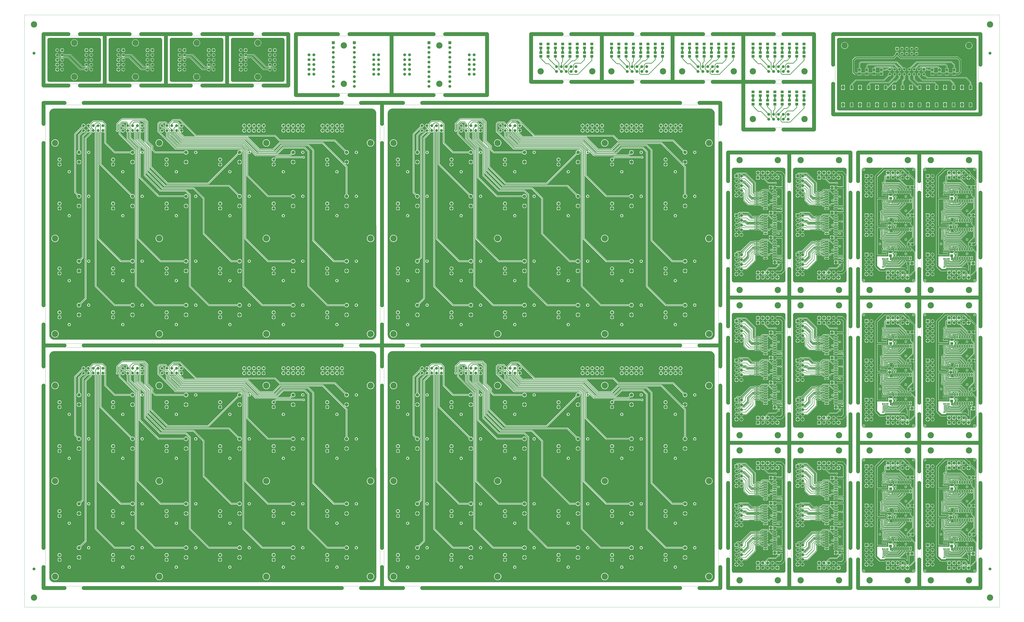
<source format=gtl>
%FSLAX44Y44*%
%MOMM*%
G71*
G01*
G75*
G04 Layer_Physical_Order=1*
G04 Layer_Color=255*
%ADD10C,0.1000*%
%ADD11C,2.0000*%
%ADD12C,1.5000*%
%ADD13R,1.5000X1.4000*%
%ADD14C,0.3048*%
%ADD15C,0.6350*%
%ADD16C,0.4064*%
%ADD17O,0.6000X1.9000*%
G04:AMPARAMS|DCode=18|XSize=0.64mm|YSize=0.8mm|CornerRadius=0.064mm|HoleSize=0mm|Usage=FLASHONLY|Rotation=180.000|XOffset=0mm|YOffset=0mm|HoleType=Round|Shape=RoundedRectangle|*
%AMROUNDEDRECTD18*
21,1,0.6400,0.6720,0,0,180.0*
21,1,0.5120,0.8000,0,0,180.0*
1,1,0.1280,-0.2560,0.3360*
1,1,0.1280,0.2560,0.3360*
1,1,0.1280,0.2560,-0.3360*
1,1,0.1280,-0.2560,-0.3360*
%
%ADD18ROUNDEDRECTD18*%
G04:AMPARAMS|DCode=19|XSize=0.44mm|YSize=0.8mm|CornerRadius=0.044mm|HoleSize=0mm|Usage=FLASHONLY|Rotation=180.000|XOffset=0mm|YOffset=0mm|HoleType=Round|Shape=RoundedRectangle|*
%AMROUNDEDRECTD19*
21,1,0.4400,0.7120,0,0,180.0*
21,1,0.3520,0.8000,0,0,180.0*
1,1,0.0880,-0.1760,0.3560*
1,1,0.0880,0.1760,0.3560*
1,1,0.0880,0.1760,-0.3560*
1,1,0.0880,-0.1760,-0.3560*
%
%ADD19ROUNDEDRECTD19*%
%ADD20R,1.4000X1.5000*%
%ADD21C,0.2540*%
%ADD22C,1.0160*%
%ADD23C,0.5080*%
%ADD24C,0.7620*%
G04:AMPARAMS|DCode=25|XSize=0.64mm|YSize=0.8mm|CornerRadius=0.064mm|HoleSize=0mm|Usage=FLASHONLY|Rotation=90.000|XOffset=0mm|YOffset=0mm|HoleType=Round|Shape=RoundedRectangle|*
%AMROUNDEDRECTD25*
21,1,0.6400,0.6720,0,0,90.0*
21,1,0.5120,0.8000,0,0,90.0*
1,1,0.1280,0.3360,0.2560*
1,1,0.1280,0.3360,-0.2560*
1,1,0.1280,-0.3360,-0.2560*
1,1,0.1280,-0.3360,0.2560*
%
%ADD25ROUNDEDRECTD25*%
G04:AMPARAMS|DCode=26|XSize=0.44mm|YSize=0.8mm|CornerRadius=0.044mm|HoleSize=0mm|Usage=FLASHONLY|Rotation=90.000|XOffset=0mm|YOffset=0mm|HoleType=Round|Shape=RoundedRectangle|*
%AMROUNDEDRECTD26*
21,1,0.4400,0.7120,0,0,90.0*
21,1,0.3520,0.8000,0,0,90.0*
1,1,0.0880,0.3560,0.1760*
1,1,0.0880,0.3560,-0.1760*
1,1,0.0880,-0.3560,-0.1760*
1,1,0.0880,-0.3560,0.1760*
%
%ADD26ROUNDEDRECTD26*%
%ADD27O,2.2000X0.6000*%
%ADD28C,1.2700*%
G04:AMPARAMS|DCode=29|XSize=2.1mm|YSize=1.4mm|CornerRadius=0.14mm|HoleSize=0mm|Usage=FLASHONLY|Rotation=90.000|XOffset=0mm|YOffset=0mm|HoleType=Round|Shape=RoundedRectangle|*
%AMROUNDEDRECTD29*
21,1,2.1000,1.1200,0,0,90.0*
21,1,1.8200,1.4000,0,0,90.0*
1,1,0.2800,0.5600,0.9100*
1,1,0.2800,0.5600,-0.9100*
1,1,0.2800,-0.5600,-0.9100*
1,1,0.2800,-0.5600,0.9100*
%
%ADD29ROUNDEDRECTD29*%
%ADD30C,3.3000*%
%ADD31R,1.5000X1.5000*%
%ADD32C,1.6500*%
%ADD33R,1.6500X1.6500*%
%ADD34R,1.6500X1.6500*%
%ADD35C,0.7620*%
%ADD36C,1.8000*%
%ADD37C,1.1000*%
%ADD38O,1.5500X1.5000*%
%ADD39R,1.5000X1.5000*%
G36*
X390000Y2980000D02*
Y2980000D01*
X390086Y2980075D01*
X392611Y2979743D01*
X395043Y2978735D01*
X397132Y2977132D01*
X398735Y2975043D01*
X399743Y2972610D01*
X400086Y2970000D01*
X400000Y2760000D01*
X400000D01*
X400075Y2759915D01*
X399743Y2757390D01*
X398735Y2754957D01*
X397132Y2752868D01*
X395043Y2751265D01*
X392611Y2750257D01*
X390000Y2749914D01*
X130000Y2750000D01*
Y2750000D01*
X129915Y2749925D01*
X127389Y2750257D01*
X124957Y2751265D01*
X122868Y2752868D01*
X121265Y2754957D01*
X120257Y2757390D01*
X119914Y2760000D01*
X120000Y2970000D01*
X120000D01*
X119925Y2970085D01*
X120257Y2972610D01*
X121265Y2975043D01*
X122868Y2977132D01*
X124957Y2978735D01*
X127389Y2979743D01*
X130000Y2980086D01*
X390000Y2980000D01*
D02*
G37*
%LPC*%
G36*
X172770Y2849559D02*
Y2840870D01*
X181459D01*
X181282Y2842221D01*
X180270Y2844663D01*
X178661Y2846761D01*
X176563Y2848370D01*
X174121Y2849382D01*
X172770Y2849559D01*
D02*
G37*
G36*
X170230Y2863730D02*
X161541D01*
X161718Y2862379D01*
X162730Y2859937D01*
X164339Y2857839D01*
X166437Y2856230D01*
X168879Y2855219D01*
X170230Y2855041D01*
Y2863730D01*
D02*
G37*
G36*
X349300Y2848702D02*
X346944Y2848392D01*
X344749Y2847482D01*
X342864Y2846036D01*
X341418Y2844151D01*
X340508Y2841956D01*
X340198Y2839600D01*
X340508Y2837244D01*
X341418Y2835049D01*
X342864Y2833164D01*
X344749Y2831718D01*
X346944Y2830808D01*
X349300Y2830498D01*
X351656Y2830808D01*
X353851Y2831718D01*
X355736Y2833164D01*
X357182Y2835049D01*
X358092Y2837244D01*
X358402Y2839600D01*
X358092Y2841956D01*
X357182Y2844151D01*
X355736Y2846036D01*
X353851Y2847482D01*
X351656Y2848392D01*
X349300Y2848702D01*
D02*
G37*
G36*
X170230Y2849559D02*
X168879Y2849382D01*
X166437Y2848370D01*
X164339Y2846761D01*
X162730Y2844663D01*
X161718Y2842221D01*
X161541Y2840870D01*
X170230D01*
Y2849559D01*
D02*
G37*
G36*
X349300Y2874102D02*
X346944Y2873792D01*
X344749Y2872882D01*
X342864Y2871436D01*
X341418Y2869551D01*
X340508Y2867356D01*
X340198Y2865000D01*
X340508Y2862644D01*
X341418Y2860449D01*
X342864Y2858564D01*
X344749Y2857118D01*
X346944Y2856208D01*
X349300Y2855898D01*
X351656Y2856208D01*
X353851Y2857118D01*
X355736Y2858564D01*
X357182Y2860449D01*
X358092Y2862644D01*
X358402Y2865000D01*
X358092Y2867356D01*
X357182Y2869551D01*
X355736Y2871436D01*
X353851Y2872882D01*
X351656Y2873792D01*
X349300Y2874102D01*
D02*
G37*
G36*
X170230Y2874959D02*
X168879Y2874781D01*
X166437Y2873770D01*
X164339Y2872161D01*
X162730Y2870063D01*
X161718Y2867621D01*
X161541Y2866270D01*
X170230D01*
Y2874959D01*
D02*
G37*
G36*
X181459Y2863730D02*
X172770D01*
Y2855041D01*
X174121Y2855219D01*
X176563Y2856230D01*
X178661Y2857839D01*
X180270Y2859937D01*
X181282Y2862379D01*
X181459Y2863730D01*
D02*
G37*
G36*
X323900Y2874102D02*
X321544Y2873792D01*
X319349Y2872882D01*
X317464Y2871436D01*
X316018Y2869551D01*
X315108Y2867356D01*
X314798Y2865000D01*
X315108Y2862644D01*
X316018Y2860449D01*
X317464Y2858564D01*
X319349Y2857118D01*
X321544Y2856208D01*
X323900Y2855898D01*
X326256Y2856208D01*
X328451Y2857118D01*
X330336Y2858564D01*
X331782Y2860449D01*
X332692Y2862644D01*
X333002Y2865000D01*
X332692Y2867356D01*
X331782Y2869551D01*
X330336Y2871436D01*
X328451Y2872882D01*
X326256Y2873792D01*
X323900Y2874102D01*
D02*
G37*
G36*
X196900Y2848702D02*
X194544Y2848392D01*
X192349Y2847482D01*
X190464Y2846036D01*
X189018Y2844151D01*
X188108Y2841956D01*
X187798Y2839600D01*
X188108Y2837244D01*
X189018Y2835049D01*
X190464Y2833164D01*
X192349Y2831718D01*
X194544Y2830808D01*
X196900Y2830498D01*
X199256Y2830808D01*
X201451Y2831718D01*
X203336Y2833164D01*
X204782Y2835049D01*
X205692Y2837244D01*
X206002Y2839600D01*
X205692Y2841956D01*
X204782Y2844151D01*
X203336Y2846036D01*
X201451Y2847482D01*
X199256Y2848392D01*
X196900Y2848702D01*
D02*
G37*
G36*
X181459Y2812930D02*
X172770D01*
Y2804241D01*
X174121Y2804418D01*
X176563Y2805430D01*
X178661Y2807039D01*
X180270Y2809137D01*
X181282Y2811579D01*
X181459Y2812930D01*
D02*
G37*
G36*
X196900Y2823302D02*
X194544Y2822992D01*
X192349Y2822083D01*
X190464Y2820636D01*
X189018Y2818751D01*
X188108Y2816556D01*
X187798Y2814200D01*
X188108Y2811844D01*
X189018Y2809649D01*
X190464Y2807764D01*
X192349Y2806318D01*
X194544Y2805408D01*
X196900Y2805098D01*
X199256Y2805408D01*
X201451Y2806318D01*
X203336Y2807764D01*
X204782Y2809649D01*
X205692Y2811844D01*
X206002Y2814200D01*
X205692Y2816556D01*
X204782Y2818751D01*
X203336Y2820636D01*
X201451Y2822083D01*
X199256Y2822992D01*
X196900Y2823302D01*
D02*
G37*
G36*
X260400Y2794211D02*
X256867Y2793863D01*
X253469Y2792833D01*
X250338Y2791159D01*
X247593Y2788907D01*
X245341Y2786162D01*
X243668Y2783031D01*
X242637Y2779633D01*
X242289Y2776100D01*
X242637Y2772567D01*
X243668Y2769169D01*
X245341Y2766038D01*
X247593Y2763293D01*
X250338Y2761041D01*
X253469Y2759367D01*
X256867Y2758337D01*
X260400Y2757989D01*
X263933Y2758337D01*
X267331Y2759367D01*
X270462Y2761041D01*
X273207Y2763293D01*
X275459Y2766038D01*
X277133Y2769169D01*
X278163Y2772567D01*
X278511Y2776100D01*
X278163Y2779633D01*
X277133Y2783031D01*
X275459Y2786162D01*
X273207Y2788907D01*
X270462Y2791159D01*
X267331Y2792833D01*
X263933Y2793863D01*
X260400Y2794211D01*
D02*
G37*
G36*
X170230Y2812930D02*
X161541D01*
X161718Y2811579D01*
X162730Y2809137D01*
X164339Y2807039D01*
X166437Y2805430D01*
X168879Y2804418D01*
X170230Y2804241D01*
Y2812930D01*
D02*
G37*
G36*
Y2838330D02*
X161541D01*
X161718Y2836979D01*
X162730Y2834537D01*
X164339Y2832439D01*
X166437Y2830830D01*
X168879Y2829818D01*
X170230Y2829641D01*
Y2838330D01*
D02*
G37*
G36*
X181459D02*
X172770D01*
Y2829641D01*
X174121Y2829818D01*
X176563Y2830830D01*
X178661Y2832439D01*
X180270Y2834537D01*
X181282Y2836979D01*
X181459Y2838330D01*
D02*
G37*
G36*
X170230Y2824160D02*
X168879Y2823982D01*
X166437Y2822970D01*
X164339Y2821360D01*
X162730Y2819263D01*
X161718Y2816821D01*
X161541Y2815470D01*
X170230D01*
Y2824160D01*
D02*
G37*
G36*
X172770D02*
Y2815470D01*
X181459D01*
X181282Y2816821D01*
X180270Y2819263D01*
X178661Y2821360D01*
X176563Y2822970D01*
X174121Y2823982D01*
X172770Y2824160D01*
D02*
G37*
G36*
X195630Y2925759D02*
X194279Y2925582D01*
X191837Y2924570D01*
X189739Y2922961D01*
X188130Y2920863D01*
X187118Y2918421D01*
X186941Y2917070D01*
X195630D01*
Y2925759D01*
D02*
G37*
G36*
X198170D02*
Y2917070D01*
X206859D01*
X206682Y2918421D01*
X205670Y2920863D01*
X204061Y2922961D01*
X201963Y2924570D01*
X199521Y2925582D01*
X198170Y2925759D01*
D02*
G37*
G36*
X359259Y2914530D02*
X350570D01*
Y2905840D01*
X351921Y2906018D01*
X354363Y2907030D01*
X356461Y2908640D01*
X358070Y2910737D01*
X359082Y2913179D01*
X359259Y2914530D01*
D02*
G37*
G36*
X171500Y2924902D02*
X169144Y2924592D01*
X166949Y2923682D01*
X165064Y2922236D01*
X163618Y2920351D01*
X162708Y2918156D01*
X162398Y2915800D01*
X162708Y2913444D01*
X163618Y2911249D01*
X165064Y2909364D01*
X166949Y2907917D01*
X169144Y2907008D01*
X171500Y2906698D01*
X173856Y2907008D01*
X176051Y2907917D01*
X177936Y2909364D01*
X179382Y2911249D01*
X180292Y2913444D01*
X180602Y2915800D01*
X180292Y2918156D01*
X179382Y2920351D01*
X177936Y2922236D01*
X176051Y2923682D01*
X173856Y2924592D01*
X171500Y2924902D01*
D02*
G37*
G36*
X322630Y2925759D02*
X321279Y2925582D01*
X318837Y2924570D01*
X316739Y2922961D01*
X315130Y2920863D01*
X314118Y2918421D01*
X313941Y2917070D01*
X322630D01*
Y2925759D01*
D02*
G37*
G36*
X350570D02*
Y2917070D01*
X359259D01*
X359082Y2918421D01*
X358070Y2920863D01*
X356461Y2922961D01*
X354363Y2924570D01*
X351921Y2925582D01*
X350570Y2925759D01*
D02*
G37*
G36*
X260400Y2972011D02*
X256867Y2971663D01*
X253469Y2970633D01*
X250338Y2968959D01*
X247593Y2966707D01*
X245341Y2963962D01*
X243668Y2960831D01*
X242637Y2957433D01*
X242289Y2953900D01*
X242637Y2950367D01*
X243668Y2946969D01*
X245341Y2943838D01*
X247593Y2941093D01*
X250338Y2938841D01*
X253469Y2937167D01*
X256867Y2936137D01*
X260400Y2935789D01*
X263933Y2936137D01*
X267331Y2937167D01*
X270462Y2938841D01*
X273207Y2941093D01*
X275459Y2943838D01*
X277133Y2946969D01*
X278163Y2950367D01*
X278511Y2953900D01*
X278163Y2957433D01*
X277133Y2960831D01*
X275459Y2963962D01*
X273207Y2966707D01*
X270462Y2968959D01*
X267331Y2970633D01*
X263933Y2971663D01*
X260400Y2972011D01*
D02*
G37*
G36*
X325170Y2925759D02*
Y2917070D01*
X333859D01*
X333682Y2918421D01*
X332670Y2920863D01*
X331061Y2922961D01*
X328963Y2924570D01*
X326521Y2925582D01*
X325170Y2925759D01*
D02*
G37*
G36*
X348030D02*
X346679Y2925582D01*
X344237Y2924570D01*
X342139Y2922961D01*
X340530Y2920863D01*
X339518Y2918421D01*
X339341Y2917070D01*
X348030D01*
Y2925759D01*
D02*
G37*
G36*
X196900Y2899502D02*
X194544Y2899192D01*
X192349Y2898282D01*
X190464Y2896836D01*
X189018Y2894951D01*
X188108Y2892756D01*
X187798Y2890400D01*
X188108Y2888044D01*
X189018Y2885849D01*
X190464Y2883964D01*
X192335Y2882528D01*
X192252Y2882282D01*
X191855Y2881326D01*
X185702D01*
X179909Y2887119D01*
X180292Y2888044D01*
X180602Y2890400D01*
X180292Y2892756D01*
X179382Y2894951D01*
X177936Y2896836D01*
X176051Y2898282D01*
X173856Y2899192D01*
X171500Y2899502D01*
X169144Y2899192D01*
X166949Y2898282D01*
X165064Y2896836D01*
X163618Y2894951D01*
X162708Y2892756D01*
X162398Y2890400D01*
X162708Y2888044D01*
X163618Y2885849D01*
X165064Y2883964D01*
X166949Y2882518D01*
X169144Y2881608D01*
X171500Y2881298D01*
X173856Y2881608D01*
X174781Y2881992D01*
X181636Y2875136D01*
X181636Y2875136D01*
X182812Y2874350D01*
X182812Y2874350D01*
X182812Y2874350D01*
D01*
X182813Y2874350D01*
X182813Y2874350D01*
X184200Y2874074D01*
X184200Y2874074D01*
X191855D01*
X192252Y2873118D01*
X192335Y2872872D01*
X190464Y2871436D01*
X189018Y2869551D01*
X188108Y2867356D01*
X187798Y2865000D01*
X188108Y2862644D01*
X189018Y2860449D01*
X190464Y2858564D01*
X192349Y2857118D01*
X194544Y2856208D01*
X196900Y2855898D01*
X199256Y2856208D01*
X201451Y2857118D01*
X203336Y2858564D01*
X204782Y2860449D01*
X205692Y2862644D01*
X206002Y2865000D01*
X205692Y2867356D01*
X204782Y2869551D01*
X203336Y2871436D01*
X201465Y2872872D01*
X201548Y2873118D01*
X201945Y2874074D01*
X227148D01*
X289586Y2811636D01*
X289586Y2811636D01*
X290763Y2810850D01*
X290763Y2810850D01*
X290763Y2810850D01*
D01*
X290763Y2810850D01*
X290763Y2810850D01*
X292150Y2810574D01*
X292150Y2810574D01*
X315634D01*
X316018Y2809649D01*
X317464Y2807764D01*
X319349Y2806318D01*
X321544Y2805408D01*
X323900Y2805098D01*
X326256Y2805408D01*
X328451Y2806318D01*
X330336Y2807764D01*
X331782Y2809649D01*
X332692Y2811844D01*
X333002Y2814200D01*
X332692Y2816556D01*
X331782Y2818751D01*
X330336Y2820636D01*
X328465Y2822072D01*
X328548Y2822318D01*
X328945Y2823274D01*
X335098D01*
X340891Y2817481D01*
X340508Y2816556D01*
X340198Y2814200D01*
X340508Y2811844D01*
X341418Y2809649D01*
X342864Y2807764D01*
X344749Y2806318D01*
X346944Y2805408D01*
X349300Y2805098D01*
X351656Y2805408D01*
X353851Y2806318D01*
X355736Y2807764D01*
X357182Y2809649D01*
X358092Y2811844D01*
X358402Y2814200D01*
X358092Y2816556D01*
X357182Y2818751D01*
X355736Y2820636D01*
X353851Y2822083D01*
X351656Y2822992D01*
X349300Y2823302D01*
X346944Y2822992D01*
X346019Y2822609D01*
X339164Y2829464D01*
X337988Y2830250D01*
X336600Y2830526D01*
X336600Y2830526D01*
X328945D01*
X328548Y2831483D01*
X328465Y2831728D01*
X330336Y2833164D01*
X331782Y2835049D01*
X332692Y2837244D01*
X333002Y2839600D01*
X332692Y2841956D01*
X331782Y2844151D01*
X330336Y2846036D01*
X328451Y2847482D01*
X326256Y2848392D01*
X323900Y2848702D01*
X321544Y2848392D01*
X319349Y2847482D01*
X317464Y2846036D01*
X316018Y2844151D01*
X315108Y2841956D01*
X314798Y2839600D01*
X315108Y2837244D01*
X316018Y2835049D01*
X317464Y2833164D01*
X319335Y2831728D01*
X319252Y2831483D01*
X318855Y2830526D01*
X306352D01*
X243914Y2892964D01*
X242738Y2893750D01*
X241350Y2894026D01*
X241350Y2894026D01*
X205166D01*
X204782Y2894951D01*
X203336Y2896836D01*
X201451Y2898282D01*
X199256Y2899192D01*
X196900Y2899502D01*
D02*
G37*
G36*
X195630Y2914530D02*
X186941D01*
X187118Y2913179D01*
X188130Y2910737D01*
X189739Y2908640D01*
X191837Y2907030D01*
X194279Y2906018D01*
X195630Y2905840D01*
Y2914530D01*
D02*
G37*
G36*
X349300Y2899502D02*
X346944Y2899192D01*
X344749Y2898282D01*
X342864Y2896836D01*
X341418Y2894951D01*
X340508Y2892756D01*
X340198Y2890400D01*
X340508Y2888044D01*
X341418Y2885849D01*
X342864Y2883964D01*
X344749Y2882518D01*
X346944Y2881608D01*
X349300Y2881298D01*
X351656Y2881608D01*
X353851Y2882518D01*
X355736Y2883964D01*
X357182Y2885849D01*
X358092Y2888044D01*
X358402Y2890400D01*
X358092Y2892756D01*
X357182Y2894951D01*
X355736Y2896836D01*
X353851Y2898282D01*
X351656Y2899192D01*
X349300Y2899502D01*
D02*
G37*
G36*
X172770Y2874959D02*
Y2866270D01*
X181459D01*
X181282Y2867621D01*
X180270Y2870063D01*
X178661Y2872161D01*
X176563Y2873770D01*
X174121Y2874781D01*
X172770Y2874959D01*
D02*
G37*
G36*
X323900Y2899502D02*
X321544Y2899192D01*
X319349Y2898282D01*
X317464Y2896836D01*
X316018Y2894951D01*
X315108Y2892756D01*
X314798Y2890400D01*
X315108Y2888044D01*
X316018Y2885849D01*
X317464Y2883964D01*
X319349Y2882518D01*
X321544Y2881608D01*
X323900Y2881298D01*
X326256Y2881608D01*
X328451Y2882518D01*
X330336Y2883964D01*
X331782Y2885849D01*
X332692Y2888044D01*
X333002Y2890400D01*
X332692Y2892756D01*
X331782Y2894951D01*
X330336Y2896836D01*
X328451Y2898282D01*
X326256Y2899192D01*
X323900Y2899502D01*
D02*
G37*
G36*
X348030Y2914530D02*
X339341D01*
X339518Y2913179D01*
X340530Y2910737D01*
X342139Y2908640D01*
X344237Y2907030D01*
X346679Y2906018D01*
X348030Y2905840D01*
Y2914530D01*
D02*
G37*
G36*
X333859D02*
X325170D01*
Y2905840D01*
X326521Y2906018D01*
X328963Y2907030D01*
X331061Y2908640D01*
X332670Y2910737D01*
X333682Y2913179D01*
X333859Y2914530D01*
D02*
G37*
G36*
X206859D02*
X198170D01*
Y2905840D01*
X199521Y2906018D01*
X201963Y2907030D01*
X204061Y2908640D01*
X205670Y2910737D01*
X206682Y2913179D01*
X206859Y2914530D01*
D02*
G37*
G36*
X322630D02*
X313941D01*
X314118Y2913179D01*
X315130Y2910737D01*
X316739Y2908640D01*
X318837Y2907030D01*
X321279Y2906018D01*
X322630Y2905840D01*
Y2914530D01*
D02*
G37*
%LPD*%
G36*
X302286Y2824336D02*
X302286Y2824336D01*
X303463Y2823550D01*
X303463Y2823550D01*
X303463Y2823550D01*
D01*
X303463Y2823550D01*
X303463Y2823550D01*
X304850Y2823274D01*
X304850Y2823274D01*
X318855D01*
X319252Y2822318D01*
X319335Y2822072D01*
X317464Y2820636D01*
X316018Y2818751D01*
X315634Y2817826D01*
X293652D01*
X231214Y2880264D01*
X230037Y2881050D01*
X228650Y2881326D01*
X228650Y2881326D01*
X201945D01*
X201548Y2882282D01*
X201465Y2882528D01*
X203336Y2883964D01*
X204782Y2885849D01*
X205166Y2886774D01*
X239848D01*
X302286Y2824336D01*
D02*
G37*
G36*
X710000Y2980000D02*
Y2980000D01*
X710086Y2980075D01*
X712610Y2979743D01*
X715043Y2978735D01*
X717132Y2977132D01*
X718735Y2975043D01*
X719743Y2972610D01*
X720086Y2970000D01*
X720000Y2760000D01*
X720000D01*
X720075Y2759915D01*
X719743Y2757390D01*
X718735Y2754957D01*
X717132Y2752868D01*
X715043Y2751265D01*
X712610Y2750257D01*
X710000Y2749914D01*
X450000Y2750000D01*
Y2750000D01*
X449915Y2749925D01*
X447389Y2750257D01*
X444957Y2751265D01*
X442868Y2752868D01*
X441265Y2754957D01*
X440257Y2757390D01*
X439914Y2760000D01*
X440000Y2970000D01*
X440000D01*
X439925Y2970085D01*
X440257Y2972610D01*
X441265Y2975043D01*
X442868Y2977132D01*
X444957Y2978735D01*
X447389Y2979743D01*
X450000Y2980086D01*
X710000Y2980000D01*
D02*
G37*
%LPC*%
G36*
X492770Y2849559D02*
Y2840870D01*
X501459D01*
X501282Y2842221D01*
X500270Y2844663D01*
X498661Y2846761D01*
X496563Y2848370D01*
X494121Y2849382D01*
X492770Y2849559D01*
D02*
G37*
G36*
X490230Y2863730D02*
X481541D01*
X481718Y2862379D01*
X482730Y2859937D01*
X484339Y2857839D01*
X486437Y2856230D01*
X488879Y2855219D01*
X490230Y2855041D01*
Y2863730D01*
D02*
G37*
G36*
X669300Y2848702D02*
X666944Y2848392D01*
X664749Y2847482D01*
X662864Y2846036D01*
X661418Y2844151D01*
X660508Y2841956D01*
X660198Y2839600D01*
X660508Y2837244D01*
X661418Y2835049D01*
X662864Y2833164D01*
X664749Y2831718D01*
X666944Y2830808D01*
X669300Y2830498D01*
X671656Y2830808D01*
X673851Y2831718D01*
X675736Y2833164D01*
X677182Y2835049D01*
X678092Y2837244D01*
X678402Y2839600D01*
X678092Y2841956D01*
X677182Y2844151D01*
X675736Y2846036D01*
X673851Y2847482D01*
X671656Y2848392D01*
X669300Y2848702D01*
D02*
G37*
G36*
X490230Y2849559D02*
X488879Y2849382D01*
X486437Y2848370D01*
X484339Y2846761D01*
X482730Y2844663D01*
X481718Y2842221D01*
X481541Y2840870D01*
X490230D01*
Y2849559D01*
D02*
G37*
G36*
X669300Y2874102D02*
X666944Y2873792D01*
X664749Y2872882D01*
X662864Y2871436D01*
X661418Y2869551D01*
X660508Y2867356D01*
X660198Y2865000D01*
X660508Y2862644D01*
X661418Y2860449D01*
X662864Y2858564D01*
X664749Y2857118D01*
X666944Y2856208D01*
X669300Y2855898D01*
X671656Y2856208D01*
X673851Y2857118D01*
X675736Y2858564D01*
X677182Y2860449D01*
X678092Y2862644D01*
X678402Y2865000D01*
X678092Y2867356D01*
X677182Y2869551D01*
X675736Y2871436D01*
X673851Y2872882D01*
X671656Y2873792D01*
X669300Y2874102D01*
D02*
G37*
G36*
X490230Y2874959D02*
X488879Y2874781D01*
X486437Y2873770D01*
X484339Y2872161D01*
X482730Y2870063D01*
X481718Y2867621D01*
X481541Y2866270D01*
X490230D01*
Y2874959D01*
D02*
G37*
G36*
X501459Y2863730D02*
X492770D01*
Y2855041D01*
X494121Y2855219D01*
X496563Y2856230D01*
X498661Y2857839D01*
X500270Y2859937D01*
X501282Y2862379D01*
X501459Y2863730D01*
D02*
G37*
G36*
X643900Y2874102D02*
X641544Y2873792D01*
X639349Y2872882D01*
X637464Y2871436D01*
X636018Y2869551D01*
X635108Y2867356D01*
X634798Y2865000D01*
X635108Y2862644D01*
X636018Y2860449D01*
X637464Y2858564D01*
X639349Y2857118D01*
X641544Y2856208D01*
X643900Y2855898D01*
X646256Y2856208D01*
X648451Y2857118D01*
X650336Y2858564D01*
X651782Y2860449D01*
X652692Y2862644D01*
X653002Y2865000D01*
X652692Y2867356D01*
X651782Y2869551D01*
X650336Y2871436D01*
X648451Y2872882D01*
X646256Y2873792D01*
X643900Y2874102D01*
D02*
G37*
G36*
X516900Y2848702D02*
X514544Y2848392D01*
X512349Y2847482D01*
X510464Y2846036D01*
X509018Y2844151D01*
X508108Y2841956D01*
X507798Y2839600D01*
X508108Y2837244D01*
X509018Y2835049D01*
X510464Y2833164D01*
X512349Y2831718D01*
X514544Y2830808D01*
X516900Y2830498D01*
X519256Y2830808D01*
X521451Y2831718D01*
X523336Y2833164D01*
X524782Y2835049D01*
X525692Y2837244D01*
X526002Y2839600D01*
X525692Y2841956D01*
X524782Y2844151D01*
X523336Y2846036D01*
X521451Y2847482D01*
X519256Y2848392D01*
X516900Y2848702D01*
D02*
G37*
G36*
X501459Y2812930D02*
X492770D01*
Y2804241D01*
X494121Y2804418D01*
X496563Y2805430D01*
X498661Y2807039D01*
X500270Y2809137D01*
X501282Y2811579D01*
X501459Y2812930D01*
D02*
G37*
G36*
X516900Y2823302D02*
X514544Y2822992D01*
X512349Y2822083D01*
X510464Y2820636D01*
X509018Y2818751D01*
X508108Y2816556D01*
X507798Y2814200D01*
X508108Y2811844D01*
X509018Y2809649D01*
X510464Y2807764D01*
X512349Y2806318D01*
X514544Y2805408D01*
X516900Y2805098D01*
X519256Y2805408D01*
X521451Y2806318D01*
X523336Y2807764D01*
X524782Y2809649D01*
X525692Y2811844D01*
X526002Y2814200D01*
X525692Y2816556D01*
X524782Y2818751D01*
X523336Y2820636D01*
X521451Y2822083D01*
X519256Y2822992D01*
X516900Y2823302D01*
D02*
G37*
G36*
X580400Y2794211D02*
X576867Y2793863D01*
X573469Y2792833D01*
X570338Y2791159D01*
X567593Y2788907D01*
X565341Y2786162D01*
X563667Y2783031D01*
X562637Y2779633D01*
X562289Y2776100D01*
X562637Y2772567D01*
X563667Y2769169D01*
X565341Y2766038D01*
X567593Y2763293D01*
X570338Y2761041D01*
X573469Y2759367D01*
X576867Y2758337D01*
X580400Y2757989D01*
X583933Y2758337D01*
X587331Y2759367D01*
X590462Y2761041D01*
X593207Y2763293D01*
X595459Y2766038D01*
X597133Y2769169D01*
X598163Y2772567D01*
X598511Y2776100D01*
X598163Y2779633D01*
X597133Y2783031D01*
X595459Y2786162D01*
X593207Y2788907D01*
X590462Y2791159D01*
X587331Y2792833D01*
X583933Y2793863D01*
X580400Y2794211D01*
D02*
G37*
G36*
X490230Y2812930D02*
X481541D01*
X481718Y2811579D01*
X482730Y2809137D01*
X484339Y2807039D01*
X486437Y2805430D01*
X488879Y2804418D01*
X490230Y2804241D01*
Y2812930D01*
D02*
G37*
G36*
Y2838330D02*
X481541D01*
X481718Y2836979D01*
X482730Y2834537D01*
X484339Y2832439D01*
X486437Y2830830D01*
X488879Y2829818D01*
X490230Y2829641D01*
Y2838330D01*
D02*
G37*
G36*
X501459D02*
X492770D01*
Y2829641D01*
X494121Y2829818D01*
X496563Y2830830D01*
X498661Y2832439D01*
X500270Y2834537D01*
X501282Y2836979D01*
X501459Y2838330D01*
D02*
G37*
G36*
X490230Y2824160D02*
X488879Y2823982D01*
X486437Y2822970D01*
X484339Y2821360D01*
X482730Y2819263D01*
X481718Y2816821D01*
X481541Y2815470D01*
X490230D01*
Y2824160D01*
D02*
G37*
G36*
X492770D02*
Y2815470D01*
X501459D01*
X501282Y2816821D01*
X500270Y2819263D01*
X498661Y2821360D01*
X496563Y2822970D01*
X494121Y2823982D01*
X492770Y2824160D01*
D02*
G37*
G36*
X515630Y2925759D02*
X514279Y2925582D01*
X511837Y2924570D01*
X509739Y2922961D01*
X508130Y2920863D01*
X507118Y2918421D01*
X506941Y2917070D01*
X515630D01*
Y2925759D01*
D02*
G37*
G36*
X518170D02*
Y2917070D01*
X526859D01*
X526682Y2918421D01*
X525670Y2920863D01*
X524061Y2922961D01*
X521963Y2924570D01*
X519521Y2925582D01*
X518170Y2925759D01*
D02*
G37*
G36*
X679259Y2914530D02*
X670570D01*
Y2905840D01*
X671921Y2906018D01*
X674363Y2907030D01*
X676461Y2908640D01*
X678070Y2910737D01*
X679082Y2913179D01*
X679259Y2914530D01*
D02*
G37*
G36*
X491500Y2924902D02*
X489144Y2924592D01*
X486949Y2923682D01*
X485064Y2922236D01*
X483618Y2920351D01*
X482708Y2918156D01*
X482398Y2915800D01*
X482708Y2913444D01*
X483618Y2911249D01*
X485064Y2909364D01*
X486949Y2907917D01*
X489144Y2907008D01*
X491500Y2906698D01*
X493856Y2907008D01*
X496051Y2907917D01*
X497936Y2909364D01*
X499382Y2911249D01*
X500292Y2913444D01*
X500602Y2915800D01*
X500292Y2918156D01*
X499382Y2920351D01*
X497936Y2922236D01*
X496051Y2923682D01*
X493856Y2924592D01*
X491500Y2924902D01*
D02*
G37*
G36*
X642630Y2925759D02*
X641279Y2925582D01*
X638837Y2924570D01*
X636739Y2922961D01*
X635130Y2920863D01*
X634118Y2918421D01*
X633941Y2917070D01*
X642630D01*
Y2925759D01*
D02*
G37*
G36*
X670570D02*
Y2917070D01*
X679259D01*
X679082Y2918421D01*
X678070Y2920863D01*
X676461Y2922961D01*
X674363Y2924570D01*
X671921Y2925582D01*
X670570Y2925759D01*
D02*
G37*
G36*
X580400Y2972011D02*
X576867Y2971663D01*
X573469Y2970633D01*
X570338Y2968959D01*
X567593Y2966707D01*
X565341Y2963962D01*
X563667Y2960831D01*
X562637Y2957433D01*
X562289Y2953900D01*
X562637Y2950367D01*
X563667Y2946969D01*
X565341Y2943838D01*
X567593Y2941093D01*
X570338Y2938841D01*
X573469Y2937167D01*
X576867Y2936137D01*
X580400Y2935789D01*
X583933Y2936137D01*
X587331Y2937167D01*
X590462Y2938841D01*
X593207Y2941093D01*
X595459Y2943838D01*
X597133Y2946969D01*
X598163Y2950367D01*
X598511Y2953900D01*
X598163Y2957433D01*
X597133Y2960831D01*
X595459Y2963962D01*
X593207Y2966707D01*
X590462Y2968959D01*
X587331Y2970633D01*
X583933Y2971663D01*
X580400Y2972011D01*
D02*
G37*
G36*
X645170Y2925759D02*
Y2917070D01*
X653859D01*
X653682Y2918421D01*
X652670Y2920863D01*
X651061Y2922961D01*
X648963Y2924570D01*
X646521Y2925582D01*
X645170Y2925759D01*
D02*
G37*
G36*
X668030D02*
X666679Y2925582D01*
X664237Y2924570D01*
X662139Y2922961D01*
X660530Y2920863D01*
X659518Y2918421D01*
X659341Y2917070D01*
X668030D01*
Y2925759D01*
D02*
G37*
G36*
X516900Y2899502D02*
X514544Y2899192D01*
X512349Y2898282D01*
X510464Y2896836D01*
X509018Y2894951D01*
X508108Y2892756D01*
X507798Y2890400D01*
X508108Y2888044D01*
X509018Y2885849D01*
X510464Y2883964D01*
X512335Y2882528D01*
X512252Y2882282D01*
X511855Y2881326D01*
X505702D01*
X499908Y2887119D01*
X500292Y2888044D01*
X500602Y2890400D01*
X500292Y2892756D01*
X499382Y2894951D01*
X497936Y2896836D01*
X496051Y2898282D01*
X493856Y2899192D01*
X491500Y2899502D01*
X489144Y2899192D01*
X486949Y2898282D01*
X485064Y2896836D01*
X483618Y2894951D01*
X482708Y2892756D01*
X482398Y2890400D01*
X482708Y2888044D01*
X483618Y2885849D01*
X485064Y2883964D01*
X486949Y2882518D01*
X489144Y2881608D01*
X491500Y2881298D01*
X493856Y2881608D01*
X494781Y2881992D01*
X501636Y2875136D01*
X501636Y2875136D01*
X502812Y2874350D01*
X502812Y2874350D01*
X502812Y2874350D01*
D01*
X502813Y2874350D01*
X502813Y2874350D01*
X504200Y2874074D01*
X504200Y2874074D01*
X511855D01*
X512252Y2873118D01*
X512335Y2872872D01*
X510464Y2871436D01*
X509018Y2869551D01*
X508108Y2867356D01*
X507798Y2865000D01*
X508108Y2862644D01*
X509018Y2860449D01*
X510464Y2858564D01*
X512349Y2857118D01*
X514544Y2856208D01*
X516900Y2855898D01*
X519256Y2856208D01*
X521451Y2857118D01*
X523336Y2858564D01*
X524782Y2860449D01*
X525692Y2862644D01*
X526002Y2865000D01*
X525692Y2867356D01*
X524782Y2869551D01*
X523336Y2871436D01*
X521465Y2872872D01*
X521548Y2873118D01*
X521945Y2874074D01*
X547148D01*
X609586Y2811636D01*
X609586Y2811636D01*
X610762Y2810850D01*
X610762Y2810850D01*
X610762Y2810850D01*
D01*
X610763Y2810850D01*
X610763Y2810850D01*
X612150Y2810574D01*
X612150Y2810574D01*
X635634D01*
X636018Y2809649D01*
X637464Y2807764D01*
X639349Y2806318D01*
X641544Y2805408D01*
X643900Y2805098D01*
X646256Y2805408D01*
X648451Y2806318D01*
X650336Y2807764D01*
X651782Y2809649D01*
X652692Y2811844D01*
X653002Y2814200D01*
X652692Y2816556D01*
X651782Y2818751D01*
X650336Y2820636D01*
X648465Y2822072D01*
X648548Y2822318D01*
X648945Y2823274D01*
X655098D01*
X660891Y2817481D01*
X660508Y2816556D01*
X660198Y2814200D01*
X660508Y2811844D01*
X661418Y2809649D01*
X662864Y2807764D01*
X664749Y2806318D01*
X666944Y2805408D01*
X669300Y2805098D01*
X671656Y2805408D01*
X673851Y2806318D01*
X675736Y2807764D01*
X677182Y2809649D01*
X678092Y2811844D01*
X678402Y2814200D01*
X678092Y2816556D01*
X677182Y2818751D01*
X675736Y2820636D01*
X673851Y2822083D01*
X671656Y2822992D01*
X669300Y2823302D01*
X666944Y2822992D01*
X666019Y2822609D01*
X659164Y2829464D01*
X657988Y2830250D01*
X656600Y2830526D01*
X656600Y2830526D01*
X648945D01*
X648548Y2831483D01*
X648465Y2831728D01*
X650336Y2833164D01*
X651782Y2835049D01*
X652692Y2837244D01*
X653002Y2839600D01*
X652692Y2841956D01*
X651782Y2844151D01*
X650336Y2846036D01*
X648451Y2847482D01*
X646256Y2848392D01*
X643900Y2848702D01*
X641544Y2848392D01*
X639349Y2847482D01*
X637464Y2846036D01*
X636018Y2844151D01*
X635108Y2841956D01*
X634798Y2839600D01*
X635108Y2837244D01*
X636018Y2835049D01*
X637464Y2833164D01*
X639335Y2831728D01*
X639252Y2831483D01*
X638855Y2830526D01*
X626352D01*
X563914Y2892964D01*
X562738Y2893750D01*
X561350Y2894026D01*
X561350Y2894026D01*
X525166D01*
X524782Y2894951D01*
X523336Y2896836D01*
X521451Y2898282D01*
X519256Y2899192D01*
X516900Y2899502D01*
D02*
G37*
G36*
X515630Y2914530D02*
X506941D01*
X507118Y2913179D01*
X508130Y2910737D01*
X509739Y2908640D01*
X511837Y2907030D01*
X514279Y2906018D01*
X515630Y2905840D01*
Y2914530D01*
D02*
G37*
G36*
X669300Y2899502D02*
X666944Y2899192D01*
X664749Y2898282D01*
X662864Y2896836D01*
X661418Y2894951D01*
X660508Y2892756D01*
X660198Y2890400D01*
X660508Y2888044D01*
X661418Y2885849D01*
X662864Y2883964D01*
X664749Y2882518D01*
X666944Y2881608D01*
X669300Y2881298D01*
X671656Y2881608D01*
X673851Y2882518D01*
X675736Y2883964D01*
X677182Y2885849D01*
X678092Y2888044D01*
X678402Y2890400D01*
X678092Y2892756D01*
X677182Y2894951D01*
X675736Y2896836D01*
X673851Y2898282D01*
X671656Y2899192D01*
X669300Y2899502D01*
D02*
G37*
G36*
X492770Y2874959D02*
Y2866270D01*
X501459D01*
X501282Y2867621D01*
X500270Y2870063D01*
X498661Y2872161D01*
X496563Y2873770D01*
X494121Y2874781D01*
X492770Y2874959D01*
D02*
G37*
G36*
X643900Y2899502D02*
X641544Y2899192D01*
X639349Y2898282D01*
X637464Y2896836D01*
X636018Y2894951D01*
X635108Y2892756D01*
X634798Y2890400D01*
X635108Y2888044D01*
X636018Y2885849D01*
X637464Y2883964D01*
X639349Y2882518D01*
X641544Y2881608D01*
X643900Y2881298D01*
X646256Y2881608D01*
X648451Y2882518D01*
X650336Y2883964D01*
X651782Y2885849D01*
X652692Y2888044D01*
X653002Y2890400D01*
X652692Y2892756D01*
X651782Y2894951D01*
X650336Y2896836D01*
X648451Y2898282D01*
X646256Y2899192D01*
X643900Y2899502D01*
D02*
G37*
G36*
X668030Y2914530D02*
X659341D01*
X659518Y2913179D01*
X660530Y2910737D01*
X662139Y2908640D01*
X664237Y2907030D01*
X666679Y2906018D01*
X668030Y2905840D01*
Y2914530D01*
D02*
G37*
G36*
X653859D02*
X645170D01*
Y2905840D01*
X646521Y2906018D01*
X648963Y2907030D01*
X651061Y2908640D01*
X652670Y2910737D01*
X653682Y2913179D01*
X653859Y2914530D01*
D02*
G37*
G36*
X526859D02*
X518170D01*
Y2905840D01*
X519521Y2906018D01*
X521963Y2907030D01*
X524061Y2908640D01*
X525670Y2910737D01*
X526682Y2913179D01*
X526859Y2914530D01*
D02*
G37*
G36*
X642630D02*
X633941D01*
X634118Y2913179D01*
X635130Y2910737D01*
X636739Y2908640D01*
X638837Y2907030D01*
X641279Y2906018D01*
X642630Y2905840D01*
Y2914530D01*
D02*
G37*
%LPD*%
G36*
X622286Y2824336D02*
X622286Y2824336D01*
X623462Y2823550D01*
X623462Y2823550D01*
X623462Y2823550D01*
D01*
X623463Y2823550D01*
X623463Y2823550D01*
X624850Y2823274D01*
X624850Y2823274D01*
X638855D01*
X639252Y2822318D01*
X639335Y2822072D01*
X637464Y2820636D01*
X636018Y2818751D01*
X635634Y2817826D01*
X613652D01*
X551214Y2880264D01*
X550037Y2881050D01*
X548650Y2881326D01*
X548650Y2881326D01*
X521945D01*
X521548Y2882282D01*
X521465Y2882528D01*
X523336Y2883964D01*
X524782Y2885849D01*
X525166Y2886774D01*
X559848D01*
X622286Y2824336D01*
D02*
G37*
G36*
X1030000Y2980000D02*
Y2980000D01*
X1030086Y2980075D01*
X1032610Y2979743D01*
X1035043Y2978735D01*
X1037132Y2977132D01*
X1038735Y2975043D01*
X1039743Y2972610D01*
X1040086Y2970000D01*
X1040000Y2760000D01*
X1040000D01*
X1040075Y2759915D01*
X1039743Y2757390D01*
X1038735Y2754957D01*
X1037132Y2752868D01*
X1035043Y2751265D01*
X1032610Y2750257D01*
X1030000Y2749914D01*
X770000Y2750000D01*
Y2750000D01*
X769914Y2749925D01*
X767390Y2750257D01*
X764957Y2751265D01*
X762868Y2752868D01*
X761265Y2754957D01*
X760257Y2757390D01*
X759914Y2760000D01*
X760000Y2970000D01*
X760000D01*
X759925Y2970085D01*
X760257Y2972610D01*
X761265Y2975043D01*
X762868Y2977132D01*
X764957Y2978735D01*
X767390Y2979743D01*
X770000Y2980086D01*
X1030000Y2980000D01*
D02*
G37*
%LPC*%
G36*
X812770Y2849559D02*
Y2840870D01*
X821459D01*
X821282Y2842221D01*
X820270Y2844663D01*
X818661Y2846761D01*
X816563Y2848370D01*
X814121Y2849382D01*
X812770Y2849559D01*
D02*
G37*
G36*
X810230Y2863730D02*
X801541D01*
X801718Y2862379D01*
X802730Y2859937D01*
X804339Y2857839D01*
X806437Y2856230D01*
X808879Y2855219D01*
X810230Y2855041D01*
Y2863730D01*
D02*
G37*
G36*
X989300Y2848702D02*
X986944Y2848392D01*
X984749Y2847482D01*
X982864Y2846036D01*
X981418Y2844151D01*
X980508Y2841956D01*
X980198Y2839600D01*
X980508Y2837244D01*
X981418Y2835049D01*
X982864Y2833164D01*
X984749Y2831718D01*
X986944Y2830808D01*
X989300Y2830498D01*
X991656Y2830808D01*
X993851Y2831718D01*
X995736Y2833164D01*
X997182Y2835049D01*
X998092Y2837244D01*
X998402Y2839600D01*
X998092Y2841956D01*
X997182Y2844151D01*
X995736Y2846036D01*
X993851Y2847482D01*
X991656Y2848392D01*
X989300Y2848702D01*
D02*
G37*
G36*
X810230Y2849559D02*
X808879Y2849382D01*
X806437Y2848370D01*
X804339Y2846761D01*
X802730Y2844663D01*
X801718Y2842221D01*
X801541Y2840870D01*
X810230D01*
Y2849559D01*
D02*
G37*
G36*
X989300Y2874102D02*
X986944Y2873792D01*
X984749Y2872882D01*
X982864Y2871436D01*
X981418Y2869551D01*
X980508Y2867356D01*
X980198Y2865000D01*
X980508Y2862644D01*
X981418Y2860449D01*
X982864Y2858564D01*
X984749Y2857118D01*
X986944Y2856208D01*
X989300Y2855898D01*
X991656Y2856208D01*
X993851Y2857118D01*
X995736Y2858564D01*
X997182Y2860449D01*
X998092Y2862644D01*
X998402Y2865000D01*
X998092Y2867356D01*
X997182Y2869551D01*
X995736Y2871436D01*
X993851Y2872882D01*
X991656Y2873792D01*
X989300Y2874102D01*
D02*
G37*
G36*
X810230Y2874959D02*
X808879Y2874781D01*
X806437Y2873770D01*
X804339Y2872161D01*
X802730Y2870063D01*
X801718Y2867621D01*
X801541Y2866270D01*
X810230D01*
Y2874959D01*
D02*
G37*
G36*
X821459Y2863730D02*
X812770D01*
Y2855041D01*
X814121Y2855219D01*
X816563Y2856230D01*
X818661Y2857839D01*
X820270Y2859937D01*
X821282Y2862379D01*
X821459Y2863730D01*
D02*
G37*
G36*
X963900Y2874102D02*
X961544Y2873792D01*
X959349Y2872882D01*
X957464Y2871436D01*
X956018Y2869551D01*
X955108Y2867356D01*
X954798Y2865000D01*
X955108Y2862644D01*
X956018Y2860449D01*
X957464Y2858564D01*
X959349Y2857118D01*
X961544Y2856208D01*
X963900Y2855898D01*
X966256Y2856208D01*
X968451Y2857118D01*
X970336Y2858564D01*
X971782Y2860449D01*
X972692Y2862644D01*
X973002Y2865000D01*
X972692Y2867356D01*
X971782Y2869551D01*
X970336Y2871436D01*
X968451Y2872882D01*
X966256Y2873792D01*
X963900Y2874102D01*
D02*
G37*
G36*
X836900Y2848702D02*
X834544Y2848392D01*
X832349Y2847482D01*
X830464Y2846036D01*
X829018Y2844151D01*
X828108Y2841956D01*
X827798Y2839600D01*
X828108Y2837244D01*
X829018Y2835049D01*
X830464Y2833164D01*
X832349Y2831718D01*
X834544Y2830808D01*
X836900Y2830498D01*
X839256Y2830808D01*
X841451Y2831718D01*
X843336Y2833164D01*
X844782Y2835049D01*
X845692Y2837244D01*
X846002Y2839600D01*
X845692Y2841956D01*
X844782Y2844151D01*
X843336Y2846036D01*
X841451Y2847482D01*
X839256Y2848392D01*
X836900Y2848702D01*
D02*
G37*
G36*
X821459Y2812930D02*
X812770D01*
Y2804241D01*
X814121Y2804418D01*
X816563Y2805430D01*
X818661Y2807039D01*
X820270Y2809137D01*
X821282Y2811579D01*
X821459Y2812930D01*
D02*
G37*
G36*
X836900Y2823302D02*
X834544Y2822992D01*
X832349Y2822083D01*
X830464Y2820636D01*
X829018Y2818751D01*
X828108Y2816556D01*
X827798Y2814200D01*
X828108Y2811844D01*
X829018Y2809649D01*
X830464Y2807764D01*
X832349Y2806318D01*
X834544Y2805408D01*
X836900Y2805098D01*
X839256Y2805408D01*
X841451Y2806318D01*
X843336Y2807764D01*
X844782Y2809649D01*
X845692Y2811844D01*
X846002Y2814200D01*
X845692Y2816556D01*
X844782Y2818751D01*
X843336Y2820636D01*
X841451Y2822083D01*
X839256Y2822992D01*
X836900Y2823302D01*
D02*
G37*
G36*
X900400Y2794211D02*
X896867Y2793863D01*
X893469Y2792833D01*
X890338Y2791159D01*
X887593Y2788907D01*
X885341Y2786162D01*
X883667Y2783031D01*
X882637Y2779633D01*
X882289Y2776100D01*
X882637Y2772567D01*
X883667Y2769169D01*
X885341Y2766038D01*
X887593Y2763293D01*
X890338Y2761041D01*
X893469Y2759367D01*
X896867Y2758337D01*
X900400Y2757989D01*
X903933Y2758337D01*
X907331Y2759367D01*
X910462Y2761041D01*
X913207Y2763293D01*
X915459Y2766038D01*
X917133Y2769169D01*
X918163Y2772567D01*
X918511Y2776100D01*
X918163Y2779633D01*
X917133Y2783031D01*
X915459Y2786162D01*
X913207Y2788907D01*
X910462Y2791159D01*
X907331Y2792833D01*
X903933Y2793863D01*
X900400Y2794211D01*
D02*
G37*
G36*
X810230Y2812930D02*
X801541D01*
X801718Y2811579D01*
X802730Y2809137D01*
X804339Y2807039D01*
X806437Y2805430D01*
X808879Y2804418D01*
X810230Y2804241D01*
Y2812930D01*
D02*
G37*
G36*
Y2838330D02*
X801541D01*
X801718Y2836979D01*
X802730Y2834537D01*
X804339Y2832439D01*
X806437Y2830830D01*
X808879Y2829818D01*
X810230Y2829641D01*
Y2838330D01*
D02*
G37*
G36*
X821459D02*
X812770D01*
Y2829641D01*
X814121Y2829818D01*
X816563Y2830830D01*
X818661Y2832439D01*
X820270Y2834537D01*
X821282Y2836979D01*
X821459Y2838330D01*
D02*
G37*
G36*
X810230Y2824160D02*
X808879Y2823982D01*
X806437Y2822970D01*
X804339Y2821360D01*
X802730Y2819263D01*
X801718Y2816821D01*
X801541Y2815470D01*
X810230D01*
Y2824160D01*
D02*
G37*
G36*
X812770D02*
Y2815470D01*
X821459D01*
X821282Y2816821D01*
X820270Y2819263D01*
X818661Y2821360D01*
X816563Y2822970D01*
X814121Y2823982D01*
X812770Y2824160D01*
D02*
G37*
G36*
X835630Y2925759D02*
X834279Y2925582D01*
X831837Y2924570D01*
X829739Y2922961D01*
X828130Y2920863D01*
X827118Y2918421D01*
X826941Y2917070D01*
X835630D01*
Y2925759D01*
D02*
G37*
G36*
X838170D02*
Y2917070D01*
X846859D01*
X846682Y2918421D01*
X845670Y2920863D01*
X844061Y2922961D01*
X841963Y2924570D01*
X839521Y2925582D01*
X838170Y2925759D01*
D02*
G37*
G36*
X999259Y2914530D02*
X990570D01*
Y2905840D01*
X991921Y2906018D01*
X994363Y2907030D01*
X996461Y2908640D01*
X998070Y2910737D01*
X999082Y2913179D01*
X999259Y2914530D01*
D02*
G37*
G36*
X811500Y2924902D02*
X809144Y2924592D01*
X806949Y2923682D01*
X805064Y2922236D01*
X803618Y2920351D01*
X802708Y2918156D01*
X802398Y2915800D01*
X802708Y2913444D01*
X803618Y2911249D01*
X805064Y2909364D01*
X806949Y2907917D01*
X809144Y2907008D01*
X811500Y2906698D01*
X813856Y2907008D01*
X816051Y2907917D01*
X817936Y2909364D01*
X819382Y2911249D01*
X820292Y2913444D01*
X820602Y2915800D01*
X820292Y2918156D01*
X819382Y2920351D01*
X817936Y2922236D01*
X816051Y2923682D01*
X813856Y2924592D01*
X811500Y2924902D01*
D02*
G37*
G36*
X962630Y2925759D02*
X961279Y2925582D01*
X958837Y2924570D01*
X956739Y2922961D01*
X955130Y2920863D01*
X954118Y2918421D01*
X953941Y2917070D01*
X962630D01*
Y2925759D01*
D02*
G37*
G36*
X990570D02*
Y2917070D01*
X999259D01*
X999082Y2918421D01*
X998070Y2920863D01*
X996461Y2922961D01*
X994363Y2924570D01*
X991921Y2925582D01*
X990570Y2925759D01*
D02*
G37*
G36*
X900400Y2972011D02*
X896867Y2971663D01*
X893469Y2970633D01*
X890338Y2968959D01*
X887593Y2966707D01*
X885341Y2963962D01*
X883667Y2960831D01*
X882637Y2957433D01*
X882289Y2953900D01*
X882637Y2950367D01*
X883667Y2946969D01*
X885341Y2943838D01*
X887593Y2941093D01*
X890338Y2938841D01*
X893469Y2937167D01*
X896867Y2936137D01*
X900400Y2935789D01*
X903933Y2936137D01*
X907331Y2937167D01*
X910462Y2938841D01*
X913207Y2941093D01*
X915459Y2943838D01*
X917133Y2946969D01*
X918163Y2950367D01*
X918511Y2953900D01*
X918163Y2957433D01*
X917133Y2960831D01*
X915459Y2963962D01*
X913207Y2966707D01*
X910462Y2968959D01*
X907331Y2970633D01*
X903933Y2971663D01*
X900400Y2972011D01*
D02*
G37*
G36*
X965170Y2925759D02*
Y2917070D01*
X973859D01*
X973682Y2918421D01*
X972670Y2920863D01*
X971061Y2922961D01*
X968963Y2924570D01*
X966521Y2925582D01*
X965170Y2925759D01*
D02*
G37*
G36*
X988030D02*
X986679Y2925582D01*
X984237Y2924570D01*
X982139Y2922961D01*
X980530Y2920863D01*
X979518Y2918421D01*
X979341Y2917070D01*
X988030D01*
Y2925759D01*
D02*
G37*
G36*
X836900Y2899502D02*
X834544Y2899192D01*
X832349Y2898282D01*
X830464Y2896836D01*
X829018Y2894951D01*
X828108Y2892756D01*
X827798Y2890400D01*
X828108Y2888044D01*
X829018Y2885849D01*
X830464Y2883964D01*
X832335Y2882528D01*
X832252Y2882282D01*
X831855Y2881326D01*
X825702D01*
X819909Y2887119D01*
X820292Y2888044D01*
X820602Y2890400D01*
X820292Y2892756D01*
X819382Y2894951D01*
X817936Y2896836D01*
X816051Y2898282D01*
X813856Y2899192D01*
X811500Y2899502D01*
X809144Y2899192D01*
X806949Y2898282D01*
X805064Y2896836D01*
X803618Y2894951D01*
X802708Y2892756D01*
X802398Y2890400D01*
X802708Y2888044D01*
X803618Y2885849D01*
X805064Y2883964D01*
X806949Y2882518D01*
X809144Y2881608D01*
X811500Y2881298D01*
X813856Y2881608D01*
X814781Y2881992D01*
X821636Y2875136D01*
X821636Y2875136D01*
X822812Y2874350D01*
X822812Y2874350D01*
X822812Y2874350D01*
D01*
X822813Y2874350D01*
X822813Y2874350D01*
X824200Y2874074D01*
X824200Y2874074D01*
X831855D01*
X832252Y2873118D01*
X832335Y2872872D01*
X830464Y2871436D01*
X829018Y2869551D01*
X828108Y2867356D01*
X827798Y2865000D01*
X828108Y2862644D01*
X829018Y2860449D01*
X830464Y2858564D01*
X832349Y2857118D01*
X834544Y2856208D01*
X836900Y2855898D01*
X839256Y2856208D01*
X841451Y2857118D01*
X843336Y2858564D01*
X844782Y2860449D01*
X845692Y2862644D01*
X846002Y2865000D01*
X845692Y2867356D01*
X844782Y2869551D01*
X843336Y2871436D01*
X841465Y2872872D01*
X841548Y2873118D01*
X841945Y2874074D01*
X867148D01*
X929586Y2811636D01*
X929586Y2811636D01*
X930762Y2810850D01*
X930762Y2810850D01*
X930762Y2810850D01*
D01*
X930763Y2810850D01*
X930763Y2810850D01*
X932150Y2810574D01*
X932150Y2810574D01*
X955634D01*
X956018Y2809649D01*
X957464Y2807764D01*
X959349Y2806318D01*
X961544Y2805408D01*
X963900Y2805098D01*
X966256Y2805408D01*
X968451Y2806318D01*
X970336Y2807764D01*
X971782Y2809649D01*
X972692Y2811844D01*
X973002Y2814200D01*
X972692Y2816556D01*
X971782Y2818751D01*
X970336Y2820636D01*
X968465Y2822072D01*
X968548Y2822318D01*
X968945Y2823274D01*
X975098D01*
X980891Y2817481D01*
X980508Y2816556D01*
X980198Y2814200D01*
X980508Y2811844D01*
X981418Y2809649D01*
X982864Y2807764D01*
X984749Y2806318D01*
X986944Y2805408D01*
X989300Y2805098D01*
X991656Y2805408D01*
X993851Y2806318D01*
X995736Y2807764D01*
X997182Y2809649D01*
X998092Y2811844D01*
X998402Y2814200D01*
X998092Y2816556D01*
X997182Y2818751D01*
X995736Y2820636D01*
X993851Y2822083D01*
X991656Y2822992D01*
X989300Y2823302D01*
X986944Y2822992D01*
X986019Y2822609D01*
X979164Y2829464D01*
X977988Y2830250D01*
X976600Y2830526D01*
X976600Y2830526D01*
X968945D01*
X968548Y2831483D01*
X968465Y2831728D01*
X970336Y2833164D01*
X971782Y2835049D01*
X972692Y2837244D01*
X973002Y2839600D01*
X972692Y2841956D01*
X971782Y2844151D01*
X970336Y2846036D01*
X968451Y2847482D01*
X966256Y2848392D01*
X963900Y2848702D01*
X961544Y2848392D01*
X959349Y2847482D01*
X957464Y2846036D01*
X956018Y2844151D01*
X955108Y2841956D01*
X954798Y2839600D01*
X955108Y2837244D01*
X956018Y2835049D01*
X957464Y2833164D01*
X959335Y2831728D01*
X959252Y2831483D01*
X958855Y2830526D01*
X946352D01*
X883914Y2892964D01*
X882738Y2893750D01*
X881350Y2894026D01*
X881350Y2894026D01*
X845166D01*
X844782Y2894951D01*
X843336Y2896836D01*
X841451Y2898282D01*
X839256Y2899192D01*
X836900Y2899502D01*
D02*
G37*
G36*
X835630Y2914530D02*
X826941D01*
X827118Y2913179D01*
X828130Y2910737D01*
X829739Y2908640D01*
X831837Y2907030D01*
X834279Y2906018D01*
X835630Y2905840D01*
Y2914530D01*
D02*
G37*
G36*
X989300Y2899502D02*
X986944Y2899192D01*
X984749Y2898282D01*
X982864Y2896836D01*
X981418Y2894951D01*
X980508Y2892756D01*
X980198Y2890400D01*
X980508Y2888044D01*
X981418Y2885849D01*
X982864Y2883964D01*
X984749Y2882518D01*
X986944Y2881608D01*
X989300Y2881298D01*
X991656Y2881608D01*
X993851Y2882518D01*
X995736Y2883964D01*
X997182Y2885849D01*
X998092Y2888044D01*
X998402Y2890400D01*
X998092Y2892756D01*
X997182Y2894951D01*
X995736Y2896836D01*
X993851Y2898282D01*
X991656Y2899192D01*
X989300Y2899502D01*
D02*
G37*
G36*
X812770Y2874959D02*
Y2866270D01*
X821459D01*
X821282Y2867621D01*
X820270Y2870063D01*
X818661Y2872161D01*
X816563Y2873770D01*
X814121Y2874781D01*
X812770Y2874959D01*
D02*
G37*
G36*
X963900Y2899502D02*
X961544Y2899192D01*
X959349Y2898282D01*
X957464Y2896836D01*
X956018Y2894951D01*
X955108Y2892756D01*
X954798Y2890400D01*
X955108Y2888044D01*
X956018Y2885849D01*
X957464Y2883964D01*
X959349Y2882518D01*
X961544Y2881608D01*
X963900Y2881298D01*
X966256Y2881608D01*
X968451Y2882518D01*
X970336Y2883964D01*
X971782Y2885849D01*
X972692Y2888044D01*
X973002Y2890400D01*
X972692Y2892756D01*
X971782Y2894951D01*
X970336Y2896836D01*
X968451Y2898282D01*
X966256Y2899192D01*
X963900Y2899502D01*
D02*
G37*
G36*
X988030Y2914530D02*
X979341D01*
X979518Y2913179D01*
X980530Y2910737D01*
X982139Y2908640D01*
X984237Y2907030D01*
X986679Y2906018D01*
X988030Y2905840D01*
Y2914530D01*
D02*
G37*
G36*
X973859D02*
X965170D01*
Y2905840D01*
X966521Y2906018D01*
X968963Y2907030D01*
X971061Y2908640D01*
X972670Y2910737D01*
X973682Y2913179D01*
X973859Y2914530D01*
D02*
G37*
G36*
X846859D02*
X838170D01*
Y2905840D01*
X839521Y2906018D01*
X841963Y2907030D01*
X844061Y2908640D01*
X845670Y2910737D01*
X846682Y2913179D01*
X846859Y2914530D01*
D02*
G37*
G36*
X962630D02*
X953941D01*
X954118Y2913179D01*
X955130Y2910737D01*
X956739Y2908640D01*
X958837Y2907030D01*
X961279Y2906018D01*
X962630Y2905840D01*
Y2914530D01*
D02*
G37*
%LPD*%
G36*
X942286Y2824336D02*
X942286Y2824336D01*
X943463Y2823550D01*
X943463Y2823550D01*
X943463Y2823550D01*
D01*
X943463Y2823550D01*
X943463Y2823550D01*
X944850Y2823274D01*
X944850Y2823274D01*
X958855D01*
X959252Y2822318D01*
X959335Y2822072D01*
X957464Y2820636D01*
X956018Y2818751D01*
X955634Y2817826D01*
X933652D01*
X871214Y2880264D01*
X870038Y2881050D01*
X868650Y2881326D01*
X868650Y2881326D01*
X841945D01*
X841548Y2882282D01*
X841465Y2882528D01*
X843336Y2883964D01*
X844782Y2885849D01*
X845166Y2886774D01*
X879848D01*
X942286Y2824336D01*
D02*
G37*
G36*
X1350000Y2980000D02*
Y2980000D01*
X1350085Y2980075D01*
X1352610Y2979743D01*
X1355043Y2978735D01*
X1357132Y2977132D01*
X1358735Y2975043D01*
X1359743Y2972610D01*
X1360086Y2970000D01*
X1360000Y2760000D01*
X1360000D01*
X1360075Y2759915D01*
X1359743Y2757390D01*
X1358735Y2754957D01*
X1357132Y2752868D01*
X1355043Y2751265D01*
X1352610Y2750257D01*
X1350000Y2749914D01*
X1090000Y2750000D01*
Y2750000D01*
X1089914Y2749925D01*
X1087390Y2750257D01*
X1084957Y2751265D01*
X1082868Y2752868D01*
X1081265Y2754957D01*
X1080257Y2757390D01*
X1079914Y2760000D01*
X1080000Y2970000D01*
X1080000D01*
X1079925Y2970085D01*
X1080257Y2972610D01*
X1081265Y2975043D01*
X1082868Y2977132D01*
X1084957Y2978735D01*
X1087390Y2979743D01*
X1090000Y2980086D01*
X1350000Y2980000D01*
D02*
G37*
%LPC*%
G36*
X1132770Y2849559D02*
Y2840870D01*
X1141459D01*
X1141282Y2842221D01*
X1140270Y2844663D01*
X1138661Y2846761D01*
X1136563Y2848370D01*
X1134121Y2849382D01*
X1132770Y2849559D01*
D02*
G37*
G36*
X1130230Y2863730D02*
X1121541D01*
X1121718Y2862379D01*
X1122730Y2859937D01*
X1124339Y2857839D01*
X1126437Y2856230D01*
X1128879Y2855219D01*
X1130230Y2855041D01*
Y2863730D01*
D02*
G37*
G36*
X1309300Y2848702D02*
X1306944Y2848392D01*
X1304749Y2847482D01*
X1302864Y2846036D01*
X1301418Y2844151D01*
X1300508Y2841956D01*
X1300198Y2839600D01*
X1300508Y2837244D01*
X1301418Y2835049D01*
X1302864Y2833164D01*
X1304749Y2831718D01*
X1306944Y2830808D01*
X1309300Y2830498D01*
X1311656Y2830808D01*
X1313851Y2831718D01*
X1315736Y2833164D01*
X1317182Y2835049D01*
X1318092Y2837244D01*
X1318402Y2839600D01*
X1318092Y2841956D01*
X1317182Y2844151D01*
X1315736Y2846036D01*
X1313851Y2847482D01*
X1311656Y2848392D01*
X1309300Y2848702D01*
D02*
G37*
G36*
X1130230Y2849559D02*
X1128879Y2849382D01*
X1126437Y2848370D01*
X1124339Y2846761D01*
X1122730Y2844663D01*
X1121718Y2842221D01*
X1121541Y2840870D01*
X1130230D01*
Y2849559D01*
D02*
G37*
G36*
X1309300Y2874102D02*
X1306944Y2873792D01*
X1304749Y2872882D01*
X1302864Y2871436D01*
X1301418Y2869551D01*
X1300508Y2867356D01*
X1300198Y2865000D01*
X1300508Y2862644D01*
X1301418Y2860449D01*
X1302864Y2858564D01*
X1304749Y2857118D01*
X1306944Y2856208D01*
X1309300Y2855898D01*
X1311656Y2856208D01*
X1313851Y2857118D01*
X1315736Y2858564D01*
X1317182Y2860449D01*
X1318092Y2862644D01*
X1318402Y2865000D01*
X1318092Y2867356D01*
X1317182Y2869551D01*
X1315736Y2871436D01*
X1313851Y2872882D01*
X1311656Y2873792D01*
X1309300Y2874102D01*
D02*
G37*
G36*
X1130230Y2874959D02*
X1128879Y2874781D01*
X1126437Y2873770D01*
X1124339Y2872161D01*
X1122730Y2870063D01*
X1121718Y2867621D01*
X1121541Y2866270D01*
X1130230D01*
Y2874959D01*
D02*
G37*
G36*
X1141459Y2863730D02*
X1132770D01*
Y2855041D01*
X1134121Y2855219D01*
X1136563Y2856230D01*
X1138661Y2857839D01*
X1140270Y2859937D01*
X1141282Y2862379D01*
X1141459Y2863730D01*
D02*
G37*
G36*
X1283900Y2874102D02*
X1281544Y2873792D01*
X1279349Y2872882D01*
X1277464Y2871436D01*
X1276018Y2869551D01*
X1275108Y2867356D01*
X1274798Y2865000D01*
X1275108Y2862644D01*
X1276018Y2860449D01*
X1277464Y2858564D01*
X1279349Y2857118D01*
X1281544Y2856208D01*
X1283900Y2855898D01*
X1286256Y2856208D01*
X1288451Y2857118D01*
X1290336Y2858564D01*
X1291782Y2860449D01*
X1292692Y2862644D01*
X1293002Y2865000D01*
X1292692Y2867356D01*
X1291782Y2869551D01*
X1290336Y2871436D01*
X1288451Y2872882D01*
X1286256Y2873792D01*
X1283900Y2874102D01*
D02*
G37*
G36*
X1156900Y2848702D02*
X1154544Y2848392D01*
X1152349Y2847482D01*
X1150464Y2846036D01*
X1149018Y2844151D01*
X1148108Y2841956D01*
X1147798Y2839600D01*
X1148108Y2837244D01*
X1149018Y2835049D01*
X1150464Y2833164D01*
X1152349Y2831718D01*
X1154544Y2830808D01*
X1156900Y2830498D01*
X1159256Y2830808D01*
X1161451Y2831718D01*
X1163336Y2833164D01*
X1164782Y2835049D01*
X1165692Y2837244D01*
X1166002Y2839600D01*
X1165692Y2841956D01*
X1164782Y2844151D01*
X1163336Y2846036D01*
X1161451Y2847482D01*
X1159256Y2848392D01*
X1156900Y2848702D01*
D02*
G37*
G36*
X1141459Y2812930D02*
X1132770D01*
Y2804241D01*
X1134121Y2804418D01*
X1136563Y2805430D01*
X1138661Y2807039D01*
X1140270Y2809137D01*
X1141282Y2811579D01*
X1141459Y2812930D01*
D02*
G37*
G36*
X1156900Y2823302D02*
X1154544Y2822992D01*
X1152349Y2822083D01*
X1150464Y2820636D01*
X1149018Y2818751D01*
X1148108Y2816556D01*
X1147798Y2814200D01*
X1148108Y2811844D01*
X1149018Y2809649D01*
X1150464Y2807764D01*
X1152349Y2806318D01*
X1154544Y2805408D01*
X1156900Y2805098D01*
X1159256Y2805408D01*
X1161451Y2806318D01*
X1163336Y2807764D01*
X1164782Y2809649D01*
X1165692Y2811844D01*
X1166002Y2814200D01*
X1165692Y2816556D01*
X1164782Y2818751D01*
X1163336Y2820636D01*
X1161451Y2822083D01*
X1159256Y2822992D01*
X1156900Y2823302D01*
D02*
G37*
G36*
X1220400Y2794211D02*
X1216867Y2793863D01*
X1213469Y2792833D01*
X1210338Y2791159D01*
X1207593Y2788907D01*
X1205341Y2786162D01*
X1203667Y2783031D01*
X1202637Y2779633D01*
X1202289Y2776100D01*
X1202637Y2772567D01*
X1203667Y2769169D01*
X1205341Y2766038D01*
X1207593Y2763293D01*
X1210338Y2761041D01*
X1213469Y2759367D01*
X1216867Y2758337D01*
X1220400Y2757989D01*
X1223933Y2758337D01*
X1227331Y2759367D01*
X1230462Y2761041D01*
X1233207Y2763293D01*
X1235459Y2766038D01*
X1237133Y2769169D01*
X1238163Y2772567D01*
X1238511Y2776100D01*
X1238163Y2779633D01*
X1237133Y2783031D01*
X1235459Y2786162D01*
X1233207Y2788907D01*
X1230462Y2791159D01*
X1227331Y2792833D01*
X1223933Y2793863D01*
X1220400Y2794211D01*
D02*
G37*
G36*
X1130230Y2812930D02*
X1121541D01*
X1121718Y2811579D01*
X1122730Y2809137D01*
X1124339Y2807039D01*
X1126437Y2805430D01*
X1128879Y2804418D01*
X1130230Y2804241D01*
Y2812930D01*
D02*
G37*
G36*
Y2838330D02*
X1121541D01*
X1121718Y2836979D01*
X1122730Y2834537D01*
X1124339Y2832439D01*
X1126437Y2830830D01*
X1128879Y2829818D01*
X1130230Y2829641D01*
Y2838330D01*
D02*
G37*
G36*
X1141459D02*
X1132770D01*
Y2829641D01*
X1134121Y2829818D01*
X1136563Y2830830D01*
X1138661Y2832439D01*
X1140270Y2834537D01*
X1141282Y2836979D01*
X1141459Y2838330D01*
D02*
G37*
G36*
X1130230Y2824160D02*
X1128879Y2823982D01*
X1126437Y2822970D01*
X1124339Y2821360D01*
X1122730Y2819263D01*
X1121718Y2816821D01*
X1121541Y2815470D01*
X1130230D01*
Y2824160D01*
D02*
G37*
G36*
X1132770D02*
Y2815470D01*
X1141459D01*
X1141282Y2816821D01*
X1140270Y2819263D01*
X1138661Y2821360D01*
X1136563Y2822970D01*
X1134121Y2823982D01*
X1132770Y2824160D01*
D02*
G37*
G36*
X1155630Y2925759D02*
X1154279Y2925582D01*
X1151837Y2924570D01*
X1149739Y2922961D01*
X1148130Y2920863D01*
X1147118Y2918421D01*
X1146941Y2917070D01*
X1155630D01*
Y2925759D01*
D02*
G37*
G36*
X1158170D02*
Y2917070D01*
X1166859D01*
X1166682Y2918421D01*
X1165670Y2920863D01*
X1164061Y2922961D01*
X1161963Y2924570D01*
X1159521Y2925582D01*
X1158170Y2925759D01*
D02*
G37*
G36*
X1319259Y2914530D02*
X1310570D01*
Y2905840D01*
X1311921Y2906018D01*
X1314363Y2907030D01*
X1316461Y2908640D01*
X1318070Y2910737D01*
X1319082Y2913179D01*
X1319259Y2914530D01*
D02*
G37*
G36*
X1131500Y2924902D02*
X1129144Y2924592D01*
X1126949Y2923682D01*
X1125064Y2922236D01*
X1123618Y2920351D01*
X1122708Y2918156D01*
X1122398Y2915800D01*
X1122708Y2913444D01*
X1123618Y2911249D01*
X1125064Y2909364D01*
X1126949Y2907917D01*
X1129144Y2907008D01*
X1131500Y2906698D01*
X1133856Y2907008D01*
X1136051Y2907917D01*
X1137936Y2909364D01*
X1139382Y2911249D01*
X1140292Y2913444D01*
X1140602Y2915800D01*
X1140292Y2918156D01*
X1139382Y2920351D01*
X1137936Y2922236D01*
X1136051Y2923682D01*
X1133856Y2924592D01*
X1131500Y2924902D01*
D02*
G37*
G36*
X1282630Y2925759D02*
X1281279Y2925582D01*
X1278837Y2924570D01*
X1276739Y2922961D01*
X1275130Y2920863D01*
X1274118Y2918421D01*
X1273941Y2917070D01*
X1282630D01*
Y2925759D01*
D02*
G37*
G36*
X1310570D02*
Y2917070D01*
X1319259D01*
X1319082Y2918421D01*
X1318070Y2920863D01*
X1316461Y2922961D01*
X1314363Y2924570D01*
X1311921Y2925582D01*
X1310570Y2925759D01*
D02*
G37*
G36*
X1220400Y2972011D02*
X1216867Y2971663D01*
X1213469Y2970633D01*
X1210338Y2968959D01*
X1207593Y2966707D01*
X1205341Y2963962D01*
X1203667Y2960831D01*
X1202637Y2957433D01*
X1202289Y2953900D01*
X1202637Y2950367D01*
X1203667Y2946969D01*
X1205341Y2943838D01*
X1207593Y2941093D01*
X1210338Y2938841D01*
X1213469Y2937167D01*
X1216867Y2936137D01*
X1220400Y2935789D01*
X1223933Y2936137D01*
X1227331Y2937167D01*
X1230462Y2938841D01*
X1233207Y2941093D01*
X1235459Y2943838D01*
X1237133Y2946969D01*
X1238163Y2950367D01*
X1238511Y2953900D01*
X1238163Y2957433D01*
X1237133Y2960831D01*
X1235459Y2963962D01*
X1233207Y2966707D01*
X1230462Y2968959D01*
X1227331Y2970633D01*
X1223933Y2971663D01*
X1220400Y2972011D01*
D02*
G37*
G36*
X1285170Y2925759D02*
Y2917070D01*
X1293859D01*
X1293682Y2918421D01*
X1292670Y2920863D01*
X1291061Y2922961D01*
X1288963Y2924570D01*
X1286521Y2925582D01*
X1285170Y2925759D01*
D02*
G37*
G36*
X1308030D02*
X1306679Y2925582D01*
X1304237Y2924570D01*
X1302139Y2922961D01*
X1300530Y2920863D01*
X1299518Y2918421D01*
X1299341Y2917070D01*
X1308030D01*
Y2925759D01*
D02*
G37*
G36*
X1156900Y2899502D02*
X1154544Y2899192D01*
X1152349Y2898282D01*
X1150464Y2896836D01*
X1149018Y2894951D01*
X1148108Y2892756D01*
X1147798Y2890400D01*
X1148108Y2888044D01*
X1149018Y2885849D01*
X1150464Y2883964D01*
X1152335Y2882528D01*
X1152252Y2882282D01*
X1151855Y2881326D01*
X1145702D01*
X1139909Y2887119D01*
X1140292Y2888044D01*
X1140602Y2890400D01*
X1140292Y2892756D01*
X1139382Y2894951D01*
X1137936Y2896836D01*
X1136051Y2898282D01*
X1133856Y2899192D01*
X1131500Y2899502D01*
X1129144Y2899192D01*
X1126949Y2898282D01*
X1125064Y2896836D01*
X1123618Y2894951D01*
X1122708Y2892756D01*
X1122398Y2890400D01*
X1122708Y2888044D01*
X1123618Y2885849D01*
X1125064Y2883964D01*
X1126949Y2882518D01*
X1129144Y2881608D01*
X1131500Y2881298D01*
X1133856Y2881608D01*
X1134781Y2881992D01*
X1141636Y2875136D01*
X1141636Y2875136D01*
X1142812Y2874350D01*
X1142812Y2874350D01*
X1142812Y2874350D01*
D01*
X1142812Y2874350D01*
X1142813Y2874350D01*
X1144200Y2874074D01*
X1144200Y2874074D01*
X1151855D01*
X1152252Y2873118D01*
X1152335Y2872872D01*
X1150464Y2871436D01*
X1149018Y2869551D01*
X1148108Y2867356D01*
X1147798Y2865000D01*
X1148108Y2862644D01*
X1149018Y2860449D01*
X1150464Y2858564D01*
X1152349Y2857118D01*
X1154544Y2856208D01*
X1156900Y2855898D01*
X1159256Y2856208D01*
X1161451Y2857118D01*
X1163336Y2858564D01*
X1164782Y2860449D01*
X1165692Y2862644D01*
X1166002Y2865000D01*
X1165692Y2867356D01*
X1164782Y2869551D01*
X1163336Y2871436D01*
X1161465Y2872872D01*
X1161548Y2873118D01*
X1161945Y2874074D01*
X1187148D01*
X1249586Y2811636D01*
X1249586Y2811636D01*
X1250762Y2810850D01*
X1250762Y2810850D01*
X1250762Y2810850D01*
D01*
X1250762Y2810850D01*
X1250763Y2810850D01*
X1252150Y2810574D01*
X1252150Y2810574D01*
X1275634D01*
X1276018Y2809649D01*
X1277464Y2807764D01*
X1279349Y2806318D01*
X1281544Y2805408D01*
X1283900Y2805098D01*
X1286256Y2805408D01*
X1288451Y2806318D01*
X1290336Y2807764D01*
X1291782Y2809649D01*
X1292692Y2811844D01*
X1293002Y2814200D01*
X1292692Y2816556D01*
X1291782Y2818751D01*
X1290336Y2820636D01*
X1288465Y2822072D01*
X1288548Y2822318D01*
X1288945Y2823274D01*
X1295098D01*
X1300892Y2817481D01*
X1300508Y2816556D01*
X1300198Y2814200D01*
X1300508Y2811844D01*
X1301418Y2809649D01*
X1302864Y2807764D01*
X1304749Y2806318D01*
X1306944Y2805408D01*
X1309300Y2805098D01*
X1311656Y2805408D01*
X1313851Y2806318D01*
X1315736Y2807764D01*
X1317182Y2809649D01*
X1318092Y2811844D01*
X1318402Y2814200D01*
X1318092Y2816556D01*
X1317182Y2818751D01*
X1315736Y2820636D01*
X1313851Y2822083D01*
X1311656Y2822992D01*
X1309300Y2823302D01*
X1306944Y2822992D01*
X1306019Y2822609D01*
X1299164Y2829464D01*
X1297988Y2830250D01*
X1296600Y2830526D01*
X1296600Y2830526D01*
X1288945D01*
X1288548Y2831483D01*
X1288465Y2831728D01*
X1290336Y2833164D01*
X1291782Y2835049D01*
X1292692Y2837244D01*
X1293002Y2839600D01*
X1292692Y2841956D01*
X1291782Y2844151D01*
X1290336Y2846036D01*
X1288451Y2847482D01*
X1286256Y2848392D01*
X1283900Y2848702D01*
X1281544Y2848392D01*
X1279349Y2847482D01*
X1277464Y2846036D01*
X1276018Y2844151D01*
X1275108Y2841956D01*
X1274798Y2839600D01*
X1275108Y2837244D01*
X1276018Y2835049D01*
X1277464Y2833164D01*
X1279335Y2831728D01*
X1279252Y2831483D01*
X1278855Y2830526D01*
X1266352D01*
X1203914Y2892964D01*
X1202738Y2893750D01*
X1201350Y2894026D01*
X1201350Y2894026D01*
X1165166D01*
X1164782Y2894951D01*
X1163336Y2896836D01*
X1161451Y2898282D01*
X1159256Y2899192D01*
X1156900Y2899502D01*
D02*
G37*
G36*
X1155630Y2914530D02*
X1146941D01*
X1147118Y2913179D01*
X1148130Y2910737D01*
X1149739Y2908640D01*
X1151837Y2907030D01*
X1154279Y2906018D01*
X1155630Y2905840D01*
Y2914530D01*
D02*
G37*
G36*
X1309300Y2899502D02*
X1306944Y2899192D01*
X1304749Y2898282D01*
X1302864Y2896836D01*
X1301418Y2894951D01*
X1300508Y2892756D01*
X1300198Y2890400D01*
X1300508Y2888044D01*
X1301418Y2885849D01*
X1302864Y2883964D01*
X1304749Y2882518D01*
X1306944Y2881608D01*
X1309300Y2881298D01*
X1311656Y2881608D01*
X1313851Y2882518D01*
X1315736Y2883964D01*
X1317182Y2885849D01*
X1318092Y2888044D01*
X1318402Y2890400D01*
X1318092Y2892756D01*
X1317182Y2894951D01*
X1315736Y2896836D01*
X1313851Y2898282D01*
X1311656Y2899192D01*
X1309300Y2899502D01*
D02*
G37*
G36*
X1132770Y2874959D02*
Y2866270D01*
X1141459D01*
X1141282Y2867621D01*
X1140270Y2870063D01*
X1138661Y2872161D01*
X1136563Y2873770D01*
X1134121Y2874781D01*
X1132770Y2874959D01*
D02*
G37*
G36*
X1283900Y2899502D02*
X1281544Y2899192D01*
X1279349Y2898282D01*
X1277464Y2896836D01*
X1276018Y2894951D01*
X1275108Y2892756D01*
X1274798Y2890400D01*
X1275108Y2888044D01*
X1276018Y2885849D01*
X1277464Y2883964D01*
X1279349Y2882518D01*
X1281544Y2881608D01*
X1283900Y2881298D01*
X1286256Y2881608D01*
X1288451Y2882518D01*
X1290336Y2883964D01*
X1291782Y2885849D01*
X1292692Y2888044D01*
X1293002Y2890400D01*
X1292692Y2892756D01*
X1291782Y2894951D01*
X1290336Y2896836D01*
X1288451Y2898282D01*
X1286256Y2899192D01*
X1283900Y2899502D01*
D02*
G37*
G36*
X1308030Y2914530D02*
X1299341D01*
X1299518Y2913179D01*
X1300530Y2910737D01*
X1302139Y2908640D01*
X1304237Y2907030D01*
X1306679Y2906018D01*
X1308030Y2905840D01*
Y2914530D01*
D02*
G37*
G36*
X1293859D02*
X1285170D01*
Y2905840D01*
X1286521Y2906018D01*
X1288963Y2907030D01*
X1291061Y2908640D01*
X1292670Y2910737D01*
X1293682Y2913179D01*
X1293859Y2914530D01*
D02*
G37*
G36*
X1166859D02*
X1158170D01*
Y2905840D01*
X1159521Y2906018D01*
X1161963Y2907030D01*
X1164061Y2908640D01*
X1165670Y2910737D01*
X1166682Y2913179D01*
X1166859Y2914530D01*
D02*
G37*
G36*
X1282630D02*
X1273941D01*
X1274118Y2913179D01*
X1275130Y2910737D01*
X1276739Y2908640D01*
X1278837Y2907030D01*
X1281279Y2906018D01*
X1282630Y2905840D01*
Y2914530D01*
D02*
G37*
%LPD*%
G36*
X1262286Y2824336D02*
X1262286Y2824336D01*
X1263463Y2823550D01*
X1263463Y2823550D01*
X1263463Y2823550D01*
D01*
X1263463Y2823550D01*
X1263463Y2823550D01*
X1264850Y2823274D01*
X1264850Y2823274D01*
X1278855D01*
X1279252Y2822318D01*
X1279335Y2822072D01*
X1277464Y2820636D01*
X1276018Y2818751D01*
X1275634Y2817826D01*
X1253652D01*
X1191214Y2880264D01*
X1190038Y2881050D01*
X1188650Y2881326D01*
X1188650Y2881326D01*
X1161945D01*
X1161548Y2882282D01*
X1161465Y2882528D01*
X1163336Y2883964D01*
X1164782Y2885849D01*
X1165166Y2886774D01*
X1199848D01*
X1262286Y2824336D01*
D02*
G37*
G36*
X4817759Y768339D02*
X4914491D01*
X4928242Y754587D01*
X4928192Y754200D01*
X4928528Y751648D01*
X4929512Y749271D01*
X4931079Y747229D01*
X4933121Y745662D01*
X4935498Y744678D01*
X4938050Y744342D01*
X4940602Y744678D01*
X4941387Y745003D01*
X4972206Y714184D01*
Y683104D01*
X4970424D01*
Y687984D01*
X4953376D01*
Y669936D01*
X4970424D01*
Y674816D01*
X4972206D01*
Y534144D01*
X4970424D01*
Y539394D01*
X4953376D01*
Y521346D01*
X4970424D01*
Y525856D01*
X4972206D01*
Y388264D01*
X4955916D01*
Y370216D01*
X4972964D01*
Y375394D01*
X4978885Y381315D01*
X4980058Y380829D01*
X4980064Y339624D01*
X4978891Y339138D01*
X4962514Y355514D01*
X4962514Y355514D01*
X4961590Y356132D01*
X4961590Y356132D01*
X4961590Y356132D01*
X4960500Y356349D01*
X4960500Y356349D01*
X4959062D01*
Y360000D01*
X4958712Y361765D01*
X4957711Y363262D01*
X4956215Y364262D01*
X4954450Y364613D01*
X4952685Y364262D01*
X4951188Y363262D01*
X4950189Y361765D01*
X4949837Y360000D01*
Y347000D01*
X4950189Y345235D01*
X4951188Y343738D01*
X4952685Y342738D01*
X4954450Y342387D01*
X4956215Y342738D01*
X4957711Y343738D01*
X4958712Y345235D01*
X4959062Y347000D01*
Y349249D01*
X4960236Y349735D01*
X4974451Y335520D01*
Y243480D01*
X4951820Y220849D01*
X4942459D01*
X4942211Y222094D01*
X4942979Y222412D01*
X4945021Y223979D01*
X4946588Y226021D01*
X4947572Y228398D01*
X4947908Y230950D01*
X4947572Y233501D01*
X4946588Y235879D01*
X4946450Y236059D01*
X4947025Y236919D01*
X4947438Y239000D01*
Y271156D01*
X4950424D01*
Y289204D01*
X4933376D01*
Y271156D01*
X4936562D01*
Y246518D01*
X4935388Y246032D01*
X4926710Y254710D01*
X4926710Y254710D01*
X4925331Y255769D01*
X4923724Y256434D01*
X4923724Y256434D01*
X4923724Y256434D01*
X4923724D01*
X4922000Y256661D01*
X4922000Y256661D01*
X4902220D01*
X4901851Y257876D01*
X4902014Y257986D01*
X4931064Y287036D01*
X4931682Y287960D01*
X4931899Y289050D01*
X4931899Y289050D01*
Y296462D01*
X4932312Y296738D01*
X4933311Y298235D01*
X4933663Y300000D01*
Y313000D01*
X4933311Y314765D01*
X4932312Y316262D01*
X4930815Y317262D01*
X4929050Y317613D01*
X4927285Y317262D01*
X4925788Y316262D01*
X4924789Y314765D01*
X4924437Y313000D01*
Y300000D01*
X4924789Y298235D01*
X4925788Y296738D01*
X4926201Y296462D01*
Y290230D01*
X4898820Y262849D01*
X4814512D01*
X4813846Y263846D01*
X4812849Y264512D01*
Y298592D01*
X4812896Y298602D01*
X4813612Y299080D01*
X4813810Y299377D01*
X4815081Y299377D01*
X4815316Y299024D01*
X4815966Y298590D01*
X4816151Y298553D01*
Y273841D01*
X4814976Y272081D01*
X4814561Y270000D01*
X4814976Y267919D01*
X4816154Y266154D01*
X4817919Y264975D01*
X4820000Y264562D01*
X4822081Y264975D01*
X4823846Y266154D01*
X4824512Y267151D01*
X4895000D01*
X4895000Y267151D01*
X4896090Y267368D01*
X4897014Y267986D01*
X4918364Y289336D01*
X4918982Y290260D01*
X4919199Y291350D01*
X4919199Y291350D01*
Y296462D01*
X4919612Y296738D01*
X4920612Y298235D01*
X4920963Y300000D01*
Y313000D01*
X4920612Y314765D01*
X4919612Y316262D01*
X4918115Y317262D01*
X4916350Y317613D01*
X4914585Y317262D01*
X4913088Y316262D01*
X4912089Y314765D01*
X4911737Y313000D01*
Y300000D01*
X4912089Y298235D01*
X4913088Y296738D01*
X4913501Y296462D01*
Y292530D01*
X4893820Y272849D01*
X4824512D01*
X4823846Y273846D01*
X4822081Y275025D01*
X4821849Y275071D01*
Y299032D01*
X4822754Y299307D01*
X4823127D01*
X4823316Y299024D01*
X4823966Y298590D01*
X4824151Y298553D01*
Y283000D01*
X4824368Y281910D01*
X4824810Y281249D01*
X4824561Y280000D01*
X4824976Y277919D01*
X4826154Y276154D01*
X4827919Y274975D01*
X4830000Y274562D01*
X4832081Y274975D01*
X4833846Y276154D01*
X4834512Y277151D01*
X4890000D01*
X4890000Y277151D01*
X4891090Y277368D01*
X4892014Y277986D01*
X4905664Y291636D01*
X4905664Y291636D01*
X4906282Y292560D01*
X4906499Y293650D01*
Y296462D01*
X4906912Y296738D01*
X4907911Y298235D01*
X4908263Y300000D01*
Y313000D01*
X4907911Y314765D01*
X4906912Y316262D01*
X4905415Y317262D01*
X4903650Y317613D01*
X4901885Y317262D01*
X4900388Y316262D01*
X4899388Y314765D01*
X4899037Y313000D01*
Y300000D01*
X4899388Y298235D01*
X4900388Y296738D01*
X4900801Y296462D01*
Y294830D01*
X4888820Y282849D01*
X4834512D01*
X4833846Y283846D01*
X4832081Y285025D01*
X4830000Y285438D01*
X4829849Y285563D01*
Y299172D01*
X4830524Y299377D01*
X4831174D01*
X4831372Y299080D01*
X4832088Y298602D01*
X4832932Y298434D01*
X4833151D01*
Y294000D01*
X4833368Y292910D01*
X4833986Y291986D01*
X4833986Y291986D01*
X4834796Y291176D01*
X4834561Y290000D01*
X4834976Y287919D01*
X4836154Y286154D01*
X4837919Y284975D01*
X4840000Y284562D01*
X4842081Y284975D01*
X4843846Y286154D01*
X4844512Y287151D01*
X4885000D01*
X4885000Y287151D01*
X4886090Y287368D01*
X4887014Y287986D01*
X4892964Y293936D01*
X4892964Y293936D01*
X4893582Y294860D01*
X4893799Y295950D01*
Y296462D01*
X4894212Y296738D01*
X4895211Y298235D01*
X4895563Y300000D01*
Y313000D01*
X4895211Y314765D01*
X4894212Y316262D01*
X4892715Y317262D01*
X4890950Y317613D01*
X4889185Y317262D01*
X4887688Y316262D01*
X4886689Y314765D01*
X4886337Y313000D01*
Y300000D01*
X4886689Y298235D01*
X4887688Y296738D01*
X4887690Y296719D01*
X4883820Y292849D01*
X4852915D01*
X4852546Y294064D01*
X4854578Y295422D01*
X4855982Y297522D01*
X4856222Y298730D01*
X4850000D01*
Y301270D01*
X4856222D01*
X4855982Y302478D01*
X4855439Y303290D01*
Y310170D01*
X4859832D01*
Y310170D01*
X4860039D01*
X4860938Y309272D01*
Y300000D01*
X4861288Y298235D01*
X4862289Y296738D01*
X4863785Y295739D01*
X4865550Y295387D01*
X4867315Y295739D01*
X4868812Y296738D01*
X4869811Y298235D01*
X4870163Y300000D01*
Y313000D01*
X4869811Y314765D01*
X4868812Y316262D01*
X4868399Y316537D01*
Y325856D01*
X4868846Y326154D01*
X4870024Y327919D01*
X4870439Y330000D01*
X4870024Y332081D01*
X4868846Y333846D01*
X4867081Y335024D01*
X4865000Y335438D01*
X4862919Y335024D01*
X4861154Y333846D01*
X4860031Y332165D01*
X4858816Y332533D01*
Y335856D01*
X4859000D01*
X4860586Y336172D01*
X4861930Y337070D01*
X4868169Y343309D01*
X4868812Y343738D01*
X4869811Y345235D01*
X4870163Y347000D01*
Y360000D01*
X4869811Y361765D01*
X4868812Y363262D01*
X4867315Y364262D01*
X4865550Y364613D01*
X4863785Y364262D01*
X4862289Y363262D01*
X4861288Y361765D01*
X4860938Y360000D01*
Y347797D01*
X4859989Y346849D01*
X4858816Y347335D01*
Y348234D01*
X4840768D01*
Y344791D01*
X4839444D01*
X4839358Y344920D01*
X4838642Y345398D01*
X4837798Y345566D01*
X4832678D01*
X4831834Y345398D01*
X4831118Y344920D01*
X4831031Y344791D01*
X4829537D01*
X4829414Y344976D01*
X4828764Y345410D01*
X4827998Y345563D01*
X4824478D01*
X4823712Y345410D01*
X4823062Y344976D01*
X4822939Y344791D01*
X4821537D01*
X4821414Y344976D01*
X4820764Y345410D01*
X4819998Y345563D01*
X4816478D01*
X4815712Y345410D01*
X4815062Y344976D01*
X4814938Y344791D01*
X4813445D01*
X4813358Y344920D01*
X4812643Y345398D01*
X4811798Y345566D01*
X4806678D01*
X4805834Y345398D01*
X4805118Y344920D01*
X4804640Y344204D01*
X4804472Y343360D01*
Y336640D01*
X4804640Y335796D01*
X4805118Y335080D01*
X4805834Y334602D01*
X4806678Y334434D01*
X4811798D01*
X4812643Y334602D01*
X4813358Y335080D01*
X4813445Y335209D01*
X4814938D01*
X4815062Y335024D01*
X4815712Y334590D01*
X4816478Y334437D01*
X4819998D01*
X4820764Y334590D01*
X4821414Y335024D01*
X4821537Y335209D01*
X4822939D01*
X4823062Y335024D01*
X4823712Y334590D01*
X4824478Y334437D01*
X4827998D01*
X4828764Y334590D01*
X4829403Y335017D01*
X4829514Y334958D01*
X4830523Y334283D01*
Y325752D01*
X4829403Y325153D01*
X4829018Y325410D01*
X4828252Y325563D01*
X4824732D01*
X4823966Y325410D01*
X4823316Y324976D01*
X4823192Y324791D01*
X4821792D01*
X4821668Y324976D01*
X4821018Y325410D01*
X4820252Y325563D01*
X4816732D01*
X4815966Y325410D01*
X4815316Y324976D01*
X4815193Y324791D01*
X4813698D01*
X4813612Y324920D01*
X4812896Y325398D01*
X4812052Y325566D01*
X4806932D01*
X4806088Y325398D01*
X4805372Y324920D01*
X4805286Y324791D01*
X4781661D01*
Y465209D01*
X4795793D01*
X4795880Y465080D01*
X4796596Y464602D01*
X4797440Y464434D01*
X4802560D01*
X4803405Y464602D01*
X4804120Y465080D01*
X4804207Y465209D01*
X4805700D01*
X4805824Y465024D01*
X4806474Y464590D01*
X4807240Y464438D01*
X4810760D01*
X4811526Y464590D01*
X4812176Y465024D01*
X4812299Y465209D01*
X4813701D01*
X4813824Y465024D01*
X4814474Y464590D01*
X4815240Y464438D01*
X4818760D01*
X4819526Y464590D01*
X4820176Y465024D01*
X4820300Y465209D01*
X4821794D01*
X4821880Y465080D01*
X4822596Y464602D01*
X4823440Y464434D01*
X4828560D01*
X4829404Y464602D01*
X4830120Y465080D01*
X4830598Y465796D01*
X4830766Y466640D01*
Y469876D01*
X4830791Y470000D01*
Y485209D01*
X4836196D01*
Y481046D01*
X4854244D01*
Y485856D01*
X4859000D01*
X4860586Y486172D01*
X4861930Y487070D01*
X4868169Y493309D01*
X4868812Y493738D01*
X4869811Y495235D01*
X4870163Y497000D01*
Y510000D01*
X4869811Y511765D01*
X4868812Y513262D01*
X4867315Y514262D01*
X4865550Y514613D01*
X4863785Y514262D01*
X4862289Y513262D01*
X4861288Y511765D01*
X4860938Y510000D01*
Y497797D01*
X4857284Y494144D01*
X4854244D01*
Y498094D01*
X4836196D01*
Y494791D01*
X4830206D01*
X4830120Y494920D01*
X4829404Y495398D01*
X4828560Y495566D01*
X4823440D01*
X4822596Y495398D01*
X4821880Y494920D01*
X4821794Y494791D01*
X4820299D01*
X4820176Y494976D01*
X4819526Y495410D01*
X4818760Y495563D01*
X4815240D01*
X4814474Y495410D01*
X4813824Y494976D01*
X4813701Y494791D01*
X4812299D01*
X4812176Y494976D01*
X4811526Y495410D01*
X4810760Y495563D01*
X4807240D01*
X4806474Y495410D01*
X4805824Y494976D01*
X4805700Y494791D01*
X4804207D01*
X4804120Y494920D01*
X4803405Y495398D01*
X4802560Y495566D01*
X4797440D01*
X4796596Y495398D01*
X4795880Y494920D01*
X4795402Y494204D01*
X4795233Y493360D01*
Y490124D01*
X4795209Y490000D01*
X4795233Y489876D01*
Y486640D01*
X4795402Y485796D01*
X4795880Y485080D01*
X4796596Y484602D01*
X4797440Y484434D01*
X4802560D01*
X4803405Y484602D01*
X4804120Y485080D01*
X4804207Y485209D01*
X4805700D01*
X4805824Y485024D01*
X4806474Y484590D01*
X4807240Y484437D01*
X4810760D01*
X4811526Y484590D01*
X4812176Y485024D01*
X4812299Y485209D01*
X4813701D01*
X4813824Y485024D01*
X4814474Y484590D01*
X4815240Y484437D01*
X4818760D01*
X4819526Y484590D01*
X4820089Y484966D01*
X4820959Y484501D01*
X4821209Y484334D01*
Y475666D01*
X4820960Y475500D01*
X4820089Y475034D01*
X4819526Y475410D01*
X4818760Y475563D01*
X4815240D01*
X4814474Y475410D01*
X4813824Y474976D01*
X4813701Y474791D01*
X4812299D01*
X4812176Y474976D01*
X4811526Y475410D01*
X4810760Y475563D01*
X4807240D01*
X4806474Y475410D01*
X4805824Y474976D01*
X4805700Y474791D01*
X4804207D01*
X4804120Y474920D01*
X4803405Y475398D01*
X4802560Y475566D01*
X4797440D01*
X4796596Y475398D01*
X4795880Y474920D01*
X4795793Y474791D01*
X4781661D01*
Y615209D01*
X4805283D01*
X4805956Y614760D01*
X4806800Y614592D01*
X4811920D01*
X4812764Y614760D01*
X4813437Y615209D01*
X4815166D01*
X4815184Y615182D01*
X4815834Y614748D01*
X4816600Y614595D01*
X4820120D01*
X4820886Y614748D01*
X4821536Y615182D01*
X4821554Y615209D01*
X4823166D01*
X4823184Y615182D01*
X4823834Y614748D01*
X4824600Y614595D01*
X4828120D01*
X4828886Y614748D01*
X4829536Y615182D01*
X4829554Y615209D01*
X4831283D01*
X4831956Y614760D01*
X4832800Y614592D01*
X4837920D01*
X4838764Y614760D01*
X4838886Y614841D01*
X4840006Y614242D01*
Y610398D01*
X4848776D01*
Y619938D01*
X4851316D01*
Y610398D01*
X4860086D01*
D01*
X4860086D01*
X4860938Y609547D01*
Y600000D01*
X4861288Y598235D01*
X4862289Y596738D01*
X4863785Y595738D01*
X4865550Y595387D01*
X4867315Y595738D01*
X4868812Y596738D01*
X4869811Y598235D01*
X4870163Y600000D01*
Y613000D01*
X4869811Y614765D01*
X4868812Y616262D01*
X4868399Y616538D01*
Y625856D01*
X4868846Y626154D01*
X4870024Y627919D01*
X4870439Y630000D01*
X4870024Y632081D01*
X4868846Y633846D01*
X4867081Y635024D01*
X4865000Y635438D01*
X4862919Y635024D01*
X4861154Y633846D01*
X4860285Y632545D01*
X4859070Y632914D01*
Y635870D01*
X4860586Y636172D01*
X4861930Y637070D01*
X4868169Y643309D01*
X4868812Y643738D01*
X4869811Y645235D01*
X4870163Y647000D01*
Y660000D01*
X4869811Y661765D01*
X4868812Y663262D01*
X4867315Y664261D01*
X4865550Y664613D01*
X4863785Y664261D01*
X4862289Y663262D01*
X4861288Y661765D01*
X4860938Y660000D01*
Y647959D01*
X4859881Y647253D01*
X4859070Y647589D01*
Y648462D01*
X4841022D01*
Y644791D01*
X4839548D01*
X4839480Y644892D01*
X4838764Y645370D01*
X4837920Y645538D01*
X4832800D01*
X4831956Y645370D01*
X4831240Y644892D01*
X4831172Y644791D01*
X4829641D01*
X4829536Y644948D01*
X4828886Y645382D01*
X4828120Y645535D01*
X4824600D01*
X4823834Y645382D01*
X4823184Y644948D01*
X4823079Y644791D01*
X4821641D01*
X4821536Y644948D01*
X4820886Y645382D01*
X4820120Y645535D01*
X4816600D01*
X4815834Y645382D01*
X4815184Y644948D01*
X4815079Y644791D01*
X4813548D01*
X4813480Y644892D01*
X4812764Y645370D01*
X4811920Y645538D01*
X4806800D01*
X4805956Y645370D01*
X4805240Y644892D01*
X4804762Y644176D01*
X4804594Y643332D01*
Y636612D01*
X4804762Y635768D01*
X4805240Y635052D01*
X4805956Y634574D01*
X4806800Y634406D01*
X4811920D01*
X4812764Y634574D01*
X4813480Y635052D01*
X4813585Y635209D01*
X4815042D01*
X4815184Y634996D01*
X4815834Y634562D01*
X4816600Y634409D01*
X4820120D01*
X4820886Y634562D01*
X4821536Y634996D01*
X4821678Y635209D01*
X4823042D01*
X4823184Y634996D01*
X4823834Y634562D01*
X4824600Y634409D01*
X4828120D01*
X4828886Y634562D01*
X4829403Y634907D01*
X4830523Y634309D01*
Y625822D01*
X4829403Y625223D01*
X4828886Y625568D01*
X4828120Y625720D01*
X4824600D01*
X4823834Y625568D01*
X4823184Y625134D01*
X4822995Y624851D01*
X4821725D01*
X4821536Y625134D01*
X4820886Y625568D01*
X4820120Y625720D01*
X4816600D01*
X4815834Y625568D01*
X4815184Y625134D01*
X4814955Y624791D01*
X4813672D01*
X4813480Y625078D01*
X4812764Y625556D01*
X4811920Y625724D01*
X4806800D01*
X4805956Y625556D01*
X4805240Y625078D01*
X4805048Y624791D01*
X4781661D01*
Y732241D01*
X4817759Y768339D01*
D02*
G37*
G36*
X4923258Y780071D02*
X4970000Y780086D01*
X4972610Y779743D01*
X4975043Y778735D01*
X4977132Y777132D01*
X4978735Y775043D01*
X4979743Y772610D01*
X4980075Y770086D01*
X4980000Y770000D01*
X4980000D01*
X4980008Y719762D01*
X4978834Y719276D01*
X4947247Y750863D01*
X4947572Y751648D01*
X4947908Y754200D01*
X4947572Y756751D01*
X4946588Y759129D01*
X4945021Y761171D01*
X4942979Y762738D01*
X4940602Y763722D01*
X4938050Y764058D01*
X4937663Y764007D01*
X4922773Y778897D01*
X4923258Y780071D01*
D02*
G37*
G36*
X4700257Y772610D02*
X4701265Y775043D01*
X4702868Y777132D01*
X4704957Y778735D01*
X4707390Y779743D01*
X4709915Y780075D01*
X4710000Y780000D01*
Y780000D01*
X4808953Y780033D01*
X4809439Y778860D01*
X4770290Y739710D01*
X4769231Y738331D01*
X4768566Y736724D01*
X4768339Y735000D01*
X4768339Y735000D01*
Y265000D01*
X4768339Y265000D01*
X4768566Y263276D01*
X4769231Y261670D01*
X4770290Y260290D01*
X4770290Y260290D01*
X4790290Y240290D01*
X4791670Y239231D01*
X4793276Y238566D01*
X4795000Y238339D01*
X4795000Y238339D01*
X4819000D01*
X4819000Y238339D01*
X4820724Y238566D01*
X4822331Y239231D01*
X4823710Y240290D01*
X4826759Y243339D01*
X4919241D01*
X4928689Y233891D01*
X4928528Y233501D01*
X4928192Y230950D01*
X4928528Y228398D01*
X4929513Y226021D01*
X4931079Y223979D01*
X4933121Y222412D01*
X4933889Y222094D01*
X4933641Y220849D01*
X4917059D01*
X4916811Y222094D01*
X4917579Y222412D01*
X4919621Y223979D01*
X4921188Y226021D01*
X4922173Y228398D01*
X4922508Y230950D01*
X4922173Y233501D01*
X4921188Y235879D01*
X4919621Y237921D01*
X4917579Y239487D01*
X4915201Y240472D01*
X4912650Y240808D01*
X4910099Y240472D01*
X4907721Y239487D01*
X4905679Y237921D01*
X4904113Y235879D01*
X4903128Y233501D01*
X4902792Y230950D01*
X4903128Y228398D01*
X4904113Y226021D01*
X4905679Y223979D01*
X4907721Y222412D01*
X4908489Y222094D01*
X4908241Y220849D01*
X4899700D01*
X4899700Y220849D01*
X4898610Y220632D01*
X4897686Y220014D01*
X4897686Y220014D01*
X4891882Y214211D01*
X4889802Y215072D01*
X4887250Y215408D01*
X4884698Y215072D01*
X4882321Y214088D01*
X4880279Y212521D01*
X4878712Y210479D01*
X4877728Y208102D01*
X4877392Y205550D01*
X4877728Y202999D01*
X4878712Y200621D01*
X4880279Y198579D01*
X4882321Y197012D01*
X4884698Y196028D01*
X4887250Y195692D01*
X4889802Y196028D01*
X4892179Y197012D01*
X4894221Y198579D01*
X4895788Y200621D01*
X4896772Y202999D01*
X4897108Y205550D01*
X4896772Y208102D01*
X4895911Y210182D01*
X4900880Y215151D01*
X4907132D01*
X4907540Y213949D01*
X4905679Y212521D01*
X4904113Y210479D01*
X4903128Y208102D01*
X4902792Y205550D01*
X4903128Y202999D01*
X4904113Y200621D01*
X4905679Y198579D01*
X4907721Y197012D01*
X4910099Y196028D01*
X4912650Y195692D01*
X4915201Y196028D01*
X4917579Y197012D01*
X4919621Y198579D01*
X4921188Y200621D01*
X4922173Y202999D01*
X4922508Y205550D01*
X4922173Y208102D01*
X4921188Y210479D01*
X4919621Y212521D01*
X4917760Y213949D01*
X4918168Y215151D01*
X4930863D01*
X4931271Y213949D01*
X4930355Y213246D01*
X4928625Y210992D01*
X4927538Y208367D01*
X4927334Y206820D01*
X4938050D01*
X4948766D01*
X4948562Y208367D01*
X4947475Y210992D01*
X4945746Y213246D01*
X4944829Y213949D01*
X4945237Y215151D01*
X4953000D01*
X4953000Y215151D01*
X4954090Y215368D01*
X4955014Y215986D01*
X4978606Y239577D01*
X4979870Y239452D01*
X4980079Y239139D01*
X4980086Y190000D01*
X4979743Y187390D01*
X4978735Y184957D01*
X4977132Y182868D01*
X4975043Y181265D01*
X4972610Y180257D01*
X4970085Y179925D01*
X4970000Y180000D01*
Y180000D01*
X4710000D01*
X4710000Y180000D01*
Y180000D01*
X4709915Y179925D01*
X4707390Y180257D01*
X4704957Y181265D01*
X4702868Y182868D01*
X4701265Y184957D01*
X4700257Y187390D01*
X4699925Y189914D01*
X4700000Y190000D01*
X4700000D01*
X4699914Y770000D01*
X4700257Y772610D01*
D02*
G37*
%LPC*%
G36*
X4923778Y631270D02*
X4928730D01*
Y636222D01*
X4927522Y635982D01*
X4925422Y634578D01*
X4924018Y632478D01*
X4923778Y631270D01*
D02*
G37*
G36*
Y628730D02*
X4924018Y627522D01*
X4925422Y625422D01*
X4927522Y624018D01*
X4928730Y623778D01*
Y628730D01*
X4923778D01*
D02*
G37*
G36*
Y553730D02*
X4924018Y552522D01*
X4925422Y550422D01*
X4927522Y549018D01*
X4928730Y548778D01*
Y553730D01*
X4923778D01*
D02*
G37*
G36*
Y556270D02*
X4928730D01*
Y561222D01*
X4927522Y560982D01*
X4925422Y559578D01*
X4924018Y557478D01*
X4923778Y556270D01*
D02*
G37*
G36*
X4888520Y241666D02*
Y232220D01*
X4897966D01*
X4897762Y233767D01*
X4896675Y236392D01*
X4894945Y238645D01*
X4892692Y240375D01*
X4890067Y241462D01*
X4888520Y241666D01*
D02*
G37*
G36*
X4888520Y764916D02*
Y755470D01*
X4897966D01*
X4897762Y757017D01*
X4896675Y759642D01*
X4894945Y761896D01*
X4892692Y763625D01*
X4890067Y764712D01*
X4888520Y764916D01*
D02*
G37*
G36*
X4888520Y229680D02*
Y220234D01*
X4890067Y220438D01*
X4892692Y221525D01*
X4894945Y223255D01*
X4896675Y225508D01*
X4897762Y228133D01*
X4897966Y229680D01*
X4888520D01*
D02*
G37*
G36*
X4804472Y359360D02*
Y352640D01*
X4804640Y351796D01*
X4805118Y351080D01*
X4805834Y350602D01*
X4806678Y350434D01*
X4811798D01*
X4812643Y350602D01*
X4813358Y351080D01*
X4813557Y351377D01*
X4814826D01*
X4815062Y351024D01*
X4815712Y350590D01*
X4816478Y350438D01*
X4819998D01*
X4820764Y350590D01*
X4821414Y351024D01*
X4821603Y351307D01*
X4822873D01*
X4823062Y351024D01*
X4823712Y350590D01*
X4824478Y350438D01*
X4827998D01*
X4828764Y350590D01*
X4829414Y351024D01*
X4829649Y351377D01*
X4830919Y351377D01*
X4831118Y351080D01*
X4831834Y350602D01*
X4832678Y350434D01*
X4837798D01*
X4838642Y350602D01*
X4839358Y351080D01*
X4839836Y351796D01*
X4840004Y352640D01*
Y359360D01*
X4839836Y360204D01*
X4839358Y360920D01*
X4838849Y361261D01*
Y363789D01*
X4839831Y364595D01*
X4840000Y364562D01*
X4842081Y364976D01*
X4843846Y366154D01*
X4844512Y367151D01*
X4847085D01*
X4847454Y365936D01*
X4845422Y364578D01*
X4844018Y362478D01*
X4843778Y361270D01*
X4850000D01*
X4856222D01*
X4855982Y362478D01*
X4854578Y364578D01*
X4852546Y365936D01*
X4852915Y367151D01*
X4883820D01*
X4887690Y363281D01*
X4887688Y363262D01*
X4886689Y361765D01*
X4886337Y360000D01*
Y347000D01*
X4886689Y345235D01*
X4887688Y343738D01*
X4889185Y342738D01*
X4890950Y342387D01*
X4892715Y342738D01*
X4894212Y343738D01*
X4895211Y345235D01*
X4895563Y347000D01*
Y360000D01*
X4895211Y361765D01*
X4894212Y363262D01*
X4893799Y363537D01*
Y364050D01*
X4893799Y364050D01*
X4893582Y365140D01*
X4892964Y366064D01*
X4887014Y372014D01*
X4887014Y372014D01*
X4886090Y372632D01*
X4885000Y372849D01*
X4844512D01*
X4843846Y373846D01*
X4842081Y375024D01*
X4840000Y375438D01*
X4837919Y375024D01*
X4836154Y373846D01*
X4834976Y372081D01*
X4834561Y370000D01*
X4834796Y368824D01*
X4833986Y368014D01*
X4833368Y367090D01*
X4833151Y366000D01*
X4833151Y366000D01*
Y361566D01*
X4832678D01*
X4831834Y361399D01*
X4831118Y360920D01*
X4831064Y360840D01*
X4829849Y361208D01*
Y374437D01*
X4830000Y374562D01*
X4832081Y374976D01*
X4833846Y376154D01*
X4834512Y377151D01*
X4888820D01*
X4900801Y365170D01*
Y363537D01*
X4900388Y363262D01*
X4899388Y361765D01*
X4899037Y360000D01*
Y347000D01*
X4899388Y345235D01*
X4900388Y343738D01*
X4901885Y342738D01*
X4903650Y342387D01*
X4905415Y342738D01*
X4906912Y343738D01*
X4907911Y345235D01*
X4908263Y347000D01*
Y360000D01*
X4907911Y361765D01*
X4906912Y363262D01*
X4906499Y363537D01*
Y366350D01*
X4906499Y366350D01*
X4906282Y367440D01*
X4905664Y368364D01*
X4892014Y382014D01*
X4892014Y382014D01*
X4891090Y382632D01*
X4890000Y382849D01*
X4834512D01*
X4833846Y383846D01*
X4832081Y385024D01*
X4830000Y385438D01*
X4827919Y385024D01*
X4826154Y383846D01*
X4824976Y382081D01*
X4824561Y380000D01*
X4824810Y378751D01*
X4824368Y378090D01*
X4824151Y377000D01*
X4824151Y377000D01*
Y361595D01*
X4823860Y361440D01*
X4823712Y361410D01*
X4823340Y361161D01*
X4823031Y360997D01*
X4821849Y361787D01*
Y384929D01*
X4822081Y384976D01*
X4823846Y386154D01*
X4824512Y387151D01*
X4893820D01*
X4913501Y367470D01*
Y363537D01*
X4913088Y363262D01*
X4912089Y361765D01*
X4911737Y360000D01*
Y347000D01*
X4912089Y345235D01*
X4913088Y343738D01*
X4914585Y342738D01*
X4916350Y342387D01*
X4918115Y342738D01*
X4919612Y343738D01*
X4920612Y345235D01*
X4920963Y347000D01*
Y360000D01*
X4920612Y361765D01*
X4919612Y363262D01*
X4919199Y363537D01*
Y368650D01*
X4919199Y368650D01*
X4918982Y369740D01*
X4918364Y370664D01*
X4897014Y392014D01*
X4897014Y392014D01*
X4896090Y392632D01*
X4896090Y392632D01*
X4896090Y392632D01*
X4895000Y392849D01*
X4895000Y392849D01*
X4824512D01*
X4823846Y393846D01*
X4822081Y395024D01*
X4820000Y395438D01*
X4817919Y395024D01*
X4816154Y393846D01*
X4814976Y392081D01*
X4814561Y390000D01*
X4814976Y387919D01*
X4816151Y386159D01*
Y361497D01*
X4815712Y361410D01*
X4815062Y360976D01*
X4814826Y360623D01*
X4813557D01*
X4813358Y360920D01*
X4812849Y361261D01*
Y395488D01*
X4813846Y396154D01*
X4814512Y397151D01*
X4898820D01*
X4926201Y369770D01*
Y363537D01*
X4925788Y363262D01*
X4924789Y361765D01*
X4924437Y360000D01*
Y347000D01*
X4924789Y345235D01*
X4925788Y343738D01*
X4927285Y342738D01*
X4929050Y342387D01*
X4930815Y342738D01*
X4932312Y343738D01*
X4933311Y345235D01*
X4933663Y347000D01*
Y360000D01*
X4933311Y361765D01*
X4932312Y363262D01*
X4931899Y363537D01*
Y370950D01*
X4931899Y370950D01*
X4931682Y372040D01*
X4931064Y372964D01*
X4902014Y402014D01*
X4902014Y402014D01*
X4901090Y402632D01*
X4900000Y402849D01*
X4814512D01*
X4813846Y403846D01*
X4812081Y405024D01*
X4810000Y405438D01*
X4807919Y405024D01*
X4806154Y403846D01*
X4804976Y402081D01*
X4804561Y400000D01*
X4804976Y397919D01*
X4806154Y396154D01*
X4807151Y395488D01*
Y361566D01*
X4806678D01*
X4805834Y361399D01*
X4805118Y360920D01*
X4804640Y360204D01*
X4804472Y359360D01*
D02*
G37*
G36*
X4902792Y728800D02*
X4903128Y726248D01*
X4904113Y723871D01*
X4905679Y721829D01*
X4907721Y720262D01*
X4910098Y719278D01*
X4912650Y718942D01*
X4915201Y719278D01*
X4917579Y720262D01*
X4919621Y721829D01*
X4921187Y723871D01*
X4922173Y726248D01*
X4922508Y728800D01*
X4922173Y731351D01*
X4921187Y733729D01*
X4919621Y735771D01*
X4917579Y737337D01*
X4915201Y738322D01*
X4912650Y738658D01*
X4910098Y738322D01*
X4907721Y737337D01*
X4905679Y735771D01*
X4904113Y733729D01*
X4903128Y731351D01*
X4902792Y728800D01*
D02*
G37*
G36*
X4931270Y636222D02*
Y631270D01*
X4936222D01*
X4935982Y632478D01*
X4934578Y634578D01*
X4932478Y635982D01*
X4931270Y636222D01*
D02*
G37*
G36*
X4923778Y328730D02*
X4924018Y327522D01*
X4925422Y325422D01*
X4927522Y324018D01*
X4928730Y323778D01*
Y328730D01*
X4923778D01*
D02*
G37*
G36*
X4931270Y628730D02*
Y623778D01*
X4932478Y624018D01*
X4934578Y625422D01*
X4935982Y627522D01*
X4936222Y628730D01*
X4931270D01*
D02*
G37*
G36*
Y553730D02*
Y548778D01*
X4932478Y549018D01*
X4934578Y550422D01*
X4935982Y552522D01*
X4936222Y553730D01*
X4931270D01*
D02*
G37*
G36*
Y561222D02*
Y556270D01*
X4936222D01*
X4935982Y557478D01*
X4934578Y559578D01*
X4932478Y560982D01*
X4931270Y561222D01*
D02*
G37*
G36*
X4923778Y478730D02*
X4924018Y477522D01*
X4925422Y475422D01*
X4927522Y474018D01*
X4928730Y473778D01*
Y478730D01*
X4923778D01*
D02*
G37*
G36*
Y481270D02*
X4928730D01*
Y486222D01*
X4927522Y485982D01*
X4925422Y484578D01*
X4924018Y482478D01*
X4923778Y481270D01*
D02*
G37*
G36*
Y406270D02*
X4928730D01*
Y411222D01*
X4927522Y410982D01*
X4925422Y409578D01*
X4924018Y407478D01*
X4923778Y406270D01*
D02*
G37*
G36*
Y331270D02*
X4928730D01*
Y336222D01*
X4927522Y335982D01*
X4925422Y334578D01*
X4924018Y332478D01*
X4923778Y331270D01*
D02*
G37*
G36*
Y403730D02*
X4924018Y402522D01*
X4925422Y400422D01*
X4927522Y399018D01*
X4928730Y398778D01*
Y403730D01*
X4923778D01*
D02*
G37*
G36*
X4876534Y229680D02*
X4876738Y228133D01*
X4877825Y225508D01*
X4879554Y223255D01*
X4881808Y221525D01*
X4884433Y220438D01*
X4885980Y220234D01*
Y229680D01*
X4876534D01*
D02*
G37*
G36*
X4872602Y660000D02*
Y654770D01*
X4876980D01*
Y665396D01*
X4876088Y665219D01*
X4874256Y663994D01*
X4873032Y662162D01*
X4872602Y660000D01*
D02*
G37*
G36*
X4872562Y330000D02*
X4872975Y327919D01*
X4874154Y326154D01*
X4875151Y325488D01*
Y316370D01*
X4874988Y316262D01*
X4873989Y314765D01*
X4873637Y313000D01*
Y300000D01*
X4873989Y298235D01*
X4874988Y296738D01*
X4876485Y295739D01*
X4878250Y295387D01*
X4880015Y295739D01*
X4881512Y296738D01*
X4882512Y298235D01*
X4882863Y300000D01*
Y313000D01*
X4882512Y314765D01*
X4881512Y316262D01*
X4880849Y316705D01*
Y325488D01*
X4881846Y326154D01*
X4883025Y327919D01*
X4883438Y330000D01*
X4883025Y332081D01*
X4881846Y333846D01*
X4880081Y335024D01*
X4878000Y335438D01*
X4875919Y335024D01*
X4874154Y333846D01*
X4872975Y332081D01*
X4872562Y330000D01*
D02*
G37*
G36*
X4872602Y652230D02*
Y647000D01*
X4873032Y644838D01*
X4874256Y643006D01*
X4876088Y641781D01*
X4876980Y641604D01*
Y652230D01*
X4872602D01*
D02*
G37*
G36*
Y502230D02*
Y497000D01*
X4873032Y494838D01*
X4874256Y493006D01*
X4876088Y491782D01*
X4876980Y491604D01*
Y502230D01*
X4872602D01*
D02*
G37*
G36*
Y510000D02*
Y504770D01*
X4876980D01*
Y515396D01*
X4876088Y515219D01*
X4874256Y513994D01*
X4873032Y512162D01*
X4872602Y510000D01*
D02*
G37*
G36*
X4863120Y241666D02*
Y232220D01*
X4872566D01*
X4872362Y233767D01*
X4871275Y236392D01*
X4869546Y238645D01*
X4867292Y240375D01*
X4864667Y241462D01*
X4863120Y241666D01*
D02*
G37*
G36*
X4863120Y764916D02*
Y755470D01*
X4872566D01*
X4872362Y757017D01*
X4871275Y759642D01*
X4869546Y761896D01*
X4867292Y763625D01*
X4864667Y764712D01*
X4863120Y764916D01*
D02*
G37*
G36*
X4863120Y229680D02*
Y220234D01*
X4864667Y220438D01*
X4867292Y221525D01*
X4869546Y223255D01*
X4871275Y225508D01*
X4872362Y228133D01*
X4872566Y229680D01*
X4863120D01*
D02*
G37*
G36*
X4872562Y480000D02*
X4872975Y477919D01*
X4874154Y476154D01*
X4875151Y475488D01*
Y466370D01*
X4874988Y466262D01*
X4873989Y464765D01*
X4873637Y463000D01*
Y450000D01*
X4873989Y448235D01*
X4874988Y446738D01*
X4876485Y445738D01*
X4878250Y445387D01*
X4880015Y445738D01*
X4881512Y446738D01*
X4882512Y448235D01*
X4882863Y450000D01*
Y463000D01*
X4882512Y464765D01*
X4881512Y466262D01*
X4880849Y466704D01*
Y475488D01*
X4881846Y476154D01*
X4883025Y477919D01*
X4883438Y480000D01*
X4883025Y482081D01*
X4881846Y483846D01*
X4880081Y485024D01*
X4878000Y485438D01*
X4875919Y485024D01*
X4874154Y483846D01*
X4872975Y482081D01*
X4872562Y480000D01*
D02*
G37*
G36*
Y630000D02*
X4872975Y627919D01*
X4874154Y626154D01*
X4875151Y625488D01*
Y616370D01*
X4874988Y616262D01*
X4873989Y614765D01*
X4873637Y613000D01*
Y600000D01*
X4873989Y598235D01*
X4874988Y596738D01*
X4876485Y595738D01*
X4878250Y595387D01*
X4880015Y595738D01*
X4881512Y596738D01*
X4882512Y598235D01*
X4882863Y600000D01*
Y613000D01*
X4882512Y614765D01*
X4881512Y616262D01*
X4880849Y616704D01*
Y625488D01*
X4881846Y626154D01*
X4883025Y627919D01*
X4883438Y630000D01*
X4883025Y632081D01*
X4881846Y633846D01*
X4880081Y635024D01*
X4878000Y635438D01*
X4875919Y635024D01*
X4874154Y633846D01*
X4872975Y632081D01*
X4872562Y630000D01*
D02*
G37*
G36*
X4879520Y365396D02*
Y354770D01*
X4883899D01*
Y360000D01*
X4883469Y362162D01*
X4882244Y363994D01*
X4880412Y365219D01*
X4879520Y365396D01*
D02*
G37*
G36*
Y502230D02*
Y491604D01*
X4880412Y491782D01*
X4882244Y493006D01*
X4883469Y494838D01*
X4883899Y497000D01*
Y502230D01*
X4879520D01*
D02*
G37*
G36*
Y352230D02*
Y341604D01*
X4880412Y341782D01*
X4882244Y343006D01*
X4883469Y344838D01*
X4883899Y347000D01*
Y352230D01*
X4879520D01*
D02*
G37*
G36*
X4876534Y232220D02*
X4885980D01*
Y241666D01*
X4884433Y241462D01*
X4881808Y240375D01*
X4879554Y238645D01*
X4877825Y236392D01*
X4876738Y233767D01*
X4876534Y232220D01*
D02*
G37*
G36*
X4876534Y755470D02*
X4885980D01*
Y764916D01*
X4884433Y764712D01*
X4881808Y763625D01*
X4879554Y761896D01*
X4877825Y759642D01*
X4876738Y757017D01*
X4876534Y755470D01*
D02*
G37*
G36*
X4872602Y352230D02*
Y347000D01*
X4873032Y344838D01*
X4874256Y343006D01*
X4876088Y341782D01*
X4876980Y341604D01*
Y352230D01*
X4872602D01*
D02*
G37*
G36*
Y360000D02*
Y354770D01*
X4876980D01*
Y365396D01*
X4876088Y365219D01*
X4874256Y363994D01*
X4873032Y362162D01*
X4872602Y360000D01*
D02*
G37*
G36*
X4879520Y665396D02*
Y654770D01*
X4883899D01*
Y660000D01*
X4883469Y662162D01*
X4882244Y663994D01*
X4880412Y665219D01*
X4879520Y665396D01*
D02*
G37*
G36*
Y515396D02*
Y504770D01*
X4883899D01*
Y510000D01*
X4883469Y512162D01*
X4882244Y513994D01*
X4880412Y515219D01*
X4879520Y515396D01*
D02*
G37*
G36*
Y652230D02*
Y641604D01*
X4880412Y641781D01*
X4882244Y643006D01*
X4883469Y644838D01*
X4883899Y647000D01*
Y652230D01*
X4879520D01*
D02*
G37*
G36*
X4931270Y486222D02*
Y481270D01*
X4936222D01*
X4935982Y482478D01*
X4934578Y484578D01*
X4932478Y485982D01*
X4931270Y486222D01*
D02*
G37*
G36*
X4955720Y318396D02*
Y307770D01*
X4960099D01*
Y313000D01*
X4959669Y315162D01*
X4958444Y316994D01*
X4956612Y318218D01*
X4955720Y318396D01*
D02*
G37*
G36*
Y455230D02*
Y444604D01*
X4956612Y444781D01*
X4958444Y446006D01*
X4959669Y447838D01*
X4960099Y450000D01*
Y455230D01*
X4955720D01*
D02*
G37*
G36*
Y305230D02*
Y294604D01*
X4956612Y294781D01*
X4958444Y296006D01*
X4959669Y297838D01*
X4960099Y300000D01*
Y305230D01*
X4955720D01*
D02*
G37*
G36*
X4952360Y278910D02*
Y270140D01*
X4960630D01*
Y278910D01*
X4952360D01*
D02*
G37*
G36*
Y290220D02*
Y281450D01*
X4960630D01*
Y290220D01*
X4952360D01*
D02*
G37*
G36*
X4948802Y305230D02*
Y300000D01*
X4949232Y297838D01*
X4950456Y296006D01*
X4952289Y294781D01*
X4953180Y294604D01*
Y305230D01*
X4948802D01*
D02*
G37*
G36*
Y313000D02*
Y307770D01*
X4953180D01*
Y318396D01*
X4952289Y318218D01*
X4950456Y316994D01*
X4949232Y315162D01*
X4948802Y313000D01*
D02*
G37*
G36*
X4955720Y618396D02*
Y607770D01*
X4960099D01*
Y613000D01*
X4959669Y615162D01*
X4958444Y616994D01*
X4956612Y618219D01*
X4955720Y618396D01*
D02*
G37*
G36*
Y468396D02*
Y457770D01*
X4960099D01*
Y463000D01*
X4959669Y465162D01*
X4958444Y466994D01*
X4956612Y468218D01*
X4955720Y468396D01*
D02*
G37*
G36*
Y605230D02*
Y594604D01*
X4956612Y594781D01*
X4958444Y596006D01*
X4959669Y597838D01*
X4960099Y600000D01*
Y605230D01*
X4955720D01*
D02*
G37*
G36*
X4971270Y776222D02*
Y771270D01*
X4976222D01*
X4975982Y772478D01*
X4974578Y774578D01*
X4972478Y775982D01*
X4971270Y776222D01*
D02*
G37*
G36*
X4963170Y278910D02*
Y270140D01*
X4971440D01*
Y278910D01*
X4963170D01*
D02*
G37*
G36*
X4971270Y768730D02*
Y763778D01*
X4972478Y764018D01*
X4974578Y765422D01*
X4975982Y767522D01*
X4976222Y768730D01*
X4971270D01*
D02*
G37*
G36*
Y188730D02*
Y183778D01*
X4972478Y184018D01*
X4974578Y185422D01*
X4975982Y187522D01*
X4976222Y188730D01*
X4971270D01*
D02*
G37*
G36*
Y196222D02*
Y191270D01*
X4976222D01*
X4975982Y192478D01*
X4974578Y194578D01*
X4972478Y195982D01*
X4971270Y196222D01*
D02*
G37*
G36*
X4963778Y768730D02*
X4964018Y767522D01*
X4965422Y765422D01*
X4967522Y764018D01*
X4968730Y763778D01*
Y768730D01*
X4963778D01*
D02*
G37*
G36*
Y771270D02*
X4968730D01*
Y776222D01*
X4967522Y775982D01*
X4965422Y774578D01*
X4964018Y772478D01*
X4963778Y771270D01*
D02*
G37*
G36*
Y191270D02*
X4968730D01*
Y196222D01*
X4967522Y195982D01*
X4965422Y194578D01*
X4964018Y192478D01*
X4963778Y191270D01*
D02*
G37*
G36*
X4963170Y290220D02*
Y281450D01*
X4971440D01*
Y290220D01*
X4963170D01*
D02*
G37*
G36*
X4963778Y188730D02*
X4964018Y187522D01*
X4965422Y185422D01*
X4967522Y184018D01*
X4968730Y183778D01*
Y188730D01*
X4963778D01*
D02*
G37*
G36*
X4927334Y727530D02*
X4927538Y725983D01*
X4928625Y723358D01*
X4930355Y721105D01*
X4932608Y719375D01*
X4935233Y718288D01*
X4936780Y718084D01*
Y727530D01*
X4927334D01*
D02*
G37*
G36*
Y730070D02*
X4936780D01*
Y739516D01*
X4935233Y739312D01*
X4932608Y738225D01*
X4930355Y736496D01*
X4928625Y734242D01*
X4927538Y731617D01*
X4927334Y730070D01*
D02*
G37*
G36*
X4927334Y204280D02*
X4927538Y202733D01*
X4928625Y200108D01*
X4930355Y197854D01*
X4932609Y196125D01*
X4935233Y195038D01*
X4936780Y194834D01*
Y204280D01*
X4927334D01*
D02*
G37*
G36*
X4935916Y388264D02*
Y370216D01*
X4938901D01*
Y363537D01*
X4938488Y363262D01*
X4937488Y361765D01*
X4937137Y360000D01*
Y347000D01*
X4937488Y345235D01*
X4938488Y343738D01*
X4939985Y342738D01*
X4941750Y342387D01*
X4943515Y342738D01*
X4945012Y343738D01*
X4946011Y345235D01*
X4946363Y347000D01*
Y360000D01*
X4946011Y361765D01*
X4945012Y363262D01*
X4944599Y363537D01*
Y370216D01*
X4952964D01*
Y388264D01*
X4944599D01*
Y389570D01*
X4969014Y413986D01*
X4969632Y414910D01*
X4969849Y416000D01*
X4969849Y416000D01*
Y473000D01*
X4969849Y473000D01*
X4969632Y474090D01*
X4969014Y475014D01*
X4957299Y486730D01*
Y493462D01*
X4957711Y493738D01*
X4958712Y495235D01*
X4959062Y497000D01*
Y510000D01*
X4958712Y511765D01*
X4957711Y513262D01*
X4956215Y514262D01*
X4954450Y514613D01*
X4952685Y514262D01*
X4951188Y513262D01*
X4950189Y511765D01*
X4949837Y510000D01*
Y497000D01*
X4950189Y495235D01*
X4951188Y493738D01*
X4951601Y493462D01*
Y485550D01*
X4951818Y484460D01*
X4952436Y483536D01*
X4952436Y483536D01*
X4964151Y471820D01*
Y417180D01*
X4939986Y393014D01*
X4939886Y392865D01*
X4939736Y392764D01*
X4939118Y391840D01*
X4938901Y390750D01*
Y388264D01*
X4935916D01*
D02*
G37*
G36*
X4933376Y539394D02*
Y521346D01*
X4938901D01*
Y513537D01*
X4938488Y513262D01*
X4937488Y511765D01*
X4937137Y510000D01*
Y497000D01*
X4937488Y495235D01*
X4938488Y493738D01*
X4939985Y492738D01*
X4941750Y492387D01*
X4943515Y492738D01*
X4945012Y493738D01*
X4946011Y495235D01*
X4946363Y497000D01*
Y510000D01*
X4946011Y511765D01*
X4945012Y513262D01*
X4944599Y513537D01*
Y521346D01*
X4950424D01*
Y539394D01*
X4946082D01*
X4945596Y540567D01*
X4969014Y563986D01*
X4969014Y563986D01*
X4969632Y564910D01*
X4969849Y566000D01*
Y623000D01*
X4969849Y623000D01*
X4969632Y624090D01*
X4969014Y625014D01*
X4957299Y636730D01*
Y643463D01*
X4957711Y643738D01*
X4958712Y645235D01*
X4959062Y647000D01*
Y660000D01*
X4958712Y661765D01*
X4957711Y663262D01*
X4956215Y664261D01*
X4954450Y664613D01*
X4952685Y664261D01*
X4951188Y663262D01*
X4950189Y661765D01*
X4949837Y660000D01*
Y647000D01*
X4950189Y645235D01*
X4951188Y643738D01*
X4951601Y643463D01*
Y635550D01*
X4951818Y634460D01*
X4952436Y633536D01*
X4952436Y633536D01*
X4964151Y621820D01*
Y567180D01*
X4939736Y542764D01*
X4939118Y541840D01*
X4938901Y540750D01*
X4938901Y540750D01*
Y539394D01*
X4933376D01*
D02*
G37*
G36*
X4931270Y411222D02*
Y406270D01*
X4936222D01*
X4935982Y407478D01*
X4934578Y409578D01*
X4932478Y410982D01*
X4931270Y411222D01*
D02*
G37*
G36*
Y478730D02*
Y473778D01*
X4932478Y474018D01*
X4934578Y475422D01*
X4935982Y477522D01*
X4936222Y478730D01*
X4931270D01*
D02*
G37*
G36*
Y403730D02*
Y398778D01*
X4932478Y399018D01*
X4934578Y400422D01*
X4935982Y402522D01*
X4936222Y403730D01*
X4931270D01*
D02*
G37*
G36*
Y328730D02*
Y323778D01*
X4932478Y324018D01*
X4934578Y325422D01*
X4935982Y327522D01*
X4936222Y328730D01*
X4931270D01*
D02*
G37*
G36*
Y336222D02*
Y331270D01*
X4936222D01*
X4935982Y332478D01*
X4934578Y334578D01*
X4932478Y335982D01*
X4931270Y336222D01*
D02*
G37*
G36*
X4948802Y613000D02*
Y607770D01*
X4953180D01*
Y618396D01*
X4952289Y618219D01*
X4950456Y616994D01*
X4949232Y615162D01*
X4948802Y613000D01*
D02*
G37*
G36*
X4939320Y204280D02*
Y194834D01*
X4940867Y195038D01*
X4943492Y196125D01*
X4945746Y197854D01*
X4947475Y200108D01*
X4948562Y202733D01*
X4948766Y204280D01*
X4939320D01*
D02*
G37*
G36*
X4948802Y605230D02*
Y600000D01*
X4949232Y597838D01*
X4950456Y596006D01*
X4952289Y594781D01*
X4953180Y594604D01*
Y605230D01*
X4948802D01*
D02*
G37*
G36*
Y455230D02*
Y450000D01*
X4949232Y447838D01*
X4950456Y446006D01*
X4952289Y444781D01*
X4953180Y444604D01*
Y455230D01*
X4948802D01*
D02*
G37*
G36*
Y463000D02*
Y457770D01*
X4953180D01*
Y468396D01*
X4952289Y468218D01*
X4950456Y466994D01*
X4949232Y465162D01*
X4948802Y463000D01*
D02*
G37*
G36*
X4937137D02*
Y450000D01*
X4937488Y448235D01*
X4938488Y446738D01*
X4939985Y445738D01*
X4941750Y445387D01*
X4943515Y445738D01*
X4945012Y446738D01*
X4946011Y448235D01*
X4946363Y450000D01*
Y463000D01*
X4946011Y464765D01*
X4945012Y466262D01*
X4943515Y467262D01*
X4941750Y467613D01*
X4939985Y467262D01*
X4938488Y466262D01*
X4937488Y464765D01*
X4937137Y463000D01*
D02*
G37*
G36*
Y613000D02*
Y600000D01*
X4937488Y598235D01*
X4938488Y596738D01*
X4939985Y595738D01*
X4941750Y595387D01*
X4943515Y595738D01*
X4945012Y596738D01*
X4946011Y598235D01*
X4946363Y600000D01*
Y613000D01*
X4946011Y614765D01*
X4945012Y616262D01*
X4943515Y617262D01*
X4941750Y617613D01*
X4939985Y617262D01*
X4938488Y616262D01*
X4937488Y614765D01*
X4937137Y613000D01*
D02*
G37*
G36*
Y313000D02*
Y300000D01*
X4937488Y298235D01*
X4938488Y296738D01*
X4939985Y295739D01*
X4941750Y295387D01*
X4943515Y295739D01*
X4945012Y296738D01*
X4946011Y298235D01*
X4946363Y300000D01*
Y313000D01*
X4946011Y314765D01*
X4945012Y316262D01*
X4943515Y317262D01*
X4941750Y317613D01*
X4939985Y317262D01*
X4938488Y316262D01*
X4937488Y314765D01*
X4937137Y313000D01*
D02*
G37*
G36*
X4939320Y727530D02*
Y718084D01*
X4940867Y718288D01*
X4943492Y719375D01*
X4945746Y721105D01*
X4947475Y723358D01*
X4948562Y725983D01*
X4948766Y727530D01*
X4939320D01*
D02*
G37*
G36*
Y739516D02*
Y730070D01*
X4948766D01*
X4948562Y731617D01*
X4947475Y734242D01*
X4945746Y736496D01*
X4943492Y738225D01*
X4940867Y739312D01*
X4939320Y739516D01*
D02*
G37*
G36*
X4725570Y439916D02*
Y430470D01*
X4735016D01*
X4734812Y432017D01*
X4733725Y434642D01*
X4731996Y436895D01*
X4729742Y438625D01*
X4727117Y439712D01*
X4725570Y439916D01*
D02*
G37*
G36*
Y633930D02*
Y624484D01*
X4727117Y624688D01*
X4729742Y625775D01*
X4731996Y627505D01*
X4733725Y629758D01*
X4734812Y632383D01*
X4735016Y633930D01*
X4725570D01*
D02*
G37*
G36*
Y427930D02*
Y418484D01*
X4727117Y418688D01*
X4729742Y419775D01*
X4731996Y421505D01*
X4733725Y423758D01*
X4734812Y426383D01*
X4735016Y427930D01*
X4725570D01*
D02*
G37*
G36*
Y221930D02*
Y212484D01*
X4727117Y212688D01*
X4729742Y213775D01*
X4731996Y215504D01*
X4733725Y217758D01*
X4734812Y220383D01*
X4735016Y221930D01*
X4725570D01*
D02*
G37*
G36*
Y233916D02*
Y224470D01*
X4735016D01*
X4734812Y226017D01*
X4733725Y228642D01*
X4731996Y230896D01*
X4729742Y232625D01*
X4727117Y233712D01*
X4725570Y233916D01*
D02*
G37*
G36*
X4714442Y299400D02*
X4714778Y296849D01*
X4715763Y294471D01*
X4717329Y292429D01*
X4719371Y290863D01*
X4721748Y289878D01*
X4724300Y289542D01*
X4726852Y289878D01*
X4729229Y290863D01*
X4731271Y292429D01*
X4732838Y294471D01*
X4733822Y296849D01*
X4734158Y299400D01*
X4733822Y301952D01*
X4732838Y304329D01*
X4731271Y306371D01*
X4729229Y307938D01*
X4726852Y308922D01*
X4724300Y309258D01*
X4721748Y308922D01*
X4719371Y307938D01*
X4717329Y306371D01*
X4715763Y304329D01*
X4714778Y301952D01*
X4714442Y299400D01*
D02*
G37*
G36*
Y454600D02*
X4714778Y452048D01*
X4715763Y449671D01*
X4717329Y447629D01*
X4719371Y446063D01*
X4721748Y445078D01*
X4724300Y444742D01*
X4726852Y445078D01*
X4729229Y446063D01*
X4731271Y447629D01*
X4732838Y449671D01*
X4733822Y452048D01*
X4734158Y454600D01*
X4733822Y457151D01*
X4732838Y459529D01*
X4731271Y461571D01*
X4729229Y463138D01*
X4726852Y464122D01*
X4724300Y464458D01*
X4721748Y464122D01*
X4719371Y463138D01*
X4717329Y461571D01*
X4715763Y459529D01*
X4714778Y457151D01*
X4714442Y454600D01*
D02*
G37*
G36*
Y274000D02*
X4714778Y271448D01*
X4715763Y269071D01*
X4717329Y267029D01*
X4719371Y265462D01*
X4721748Y264478D01*
X4724300Y264142D01*
X4726852Y264478D01*
X4729229Y265462D01*
X4731271Y267029D01*
X4732838Y269071D01*
X4733822Y271448D01*
X4734158Y274000D01*
X4733822Y276551D01*
X4732838Y278929D01*
X4731271Y280971D01*
X4729229Y282538D01*
X4726852Y283522D01*
X4724300Y283858D01*
X4721748Y283522D01*
X4719371Y282538D01*
X4717329Y280971D01*
X4715763Y278929D01*
X4714778Y276551D01*
X4714442Y274000D01*
D02*
G37*
G36*
X4725570Y645916D02*
Y636470D01*
X4735016D01*
X4734812Y638017D01*
X4733725Y640642D01*
X4731996Y642896D01*
X4729742Y644625D01*
X4727117Y645712D01*
X4725570Y645916D01*
D02*
G37*
G36*
X4714442Y248600D02*
X4714778Y246049D01*
X4715763Y243671D01*
X4717329Y241629D01*
X4719371Y240063D01*
X4721748Y239078D01*
X4724300Y238742D01*
X4726852Y239078D01*
X4729229Y240063D01*
X4731271Y241629D01*
X4732838Y243671D01*
X4733822Y246049D01*
X4734158Y248600D01*
X4733822Y251152D01*
X4732838Y253529D01*
X4731271Y255571D01*
X4729229Y257138D01*
X4726852Y258122D01*
X4724300Y258458D01*
X4721748Y258122D01*
X4719371Y257138D01*
X4717329Y255571D01*
X4715763Y253529D01*
X4714778Y251152D01*
X4714442Y248600D01*
D02*
G37*
G36*
X4739842Y635200D02*
X4740178Y632649D01*
X4741162Y630271D01*
X4742729Y628229D01*
X4744771Y626662D01*
X4747148Y625678D01*
X4749700Y625342D01*
X4752252Y625678D01*
X4754629Y626662D01*
X4756671Y628229D01*
X4758238Y630271D01*
X4759222Y632649D01*
X4759558Y635200D01*
X4759222Y637752D01*
X4758238Y640129D01*
X4756671Y642171D01*
X4754629Y643738D01*
X4752252Y644722D01*
X4749700Y645058D01*
X4747148Y644722D01*
X4744771Y643738D01*
X4742729Y642171D01*
X4741162Y640129D01*
X4740178Y637752D01*
X4739842Y635200D01*
D02*
G37*
G36*
Y660600D02*
X4740178Y658048D01*
X4741162Y655671D01*
X4742729Y653629D01*
X4744771Y652063D01*
X4747148Y651078D01*
X4749700Y650742D01*
X4752252Y651078D01*
X4754629Y652063D01*
X4756671Y653629D01*
X4758238Y655671D01*
X4759222Y658048D01*
X4759558Y660600D01*
X4759222Y663152D01*
X4758238Y665529D01*
X4756671Y667571D01*
X4754629Y669138D01*
X4752252Y670122D01*
X4749700Y670458D01*
X4747148Y670122D01*
X4744771Y669138D01*
X4742729Y667571D01*
X4741162Y665529D01*
X4740178Y663152D01*
X4739842Y660600D01*
D02*
G37*
G36*
Y505400D02*
X4740178Y502849D01*
X4741162Y500471D01*
X4742729Y498429D01*
X4744771Y496862D01*
X4747148Y495878D01*
X4749700Y495542D01*
X4752252Y495878D01*
X4754629Y496862D01*
X4756671Y498429D01*
X4758238Y500471D01*
X4759222Y502849D01*
X4759558Y505400D01*
X4759222Y507952D01*
X4758238Y510329D01*
X4756671Y512371D01*
X4754629Y513938D01*
X4752252Y514922D01*
X4749700Y515258D01*
X4747148Y514922D01*
X4744771Y513938D01*
X4742729Y512371D01*
X4741162Y510329D01*
X4740178Y507952D01*
X4739842Y505400D01*
D02*
G37*
G36*
Y454600D02*
X4740178Y452048D01*
X4741162Y449671D01*
X4742729Y447629D01*
X4744771Y446063D01*
X4747148Y445078D01*
X4749700Y444742D01*
X4752252Y445078D01*
X4754629Y446063D01*
X4756671Y447629D01*
X4758238Y449671D01*
X4759222Y452048D01*
X4759558Y454600D01*
X4759222Y457151D01*
X4758238Y459529D01*
X4756671Y461571D01*
X4754629Y463138D01*
X4752252Y464122D01*
X4749700Y464458D01*
X4747148Y464122D01*
X4744771Y463138D01*
X4742729Y461571D01*
X4741162Y459529D01*
X4740178Y457151D01*
X4739842Y454600D01*
D02*
G37*
G36*
Y480000D02*
X4740178Y477449D01*
X4741162Y475071D01*
X4742729Y473029D01*
X4744771Y471463D01*
X4747148Y470478D01*
X4749700Y470142D01*
X4752252Y470478D01*
X4754629Y471463D01*
X4756671Y473029D01*
X4758238Y475071D01*
X4759222Y477449D01*
X4759558Y480000D01*
X4759222Y482551D01*
X4758238Y484929D01*
X4756671Y486971D01*
X4754629Y488538D01*
X4752252Y489522D01*
X4749700Y489858D01*
X4747148Y489522D01*
X4744771Y488538D01*
X4742729Y486971D01*
X4741162Y484929D01*
X4740178Y482551D01*
X4739842Y480000D01*
D02*
G37*
G36*
X4739842Y530800D02*
X4740178Y528248D01*
X4741162Y525871D01*
X4742729Y523829D01*
X4744771Y522262D01*
X4747148Y521278D01*
X4749700Y520942D01*
X4752252Y521278D01*
X4754629Y522262D01*
X4756671Y523829D01*
X4758238Y525871D01*
X4759222Y528248D01*
X4759558Y530800D01*
X4759222Y533352D01*
X4758238Y535729D01*
X4756671Y537771D01*
X4754629Y539338D01*
X4752252Y540322D01*
X4749700Y540658D01*
X4747148Y540322D01*
X4744771Y539338D01*
X4742729Y537771D01*
X4741162Y535729D01*
X4740178Y533352D01*
X4739842Y530800D01*
D02*
G37*
G36*
Y736800D02*
X4740178Y734249D01*
X4741162Y731871D01*
X4742729Y729829D01*
X4744771Y728262D01*
X4747148Y727278D01*
X4749700Y726942D01*
X4752252Y727278D01*
X4754629Y728262D01*
X4756671Y729829D01*
X4758238Y731871D01*
X4759222Y734249D01*
X4759558Y736800D01*
X4759222Y739352D01*
X4758238Y741729D01*
X4756671Y743771D01*
X4754629Y745338D01*
X4752252Y746322D01*
X4749700Y746658D01*
X4747148Y746322D01*
X4744771Y745338D01*
X4742729Y743771D01*
X4741162Y741729D01*
X4740178Y739352D01*
X4739842Y736800D01*
D02*
G37*
G36*
Y324800D02*
X4740178Y322248D01*
X4741162Y319871D01*
X4742729Y317829D01*
X4744771Y316262D01*
X4747148Y315278D01*
X4749700Y314942D01*
X4752252Y315278D01*
X4754629Y316262D01*
X4756671Y317829D01*
X4758238Y319871D01*
X4759222Y322248D01*
X4759558Y324800D01*
X4759222Y327351D01*
X4758238Y329729D01*
X4756671Y331771D01*
X4754629Y333338D01*
X4752252Y334322D01*
X4749700Y334658D01*
X4747148Y334322D01*
X4744771Y333338D01*
X4742729Y331771D01*
X4741162Y329729D01*
X4740178Y327351D01*
X4739842Y324800D01*
D02*
G37*
G36*
X4739842Y686000D02*
X4740178Y683448D01*
X4741162Y681071D01*
X4742729Y679029D01*
X4744771Y677462D01*
X4747148Y676478D01*
X4749700Y676142D01*
X4752252Y676478D01*
X4754629Y677462D01*
X4756671Y679029D01*
X4758238Y681071D01*
X4759222Y683448D01*
X4759558Y686000D01*
X4759222Y688552D01*
X4758238Y690929D01*
X4756671Y692971D01*
X4754629Y694538D01*
X4752252Y695522D01*
X4749700Y695858D01*
X4747148Y695522D01*
X4744771Y694538D01*
X4742729Y692971D01*
X4741162Y690929D01*
X4740178Y688552D01*
X4739842Y686000D01*
D02*
G37*
G36*
Y711400D02*
X4740178Y708848D01*
X4741162Y706471D01*
X4742729Y704429D01*
X4744771Y702862D01*
X4747148Y701878D01*
X4749700Y701542D01*
X4752252Y701878D01*
X4754629Y702862D01*
X4756671Y704429D01*
X4758238Y706471D01*
X4759222Y708848D01*
X4759558Y711400D01*
X4759222Y713952D01*
X4758238Y716329D01*
X4756671Y718371D01*
X4754629Y719938D01*
X4752252Y720922D01*
X4749700Y721258D01*
X4747148Y720922D01*
X4744771Y719938D01*
X4742729Y718371D01*
X4741162Y716329D01*
X4740178Y713952D01*
X4739842Y711400D01*
D02*
G37*
G36*
X4714442Y480000D02*
X4714778Y477449D01*
X4715763Y475071D01*
X4717329Y473029D01*
X4719371Y471463D01*
X4721748Y470478D01*
X4724300Y470142D01*
X4726852Y470478D01*
X4729229Y471463D01*
X4731271Y473029D01*
X4732838Y475071D01*
X4733822Y477449D01*
X4734158Y480000D01*
X4733822Y482551D01*
X4732838Y484929D01*
X4731271Y486971D01*
X4729229Y488538D01*
X4726852Y489522D01*
X4724300Y489858D01*
X4721748Y489522D01*
X4719371Y488538D01*
X4717329Y486971D01*
X4715763Y484929D01*
X4714778Y482551D01*
X4714442Y480000D01*
D02*
G37*
G36*
X4711270Y188730D02*
Y183778D01*
X4712478Y184018D01*
X4714578Y185422D01*
X4715982Y187522D01*
X4716222Y188730D01*
X4711270D01*
D02*
G37*
G36*
Y196222D02*
Y191270D01*
X4716222D01*
X4715982Y192478D01*
X4714578Y194578D01*
X4712478Y195982D01*
X4711270Y196222D01*
D02*
G37*
G36*
X4713584Y636470D02*
X4723030D01*
Y645916D01*
X4721483Y645712D01*
X4718859Y644625D01*
X4716605Y642896D01*
X4714875Y640642D01*
X4713788Y638017D01*
X4713584Y636470D01*
D02*
G37*
G36*
Y430470D02*
X4723030D01*
Y439916D01*
X4721483Y439712D01*
X4718859Y438625D01*
X4716605Y436895D01*
X4714875Y434642D01*
X4713788Y432017D01*
X4713584Y430470D01*
D02*
G37*
G36*
Y633930D02*
X4713788Y632383D01*
X4714875Y629758D01*
X4716605Y627505D01*
X4718859Y625775D01*
X4721483Y624688D01*
X4723030Y624484D01*
Y633930D01*
X4713584D01*
D02*
G37*
G36*
X4703778Y191270D02*
X4708730D01*
Y196222D01*
X4707522Y195982D01*
X4705422Y194578D01*
X4704018Y192478D01*
X4703778Y191270D01*
D02*
G37*
G36*
Y768730D02*
X4704018Y767522D01*
X4705422Y765422D01*
X4707522Y764018D01*
X4708730Y763778D01*
Y768730D01*
X4703778D01*
D02*
G37*
G36*
Y188730D02*
X4704018Y187522D01*
X4705422Y185422D01*
X4707522Y184018D01*
X4708730Y183778D01*
Y188730D01*
X4703778D01*
D02*
G37*
G36*
X4711270Y768730D02*
Y763778D01*
X4712478Y764018D01*
X4714578Y765422D01*
X4715982Y767522D01*
X4716222Y768730D01*
X4711270D01*
D02*
G37*
G36*
Y776222D02*
Y771270D01*
X4716222D01*
X4715982Y772478D01*
X4714578Y774578D01*
X4712478Y775982D01*
X4711270Y776222D01*
D02*
G37*
G36*
X4714442Y711400D02*
X4714778Y708848D01*
X4715763Y706471D01*
X4717329Y704429D01*
X4719371Y702862D01*
X4721748Y701878D01*
X4724300Y701542D01*
X4726852Y701878D01*
X4729229Y702862D01*
X4731271Y704429D01*
X4732838Y706471D01*
X4733822Y708848D01*
X4734158Y711400D01*
X4733822Y713952D01*
X4732838Y716329D01*
X4731271Y718371D01*
X4729229Y719938D01*
X4726852Y720922D01*
X4724300Y721258D01*
X4721748Y720922D01*
X4719371Y719938D01*
X4717329Y718371D01*
X4715763Y716329D01*
X4714778Y713952D01*
X4714442Y711400D01*
D02*
G37*
G36*
X4714526Y334574D02*
Y315026D01*
X4734074D01*
Y334574D01*
X4714526D01*
D02*
G37*
G36*
X4714442Y686000D02*
X4714778Y683448D01*
X4715763Y681071D01*
X4717329Y679029D01*
X4719371Y677462D01*
X4721748Y676478D01*
X4724300Y676142D01*
X4726852Y676478D01*
X4729229Y677462D01*
X4731271Y679029D01*
X4732838Y681071D01*
X4733822Y683448D01*
X4734158Y686000D01*
X4733822Y688552D01*
X4732838Y690929D01*
X4731271Y692971D01*
X4729229Y694538D01*
X4726852Y695522D01*
X4724300Y695858D01*
X4721748Y695522D01*
X4719371Y694538D01*
X4717329Y692971D01*
X4715763Y690929D01*
X4714778Y688552D01*
X4714442Y686000D01*
D02*
G37*
G36*
Y505400D02*
X4714778Y502849D01*
X4715763Y500471D01*
X4717329Y498429D01*
X4719371Y496862D01*
X4721748Y495878D01*
X4724300Y495542D01*
X4726852Y495878D01*
X4729229Y496862D01*
X4731271Y498429D01*
X4732838Y500471D01*
X4733822Y502849D01*
X4734158Y505400D01*
X4733822Y507952D01*
X4732838Y510329D01*
X4731271Y512371D01*
X4729229Y513938D01*
X4726852Y514922D01*
X4724300Y515258D01*
X4721748Y514922D01*
X4719371Y513938D01*
X4717329Y512371D01*
X4715763Y510329D01*
X4714778Y507952D01*
X4714442Y505400D01*
D02*
G37*
G36*
Y660600D02*
X4714778Y658048D01*
X4715763Y655671D01*
X4717329Y653629D01*
X4719371Y652063D01*
X4721748Y651078D01*
X4724300Y650742D01*
X4726852Y651078D01*
X4729229Y652063D01*
X4731271Y653629D01*
X4732838Y655671D01*
X4733822Y658048D01*
X4734158Y660600D01*
X4733822Y663152D01*
X4732838Y665529D01*
X4731271Y667571D01*
X4729229Y669138D01*
X4726852Y670122D01*
X4724300Y670458D01*
X4721748Y670122D01*
X4719371Y669138D01*
X4717329Y667571D01*
X4715763Y665529D01*
X4714778Y663152D01*
X4714442Y660600D01*
D02*
G37*
G36*
X4713584Y224470D02*
X4723030D01*
Y233916D01*
X4721483Y233712D01*
X4718859Y232625D01*
X4716605Y230896D01*
X4714875Y228642D01*
X4713788Y226017D01*
X4713584Y224470D01*
D02*
G37*
G36*
Y427930D02*
X4713788Y426383D01*
X4714875Y423758D01*
X4716605Y421505D01*
X4718859Y419775D01*
X4721483Y418688D01*
X4723030Y418484D01*
Y427930D01*
X4713584D01*
D02*
G37*
G36*
Y221930D02*
X4713788Y220383D01*
X4714875Y217758D01*
X4716605Y215504D01*
X4718859Y213775D01*
X4721483Y212688D01*
X4723030Y212484D01*
Y221930D01*
X4713584D01*
D02*
G37*
G36*
X4714526Y540574D02*
Y521026D01*
X4734074D01*
Y540574D01*
X4714526D01*
D02*
G37*
G36*
Y746574D02*
Y727026D01*
X4734074D01*
Y746574D01*
X4714526D01*
D02*
G37*
G36*
X4843778Y658730D02*
X4844018Y657522D01*
X4845422Y655422D01*
X4847522Y654018D01*
X4848730Y653778D01*
Y658730D01*
X4843778D01*
D02*
G37*
G36*
X4837720Y229680D02*
Y220234D01*
X4839267Y220438D01*
X4841891Y221525D01*
X4844146Y223254D01*
X4845875Y225508D01*
X4846962Y228133D01*
X4847166Y229680D01*
X4837720D01*
D02*
G37*
G36*
X4843778Y601270D02*
X4848730D01*
Y606222D01*
X4847522Y605982D01*
X4845422Y604578D01*
X4844018Y602478D01*
X4843778Y601270D01*
D02*
G37*
G36*
X4846490Y479110D02*
Y470840D01*
X4855260D01*
Y479110D01*
X4846490D01*
D02*
G37*
G36*
X4843778Y358730D02*
X4844018Y357522D01*
X4845422Y355422D01*
X4847522Y354018D01*
X4848730Y353778D01*
Y358730D01*
X4843778D01*
D02*
G37*
G36*
X4826676Y215324D02*
Y195776D01*
X4846224D01*
Y215324D01*
X4826676D01*
D02*
G37*
G36*
X4841270Y456222D02*
Y451270D01*
X4846222D01*
X4845982Y452478D01*
X4844578Y454578D01*
X4842478Y455982D01*
X4841270Y456222D01*
D02*
G37*
G36*
X4837720Y764916D02*
Y755470D01*
X4847166D01*
X4846962Y757017D01*
X4845875Y759641D01*
X4844146Y761896D01*
X4841891Y763625D01*
X4839267Y764712D01*
X4837720Y764916D01*
D02*
G37*
G36*
X4837720Y241666D02*
Y232220D01*
X4847166D01*
X4846962Y233767D01*
X4845875Y236392D01*
X4844146Y238645D01*
X4841891Y240375D01*
X4839267Y241462D01*
X4837720Y241666D01*
D02*
G37*
G36*
X4814561Y710000D02*
X4814976Y707919D01*
X4816154Y706154D01*
X4817919Y704976D01*
X4820000Y704561D01*
X4822081Y704976D01*
X4823846Y706154D01*
X4825024Y707919D01*
X4825439Y710000D01*
X4825024Y712081D01*
X4823846Y713846D01*
X4822849Y714512D01*
Y734820D01*
X4825503Y737474D01*
X4826676Y736988D01*
Y719026D01*
X4846224D01*
Y738253D01*
X4846224Y738253D01*
X4846224D01*
X4846224Y738574D01*
X4846801Y739151D01*
X4858045D01*
X4858293Y737906D01*
X4856921Y737337D01*
X4854879Y735771D01*
X4853312Y733729D01*
X4852328Y731351D01*
X4851992Y728800D01*
X4852328Y726248D01*
X4853312Y723871D01*
X4854879Y721829D01*
X4856921Y720262D01*
X4859298Y719278D01*
X4861850Y718942D01*
X4864402Y719278D01*
X4866779Y720262D01*
X4868821Y721829D01*
X4870388Y723871D01*
X4871372Y726248D01*
X4871708Y728800D01*
X4871372Y731351D01*
X4870388Y733729D01*
X4868821Y735771D01*
X4866779Y737337D01*
X4865407Y737906D01*
X4865655Y739151D01*
X4883445D01*
X4883692Y737906D01*
X4882321Y737337D01*
X4880279Y735771D01*
X4878712Y733729D01*
X4877728Y731351D01*
X4877392Y728800D01*
X4877728Y726248D01*
X4878712Y723871D01*
X4880279Y721829D01*
X4882321Y720262D01*
X4884698Y719278D01*
X4887250Y718942D01*
X4889802Y719278D01*
X4891882Y720139D01*
X4933376Y678645D01*
Y669936D01*
X4938901D01*
Y663538D01*
X4938488Y663262D01*
X4937488Y661765D01*
X4937137Y660000D01*
Y647000D01*
X4937488Y645235D01*
X4938488Y643738D01*
X4939985Y642738D01*
X4941750Y642387D01*
X4943515Y642738D01*
X4945012Y643738D01*
X4946011Y645235D01*
X4946363Y647000D01*
Y660000D01*
X4946011Y661765D01*
X4945012Y663262D01*
X4944599Y663538D01*
Y669936D01*
X4950424D01*
Y687984D01*
X4933376D01*
X4933376Y687984D01*
Y687984D01*
X4932470Y687609D01*
X4895911Y724168D01*
X4896772Y726248D01*
X4897108Y728800D01*
X4896772Y731351D01*
X4895787Y733729D01*
X4894221Y735771D01*
X4892179Y737337D01*
X4890807Y737906D01*
X4891055Y739151D01*
X4900450D01*
X4900450Y739151D01*
X4901540Y739368D01*
X4902464Y739986D01*
X4908018Y745539D01*
X4910098Y744678D01*
X4912650Y744342D01*
X4915201Y744678D01*
X4917579Y745662D01*
X4919621Y747229D01*
X4921187Y749271D01*
X4922173Y751648D01*
X4922508Y754200D01*
X4922173Y756751D01*
X4921187Y759129D01*
X4919621Y761171D01*
X4917579Y762738D01*
X4915201Y763722D01*
X4912650Y764058D01*
X4910098Y763722D01*
X4907721Y762738D01*
X4905679Y761171D01*
X4904113Y759129D01*
X4903128Y756751D01*
X4902792Y754200D01*
X4903128Y751648D01*
X4903989Y749568D01*
X4899270Y744849D01*
X4894763D01*
X4894355Y746051D01*
X4894945Y746505D01*
X4896675Y748758D01*
X4897762Y751383D01*
X4897966Y752930D01*
X4887250D01*
X4876534D01*
X4876738Y751383D01*
X4877825Y748758D01*
X4879554Y746505D01*
X4880145Y746051D01*
X4879737Y744849D01*
X4869363D01*
X4868955Y746051D01*
X4869546Y746505D01*
X4871275Y748758D01*
X4872362Y751383D01*
X4872566Y752930D01*
X4861850D01*
X4851134D01*
X4851338Y751383D01*
X4852425Y748758D01*
X4854154Y746505D01*
X4854745Y746051D01*
X4854337Y744849D01*
X4843963D01*
X4843555Y746051D01*
X4844146Y746505D01*
X4845875Y748758D01*
X4846962Y751383D01*
X4847166Y752930D01*
X4836450D01*
X4825734D01*
X4825938Y751383D01*
X4827025Y748758D01*
X4828755Y746505D01*
X4829345Y746051D01*
X4828937Y744849D01*
X4826000D01*
X4826000Y744849D01*
X4824910Y744632D01*
X4823986Y744014D01*
X4823986Y744014D01*
X4817986Y738014D01*
X4817368Y737090D01*
X4817151Y736000D01*
X4817151Y736000D01*
Y714512D01*
X4816154Y713846D01*
X4814976Y712081D01*
X4814561Y710000D01*
D02*
G37*
G36*
X4851134Y229680D02*
X4851338Y228133D01*
X4852425Y225508D01*
X4854154Y223255D01*
X4856408Y221525D01*
X4859033Y220438D01*
X4860580Y220234D01*
Y229680D01*
X4851134D01*
D02*
G37*
G36*
Y232220D02*
X4860580D01*
Y241666D01*
X4859033Y241462D01*
X4856408Y240375D01*
X4854154Y238645D01*
X4852425Y236392D01*
X4851338Y233767D01*
X4851134Y232220D01*
D02*
G37*
G36*
X4859561Y480000D02*
X4859976Y477919D01*
X4861154Y476154D01*
X4862701Y475121D01*
Y466538D01*
X4862289Y466262D01*
X4861288Y464765D01*
X4860938Y463000D01*
Y450000D01*
X4861288Y448235D01*
X4862289Y446738D01*
X4863785Y445738D01*
X4865550Y445387D01*
X4867315Y445738D01*
X4868812Y446738D01*
X4869811Y448235D01*
X4870163Y450000D01*
Y463000D01*
X4869811Y464765D01*
X4868812Y466262D01*
X4868399Y466538D01*
Y475856D01*
X4868846Y476154D01*
X4870024Y477919D01*
X4870439Y480000D01*
X4870024Y482081D01*
X4868846Y483846D01*
X4867081Y485024D01*
X4865000Y485438D01*
X4862919Y485024D01*
X4861154Y483846D01*
X4859976Y482081D01*
X4859561Y480000D01*
D02*
G37*
G36*
X4851992Y205550D02*
X4852328Y202999D01*
X4853312Y200621D01*
X4854879Y198579D01*
X4856921Y197012D01*
X4859298Y196028D01*
X4861850Y195692D01*
X4864402Y196028D01*
X4866779Y197012D01*
X4868821Y198579D01*
X4870388Y200621D01*
X4871372Y202999D01*
X4871708Y205550D01*
X4871372Y208102D01*
X4870388Y210479D01*
X4868821Y212521D01*
X4866779Y214088D01*
X4864402Y215072D01*
X4861850Y215408D01*
X4859298Y215072D01*
X4856921Y214088D01*
X4854879Y212521D01*
X4853312Y210479D01*
X4852328Y208102D01*
X4851992Y205550D01*
D02*
G37*
G36*
X4703778Y771270D02*
X4708730D01*
Y776222D01*
X4707522Y775982D01*
X4705422Y774578D01*
X4704018Y772478D01*
X4703778Y771270D01*
D02*
G37*
G36*
X4851270Y658730D02*
Y653778D01*
X4852478Y654018D01*
X4854578Y655422D01*
X4855982Y657522D01*
X4856222Y658730D01*
X4851270D01*
D02*
G37*
G36*
X4846490Y468300D02*
Y460030D01*
X4855260D01*
Y468300D01*
X4846490D01*
D02*
G37*
G36*
X4851270Y606222D02*
Y601270D01*
X4856222D01*
X4855982Y602478D01*
X4854578Y604578D01*
X4852478Y605982D01*
X4851270Y606222D01*
D02*
G37*
G36*
X4851134Y755470D02*
X4860580D01*
Y764916D01*
X4859033Y764712D01*
X4856408Y763625D01*
X4854154Y761896D01*
X4852425Y759642D01*
X4851338Y757017D01*
X4851134Y755470D01*
D02*
G37*
G36*
X4851270Y358730D02*
Y353778D01*
X4852478Y354018D01*
X4854578Y355422D01*
X4855982Y357522D01*
X4856222Y358730D01*
X4851270D01*
D02*
G37*
G36*
X4841270Y508730D02*
Y503778D01*
X4842478Y504018D01*
X4844578Y505422D01*
X4845982Y507522D01*
X4846222Y508730D01*
X4841270D01*
D02*
G37*
G36*
X4788198Y380510D02*
X4788438Y379302D01*
X4789842Y377202D01*
X4791942Y375798D01*
X4793150Y375558D01*
Y380510D01*
X4788198D01*
D02*
G37*
G36*
Y383050D02*
X4793150D01*
Y388002D01*
X4791942Y387762D01*
X4789842Y386358D01*
X4788438Y384258D01*
X4788198Y383050D01*
D02*
G37*
G36*
X4794561Y550000D02*
X4794976Y547919D01*
X4796154Y546154D01*
X4797151Y545488D01*
Y511509D01*
X4796596Y511399D01*
X4795880Y510920D01*
X4795402Y510204D01*
X4795233Y509360D01*
Y502640D01*
X4795402Y501796D01*
X4795880Y501080D01*
X4796596Y500602D01*
X4797440Y500434D01*
X4802560D01*
X4803405Y500602D01*
X4804120Y501080D01*
X4804319Y501377D01*
X4805588D01*
X4805824Y501024D01*
X4806474Y500590D01*
X4807240Y500438D01*
X4810760D01*
X4811526Y500590D01*
X4812176Y501024D01*
X4812365Y501307D01*
X4813635D01*
X4813824Y501024D01*
X4814474Y500590D01*
X4815240Y500438D01*
X4818760D01*
X4819526Y500590D01*
X4820176Y501024D01*
X4820411Y501377D01*
X4821682Y501377D01*
X4821880Y501080D01*
X4822596Y500602D01*
X4823440Y500434D01*
X4828560D01*
X4829404Y500602D01*
X4830120Y501080D01*
X4830598Y501796D01*
X4830766Y502640D01*
Y509360D01*
X4830598Y510204D01*
X4830120Y510920D01*
X4829404Y511399D01*
X4828849Y511509D01*
Y513789D01*
X4829831Y514595D01*
X4830000Y514562D01*
X4832081Y514976D01*
X4833846Y516154D01*
X4834512Y517151D01*
X4837085D01*
X4837454Y515936D01*
X4835422Y514578D01*
X4834018Y512478D01*
X4833778Y511270D01*
X4840000D01*
X4846222D01*
X4845982Y512478D01*
X4844578Y514578D01*
X4842546Y515936D01*
X4842915Y517151D01*
X4883820D01*
X4887690Y513281D01*
X4887688Y513262D01*
X4886689Y511765D01*
X4886337Y510000D01*
Y497000D01*
X4886689Y495235D01*
X4887688Y493738D01*
X4889185Y492738D01*
X4890950Y492387D01*
X4892715Y492738D01*
X4894212Y493738D01*
X4895211Y495235D01*
X4895563Y497000D01*
Y510000D01*
X4895211Y511765D01*
X4894212Y513262D01*
X4893799Y513537D01*
Y514050D01*
X4893799Y514050D01*
X4893582Y515140D01*
X4892964Y516064D01*
X4887014Y522014D01*
X4887014Y522014D01*
X4886090Y522632D01*
X4885000Y522849D01*
X4834512D01*
X4833846Y523846D01*
X4832081Y525024D01*
X4830000Y525438D01*
X4827919Y525024D01*
X4826154Y523846D01*
X4824976Y522081D01*
X4824561Y520000D01*
X4824796Y518824D01*
X4823986Y518014D01*
X4823368Y517090D01*
X4823151Y516000D01*
X4823151Y516000D01*
Y511509D01*
X4822596Y511399D01*
X4821880Y510920D01*
X4821682Y510623D01*
X4820747Y510623D01*
X4819849Y511521D01*
Y524437D01*
X4820000Y524562D01*
X4822081Y524976D01*
X4823846Y526154D01*
X4824512Y527151D01*
X4888820D01*
X4900801Y515170D01*
Y513537D01*
X4900388Y513262D01*
X4899388Y511765D01*
X4899037Y510000D01*
Y497000D01*
X4899388Y495235D01*
X4900388Y493738D01*
X4901885Y492738D01*
X4903650Y492387D01*
X4905415Y492738D01*
X4906912Y493738D01*
X4907911Y495235D01*
X4908263Y497000D01*
Y510000D01*
X4907911Y511765D01*
X4906912Y513262D01*
X4906499Y513537D01*
Y516350D01*
X4906499Y516350D01*
X4906282Y517440D01*
X4905664Y518364D01*
X4892014Y532014D01*
X4892014Y532014D01*
X4891090Y532632D01*
X4890000Y532849D01*
X4824512D01*
X4823846Y533846D01*
X4822081Y535024D01*
X4820000Y535438D01*
X4817919Y535024D01*
X4816154Y533846D01*
X4814976Y532081D01*
X4814561Y530000D01*
X4814810Y528751D01*
X4814368Y528090D01*
X4814151Y527000D01*
X4814151Y527000D01*
Y511195D01*
X4813824Y510976D01*
X4813635Y510693D01*
X4812365D01*
X4812176Y510976D01*
X4811849Y511195D01*
Y534929D01*
X4812081Y534976D01*
X4813846Y536154D01*
X4814512Y537151D01*
X4893820D01*
X4913501Y517470D01*
Y513537D01*
X4913088Y513262D01*
X4912089Y511765D01*
X4911737Y510000D01*
Y497000D01*
X4912089Y495235D01*
X4913088Y493738D01*
X4914585Y492738D01*
X4916350Y492387D01*
X4918115Y492738D01*
X4919612Y493738D01*
X4920612Y495235D01*
X4920963Y497000D01*
Y510000D01*
X4920612Y511765D01*
X4919612Y513262D01*
X4919199Y513537D01*
Y518650D01*
X4919199Y518650D01*
X4918982Y519740D01*
X4918364Y520664D01*
X4897014Y542014D01*
X4897014Y542014D01*
X4896090Y542632D01*
X4896090Y542632D01*
X4896090Y542632D01*
X4895000Y542849D01*
X4895000Y542849D01*
X4814512D01*
X4813846Y543846D01*
X4812081Y545024D01*
X4810000Y545438D01*
X4807919Y545024D01*
X4806154Y543846D01*
X4804976Y542081D01*
X4804561Y540000D01*
X4804976Y537919D01*
X4806151Y536159D01*
Y511195D01*
X4805824Y510976D01*
X4805588Y510623D01*
X4804319D01*
X4804120Y510920D01*
X4803405Y511399D01*
X4802849Y511509D01*
Y545488D01*
X4803846Y546154D01*
X4804512Y547151D01*
X4898820D01*
X4926201Y519770D01*
Y513537D01*
X4925788Y513262D01*
X4924789Y511765D01*
X4924437Y510000D01*
Y497000D01*
X4924789Y495235D01*
X4925788Y493738D01*
X4927285Y492738D01*
X4929050Y492387D01*
X4930815Y492738D01*
X4932312Y493738D01*
X4933311Y495235D01*
X4933663Y497000D01*
Y510000D01*
X4933311Y511765D01*
X4932312Y513262D01*
X4931899Y513537D01*
Y520950D01*
X4931899Y520950D01*
X4931682Y522040D01*
X4931064Y522964D01*
X4902014Y552014D01*
X4902014Y552014D01*
X4901090Y552632D01*
X4900000Y552849D01*
X4804512D01*
X4803846Y553846D01*
X4802081Y555024D01*
X4800000Y555438D01*
X4797919Y555024D01*
X4796154Y553846D01*
X4794976Y552081D01*
X4794561Y550000D01*
D02*
G37*
G36*
X4795690Y380510D02*
Y375558D01*
X4796898Y375798D01*
X4798998Y377202D01*
X4800402Y379302D01*
X4800642Y380510D01*
X4795690D01*
D02*
G37*
G36*
Y388002D02*
Y383050D01*
X4800642D01*
X4800402Y384258D01*
X4798998Y386358D01*
X4796898Y387762D01*
X4795690Y388002D01*
D02*
G37*
G36*
X4739842Y299400D02*
X4740178Y296849D01*
X4741162Y294471D01*
X4742729Y292429D01*
X4744771Y290863D01*
X4747148Y289878D01*
X4749700Y289542D01*
X4752252Y289878D01*
X4754629Y290863D01*
X4756671Y292429D01*
X4758238Y294471D01*
X4759222Y296849D01*
X4759558Y299400D01*
X4759222Y301952D01*
X4758238Y304329D01*
X4756671Y306371D01*
X4754629Y307938D01*
X4752252Y308922D01*
X4749700Y309258D01*
X4747148Y308922D01*
X4744771Y307938D01*
X4742729Y306371D01*
X4741162Y304329D01*
X4740178Y301952D01*
X4739842Y299400D01*
D02*
G37*
G36*
Y429200D02*
X4740178Y426648D01*
X4741162Y424271D01*
X4742729Y422229D01*
X4744771Y420662D01*
X4747148Y419678D01*
X4749700Y419342D01*
X4752252Y419678D01*
X4754629Y420662D01*
X4756671Y422229D01*
X4758238Y424271D01*
X4759222Y426648D01*
X4759558Y429200D01*
X4759222Y431752D01*
X4758238Y434129D01*
X4756671Y436171D01*
X4754629Y437738D01*
X4752252Y438722D01*
X4749700Y439058D01*
X4747148Y438722D01*
X4744771Y437738D01*
X4742729Y436171D01*
X4741162Y434129D01*
X4740178Y431752D01*
X4739842Y429200D01*
D02*
G37*
G36*
Y274000D02*
X4740178Y271448D01*
X4741162Y269071D01*
X4742729Y267029D01*
X4744771Y265462D01*
X4747148Y264478D01*
X4749700Y264142D01*
X4752252Y264478D01*
X4754629Y265462D01*
X4756671Y267029D01*
X4758238Y269071D01*
X4759222Y271448D01*
X4759558Y274000D01*
X4759222Y276551D01*
X4758238Y278929D01*
X4756671Y280971D01*
X4754629Y282538D01*
X4752252Y283522D01*
X4749700Y283858D01*
X4747148Y283522D01*
X4744771Y282538D01*
X4742729Y280971D01*
X4741162Y278929D01*
X4740178Y276551D01*
X4739842Y274000D01*
D02*
G37*
G36*
Y223200D02*
X4740178Y220648D01*
X4741162Y218271D01*
X4742729Y216229D01*
X4744771Y214662D01*
X4747148Y213678D01*
X4749700Y213342D01*
X4752252Y213678D01*
X4754629Y214662D01*
X4756671Y216229D01*
X4758238Y218271D01*
X4759222Y220648D01*
X4759558Y223200D01*
X4759222Y225751D01*
X4758238Y228129D01*
X4756671Y230171D01*
X4754629Y231738D01*
X4752252Y232722D01*
X4749700Y233058D01*
X4747148Y232722D01*
X4744771Y231738D01*
X4742729Y230171D01*
X4741162Y228129D01*
X4740178Y225751D01*
X4739842Y223200D01*
D02*
G37*
G36*
Y248600D02*
X4740178Y246049D01*
X4741162Y243671D01*
X4742729Y241629D01*
X4744771Y240063D01*
X4747148Y239078D01*
X4749700Y238742D01*
X4752252Y239078D01*
X4754629Y240063D01*
X4756671Y241629D01*
X4758238Y243671D01*
X4759222Y246049D01*
X4759558Y248600D01*
X4759222Y251152D01*
X4758238Y253529D01*
X4756671Y255571D01*
X4754629Y257138D01*
X4752252Y258122D01*
X4749700Y258458D01*
X4747148Y258122D01*
X4744771Y257138D01*
X4742729Y255571D01*
X4741162Y253529D01*
X4740178Y251152D01*
X4739842Y248600D01*
D02*
G37*
G36*
X4833778Y508730D02*
X4834018Y507522D01*
X4835422Y505422D01*
X4837522Y504018D01*
X4838730Y503778D01*
Y508730D01*
X4833778D01*
D02*
G37*
G36*
X4825734Y229680D02*
X4825938Y228133D01*
X4827025Y225508D01*
X4828755Y223254D01*
X4831008Y221525D01*
X4833633Y220438D01*
X4835180Y220234D01*
Y229680D01*
X4825734D01*
D02*
G37*
G36*
X4833778Y451270D02*
X4838730D01*
Y456222D01*
X4837522Y455982D01*
X4835422Y454578D01*
X4834018Y452478D01*
X4833778Y451270D01*
D02*
G37*
G36*
X4835180Y468300D02*
Y460030D01*
X4843950D01*
Y468300D01*
X4835180D01*
D02*
G37*
G36*
Y479110D02*
Y470840D01*
X4843950D01*
Y479110D01*
X4835180D01*
D02*
G37*
G36*
X4804561Y700000D02*
X4804976Y697919D01*
X4806154Y696154D01*
X4807151Y695488D01*
Y661538D01*
X4806800D01*
X4805956Y661370D01*
X4805240Y660892D01*
X4804762Y660176D01*
X4804594Y659332D01*
Y652612D01*
X4804762Y651768D01*
X4805240Y651052D01*
X4805956Y650574D01*
X4806800Y650406D01*
X4811920D01*
X4812764Y650574D01*
X4813480Y651052D01*
X4813678Y651349D01*
X4814948D01*
X4815184Y650996D01*
X4815834Y650562D01*
X4816600Y650409D01*
X4820120D01*
X4820886Y650562D01*
X4821536Y650996D01*
X4821725Y651279D01*
X4822995D01*
X4823184Y650996D01*
X4823834Y650562D01*
X4824600Y650409D01*
X4828120D01*
X4828886Y650562D01*
X4829536Y650996D01*
X4829771Y651349D01*
X4831042Y651349D01*
X4831240Y651052D01*
X4831956Y650574D01*
X4832800Y650406D01*
X4837920D01*
X4838764Y650574D01*
X4839480Y651052D01*
X4839958Y651768D01*
X4840126Y652612D01*
Y659332D01*
X4839958Y660176D01*
X4839480Y660892D01*
X4838849Y661314D01*
Y663790D01*
X4839831Y664595D01*
X4840000Y664561D01*
X4842081Y664976D01*
X4843846Y666154D01*
X4844512Y667151D01*
X4847085D01*
X4847454Y665936D01*
X4845422Y664578D01*
X4844018Y662478D01*
X4843778Y661270D01*
X4850000D01*
X4856222D01*
X4855982Y662478D01*
X4854578Y664578D01*
X4852546Y665936D01*
X4852915Y667151D01*
X4883820D01*
X4887690Y663281D01*
X4887688Y663262D01*
X4886689Y661765D01*
X4886337Y660000D01*
Y647000D01*
X4886689Y645235D01*
X4887688Y643738D01*
X4889185Y642738D01*
X4890950Y642387D01*
X4892715Y642738D01*
X4894212Y643738D01*
X4895211Y645235D01*
X4895563Y647000D01*
Y660000D01*
X4895211Y661765D01*
X4894212Y663262D01*
X4893799Y663538D01*
Y664050D01*
X4893799Y664050D01*
X4893582Y665140D01*
X4892964Y666064D01*
X4887014Y672014D01*
X4887014Y672014D01*
X4886090Y672632D01*
X4885000Y672849D01*
X4844512D01*
X4843846Y673846D01*
X4842081Y675024D01*
X4840000Y675439D01*
X4837919Y675024D01*
X4836154Y673846D01*
X4834976Y672081D01*
X4834561Y670000D01*
X4834796Y668824D01*
X4833986Y668014D01*
X4833368Y667090D01*
X4833151Y666000D01*
X4833151Y666000D01*
Y661538D01*
X4832800D01*
X4831956Y661370D01*
X4831240Y660892D01*
X4831064Y660629D01*
X4829849Y660998D01*
Y674437D01*
X4830000Y674561D01*
X4832081Y674976D01*
X4833846Y676154D01*
X4834512Y677151D01*
X4888820D01*
X4900801Y665170D01*
Y663538D01*
X4900388Y663262D01*
X4899388Y661765D01*
X4899037Y660000D01*
Y647000D01*
X4899388Y645235D01*
X4900388Y643738D01*
X4901885Y642738D01*
X4903650Y642387D01*
X4905415Y642738D01*
X4906912Y643738D01*
X4907911Y645235D01*
X4908263Y647000D01*
Y660000D01*
X4907911Y661765D01*
X4906912Y663262D01*
X4906499Y663538D01*
Y666350D01*
X4906499Y666350D01*
X4906282Y667440D01*
X4905664Y668364D01*
X4892014Y682014D01*
X4892014Y682014D01*
X4891090Y682632D01*
X4890000Y682849D01*
X4834512D01*
X4833846Y683846D01*
X4832081Y685024D01*
X4830000Y685439D01*
X4827919Y685024D01*
X4826154Y683846D01*
X4824976Y682081D01*
X4824561Y680000D01*
X4824810Y678751D01*
X4824368Y678090D01*
X4824151Y677000D01*
X4824151Y677000D01*
Y661445D01*
X4823834Y661382D01*
X4823184Y660948D01*
X4823064Y660769D01*
X4821849Y661137D01*
Y684929D01*
X4822081Y684976D01*
X4823846Y686154D01*
X4824512Y687151D01*
X4893820D01*
X4913501Y667470D01*
Y663538D01*
X4913088Y663262D01*
X4912089Y661765D01*
X4911737Y660000D01*
Y647000D01*
X4912089Y645235D01*
X4913088Y643738D01*
X4914585Y642738D01*
X4916350Y642387D01*
X4918115Y642738D01*
X4919612Y643738D01*
X4920612Y645235D01*
X4920963Y647000D01*
Y660000D01*
X4920612Y661765D01*
X4919612Y663262D01*
X4919199Y663538D01*
Y668650D01*
X4919199Y668650D01*
X4918982Y669740D01*
X4918364Y670664D01*
X4897014Y692014D01*
X4897014Y692014D01*
X4896090Y692632D01*
X4896090Y692632D01*
X4896090Y692632D01*
X4895000Y692849D01*
X4895000Y692849D01*
X4824512D01*
X4823846Y693846D01*
X4822081Y695024D01*
X4820000Y695439D01*
X4817919Y695024D01*
X4816154Y693846D01*
X4814976Y692081D01*
X4814561Y690000D01*
X4814976Y687919D01*
X4816151Y686159D01*
Y661445D01*
X4815834Y661382D01*
X4815184Y660948D01*
X4814948Y660595D01*
X4813678D01*
X4813480Y660892D01*
X4812849Y661314D01*
Y695488D01*
X4813846Y696154D01*
X4814512Y697151D01*
X4898820D01*
X4926201Y669770D01*
Y663538D01*
X4925788Y663262D01*
X4924789Y661765D01*
X4924437Y660000D01*
Y647000D01*
X4924789Y645235D01*
X4925788Y643738D01*
X4927285Y642738D01*
X4929050Y642387D01*
X4930815Y642738D01*
X4932312Y643738D01*
X4933311Y645235D01*
X4933663Y647000D01*
Y660000D01*
X4933311Y661765D01*
X4932312Y663262D01*
X4931899Y663538D01*
Y670950D01*
X4931899Y670950D01*
X4931682Y672040D01*
X4931064Y672964D01*
X4902014Y702014D01*
X4902014Y702014D01*
X4901090Y702632D01*
X4900000Y702849D01*
X4814512D01*
X4813846Y703846D01*
X4812081Y705024D01*
X4810000Y705439D01*
X4807919Y705024D01*
X4806154Y703846D01*
X4804976Y702081D01*
X4804561Y700000D01*
D02*
G37*
G36*
X4794561Y410000D02*
X4794976Y407919D01*
X4796154Y406154D01*
X4797919Y404976D01*
X4800000Y404562D01*
X4802081Y404976D01*
X4803846Y406154D01*
X4804512Y407151D01*
X4900000D01*
X4900000Y407151D01*
X4901090Y407368D01*
X4902014Y407986D01*
X4931064Y437036D01*
X4931064Y437036D01*
X4931682Y437960D01*
X4931899Y439050D01*
Y446463D01*
X4932312Y446738D01*
X4933311Y448235D01*
X4933663Y450000D01*
Y463000D01*
X4933311Y464765D01*
X4932312Y466262D01*
X4930815Y467262D01*
X4929050Y467613D01*
X4927285Y467262D01*
X4925788Y466262D01*
X4924789Y464765D01*
X4924437Y463000D01*
Y450000D01*
X4924789Y448235D01*
X4925788Y446738D01*
X4926201Y446463D01*
Y440230D01*
X4898820Y412849D01*
X4804512D01*
X4803846Y413846D01*
X4802849Y414512D01*
Y448491D01*
X4803405Y448602D01*
X4804120Y449080D01*
X4804319Y449377D01*
X4805253Y449377D01*
X4806151Y448479D01*
Y423841D01*
X4804976Y422081D01*
X4804561Y420000D01*
X4804976Y417919D01*
X4806154Y416154D01*
X4807919Y414976D01*
X4810000Y414562D01*
X4812081Y414976D01*
X4813846Y416154D01*
X4814512Y417151D01*
X4895000D01*
X4895000Y417151D01*
X4896090Y417368D01*
X4897014Y417986D01*
X4918364Y439336D01*
X4918364Y439336D01*
X4918982Y440260D01*
X4918982Y440260D01*
X4918982Y440260D01*
D01*
X4918982Y440260D01*
X4918982Y440260D01*
X4919199Y441350D01*
X4919199Y441350D01*
Y446463D01*
X4919612Y446738D01*
X4920612Y448235D01*
X4920963Y450000D01*
Y463000D01*
X4920612Y464765D01*
X4919612Y466262D01*
X4918115Y467262D01*
X4916350Y467613D01*
X4914585Y467262D01*
X4913088Y466262D01*
X4912089Y464765D01*
X4911737Y463000D01*
Y450000D01*
X4912089Y448235D01*
X4913088Y446738D01*
X4913501Y446463D01*
Y442530D01*
X4893820Y422849D01*
X4814512D01*
X4813846Y423846D01*
X4812081Y425024D01*
X4811849Y425071D01*
Y448805D01*
X4812176Y449024D01*
X4812365Y449307D01*
X4813635D01*
X4813824Y449024D01*
X4814151Y448805D01*
Y433000D01*
X4814368Y431910D01*
X4814810Y431249D01*
X4814561Y430000D01*
X4814976Y427919D01*
X4816154Y426154D01*
X4817919Y424976D01*
X4820000Y424562D01*
X4822081Y424976D01*
X4823846Y426154D01*
X4824512Y427151D01*
X4890000D01*
X4890000Y427151D01*
X4891090Y427368D01*
X4892014Y427986D01*
X4905664Y441636D01*
X4905664Y441636D01*
X4906282Y442560D01*
X4906499Y443650D01*
Y446463D01*
X4906912Y446738D01*
X4907911Y448235D01*
X4908263Y450000D01*
Y463000D01*
X4907911Y464765D01*
X4906912Y466262D01*
X4905415Y467262D01*
X4903650Y467613D01*
X4901885Y467262D01*
X4900388Y466262D01*
X4899388Y464765D01*
X4899037Y463000D01*
Y450000D01*
X4899388Y448235D01*
X4900388Y446738D01*
X4900801Y446463D01*
Y444830D01*
X4888820Y432849D01*
X4824512D01*
X4823846Y433846D01*
X4822081Y435024D01*
X4820000Y435438D01*
X4819849Y435563D01*
Y448805D01*
X4820176Y449024D01*
X4820412Y449377D01*
X4821682D01*
X4821880Y449080D01*
X4822596Y448602D01*
X4823151Y448491D01*
Y444000D01*
X4823368Y442910D01*
X4823986Y441986D01*
X4823986Y441986D01*
X4824796Y441176D01*
X4824561Y440000D01*
X4824976Y437919D01*
X4826154Y436154D01*
X4827919Y434976D01*
X4830000Y434562D01*
X4832081Y434976D01*
X4833846Y436154D01*
X4834512Y437151D01*
X4885000D01*
X4885000Y437151D01*
X4886090Y437368D01*
X4887014Y437986D01*
X4892964Y443936D01*
X4892964Y443936D01*
X4893582Y444860D01*
X4893799Y445950D01*
Y446463D01*
X4894212Y446738D01*
X4895211Y448235D01*
X4895563Y450000D01*
Y463000D01*
X4895211Y464765D01*
X4894212Y466262D01*
X4892715Y467262D01*
X4890950Y467613D01*
X4889185Y467262D01*
X4887688Y466262D01*
X4886689Y464765D01*
X4886337Y463000D01*
Y450000D01*
X4886689Y448235D01*
X4887688Y446738D01*
X4887690Y446719D01*
X4883820Y442849D01*
X4842915D01*
X4842546Y444064D01*
X4844578Y445422D01*
X4845982Y447522D01*
X4846222Y448730D01*
X4840000D01*
X4833778D01*
X4834018Y447522D01*
X4835422Y445422D01*
X4837454Y444064D01*
X4837085Y442849D01*
X4834512D01*
X4833846Y443846D01*
X4832081Y445024D01*
X4830000Y445438D01*
X4829831Y445405D01*
X4828849Y446211D01*
Y448491D01*
X4829404Y448602D01*
X4830120Y449080D01*
X4830598Y449796D01*
X4830766Y450640D01*
Y457360D01*
X4830598Y458204D01*
X4830120Y458920D01*
X4829404Y459398D01*
X4828560Y459566D01*
X4823440D01*
X4822596Y459398D01*
X4821880Y458920D01*
X4821682Y458623D01*
X4820412D01*
X4820176Y458976D01*
X4819526Y459410D01*
X4818760Y459562D01*
X4815240D01*
X4814474Y459410D01*
X4813824Y458976D01*
X4813635Y458693D01*
X4812365D01*
X4812176Y458976D01*
X4811526Y459410D01*
X4810760Y459562D01*
X4807240D01*
X4806474Y459410D01*
X4805824Y458976D01*
X4805588Y458623D01*
X4804319Y458623D01*
X4804120Y458920D01*
X4803405Y459398D01*
X4802560Y459566D01*
X4797440D01*
X4796596Y459398D01*
X4795880Y458920D01*
X4795402Y458204D01*
X4795233Y457360D01*
Y450640D01*
X4795402Y449796D01*
X4795880Y449080D01*
X4796596Y448602D01*
X4797151Y448491D01*
Y414512D01*
X4796154Y413846D01*
X4794976Y412081D01*
X4794561Y410000D01*
D02*
G37*
G36*
X4804561Y560000D02*
X4804976Y557919D01*
X4806154Y556154D01*
X4807919Y554976D01*
X4810000Y554562D01*
X4812081Y554976D01*
X4813846Y556154D01*
X4814512Y557151D01*
X4900000D01*
X4900000Y557151D01*
X4901090Y557368D01*
X4902014Y557986D01*
X4931064Y587036D01*
X4931064Y587036D01*
X4931682Y587960D01*
X4931899Y589050D01*
Y596463D01*
X4932312Y596738D01*
X4933311Y598235D01*
X4933663Y600000D01*
Y613000D01*
X4933311Y614765D01*
X4932312Y616262D01*
X4930815Y617262D01*
X4929050Y617613D01*
X4927285Y617262D01*
X4925788Y616262D01*
X4924789Y614765D01*
X4924437Y613000D01*
Y600000D01*
X4924789Y598235D01*
X4925788Y596738D01*
X4926201Y596463D01*
Y590230D01*
X4898820Y562849D01*
X4814512D01*
X4813846Y563846D01*
X4812849Y564512D01*
Y598816D01*
X4813480Y599238D01*
X4813679Y599535D01*
X4814948Y599535D01*
X4815184Y599182D01*
X4815834Y598748D01*
X4816151Y598685D01*
Y573841D01*
X4814976Y572081D01*
X4814561Y570000D01*
X4814976Y567919D01*
X4816154Y566154D01*
X4817919Y564976D01*
X4820000Y564562D01*
X4822081Y564976D01*
X4823846Y566154D01*
X4824512Y567151D01*
X4895000D01*
X4895000Y567151D01*
X4896090Y567368D01*
X4897014Y567986D01*
X4918364Y589336D01*
X4918364Y589336D01*
X4918982Y590260D01*
X4918982Y590260D01*
X4918982Y590260D01*
D01*
X4918982Y590260D01*
X4918982Y590260D01*
X4919199Y591350D01*
X4919199Y591350D01*
Y596463D01*
X4919612Y596738D01*
X4920612Y598235D01*
X4920963Y600000D01*
Y613000D01*
X4920612Y614765D01*
X4919612Y616262D01*
X4918115Y617262D01*
X4916350Y617613D01*
X4914585Y617262D01*
X4913088Y616262D01*
X4912089Y614765D01*
X4911737Y613000D01*
Y600000D01*
X4912089Y598235D01*
X4913088Y596738D01*
X4913501Y596463D01*
Y592530D01*
X4893820Y572849D01*
X4824512D01*
X4823846Y573846D01*
X4822081Y575024D01*
X4821849Y575071D01*
Y598993D01*
X4823064Y599361D01*
X4823184Y599182D01*
X4823834Y598748D01*
X4824151Y598685D01*
Y583000D01*
X4824368Y581910D01*
X4824810Y581249D01*
X4824561Y580000D01*
X4824976Y577919D01*
X4826154Y576154D01*
X4827919Y574976D01*
X4830000Y574562D01*
X4832081Y574976D01*
X4833846Y576154D01*
X4834512Y577151D01*
X4890000D01*
X4890000Y577151D01*
X4891090Y577368D01*
X4892014Y577986D01*
X4905664Y591636D01*
X4905664Y591636D01*
X4906282Y592560D01*
X4906499Y593650D01*
Y596463D01*
X4906912Y596738D01*
X4907911Y598235D01*
X4908263Y600000D01*
Y613000D01*
X4907911Y614765D01*
X4906912Y616262D01*
X4905415Y617262D01*
X4903650Y617613D01*
X4901885Y617262D01*
X4900388Y616262D01*
X4899388Y614765D01*
X4899037Y613000D01*
Y600000D01*
X4899388Y598235D01*
X4900388Y596738D01*
X4900801Y596463D01*
Y594830D01*
X4888820Y582849D01*
X4834512D01*
X4833846Y583846D01*
X4832081Y585024D01*
X4830000Y585438D01*
X4829849Y585563D01*
Y599132D01*
X4831064Y599501D01*
X4831240Y599238D01*
X4831956Y598760D01*
X4832800Y598592D01*
X4833151D01*
Y594000D01*
X4833368Y592910D01*
X4833986Y591986D01*
X4833986Y591986D01*
X4834796Y591176D01*
X4834561Y590000D01*
X4834976Y587919D01*
X4836154Y586154D01*
X4837919Y584976D01*
X4840000Y584562D01*
X4842081Y584976D01*
X4843846Y586154D01*
X4844512Y587151D01*
X4885000D01*
X4885000Y587151D01*
X4886090Y587368D01*
X4887014Y587986D01*
X4892964Y593936D01*
X4892964Y593936D01*
X4893582Y594860D01*
X4893582Y594860D01*
X4893582Y594860D01*
D01*
X4893582Y594860D01*
X4893582Y594860D01*
X4893799Y595950D01*
Y596463D01*
X4894212Y596738D01*
X4895211Y598235D01*
X4895563Y600000D01*
Y613000D01*
X4895211Y614765D01*
X4894212Y616262D01*
X4892715Y617262D01*
X4890950Y617613D01*
X4889185Y617262D01*
X4887688Y616262D01*
X4886689Y614765D01*
X4886337Y613000D01*
Y600000D01*
X4886689Y598235D01*
X4887688Y596738D01*
X4887690Y596719D01*
X4883820Y592849D01*
X4852915D01*
X4852546Y594064D01*
X4854578Y595422D01*
X4855982Y597522D01*
X4856222Y598730D01*
X4850000D01*
X4843778D01*
X4844018Y597522D01*
X4845422Y595422D01*
X4847454Y594064D01*
X4847085Y592849D01*
X4844512D01*
X4843846Y593846D01*
X4842081Y595024D01*
X4840000Y595438D01*
X4839831Y595405D01*
X4838849Y596211D01*
Y598816D01*
X4839480Y599238D01*
X4839958Y599954D01*
X4840126Y600798D01*
Y607518D01*
X4839958Y608362D01*
X4839480Y609078D01*
X4838764Y609556D01*
X4837920Y609724D01*
X4832800D01*
X4831956Y609556D01*
X4831240Y609078D01*
X4831042Y608781D01*
X4829771D01*
X4829536Y609134D01*
X4828886Y609568D01*
X4828120Y609720D01*
X4824600D01*
X4823834Y609568D01*
X4823184Y609134D01*
X4822995Y608851D01*
X4821725D01*
X4821536Y609134D01*
X4820886Y609568D01*
X4820120Y609720D01*
X4816600D01*
X4815834Y609568D01*
X4815184Y609134D01*
X4814948Y608781D01*
X4813679Y608781D01*
X4813480Y609078D01*
X4812764Y609556D01*
X4811920Y609724D01*
X4806800D01*
X4805956Y609556D01*
X4805240Y609078D01*
X4804762Y608362D01*
X4804594Y607518D01*
Y600798D01*
X4804762Y599954D01*
X4805240Y599238D01*
X4805956Y598760D01*
X4806800Y598592D01*
X4807151D01*
Y564512D01*
X4806154Y563846D01*
X4804976Y562081D01*
X4804561Y560000D01*
D02*
G37*
G36*
X4825734Y232220D02*
X4835180D01*
Y241666D01*
X4833633Y241462D01*
X4831008Y240375D01*
X4828755Y238645D01*
X4827025Y236392D01*
X4825938Y233767D01*
X4825734Y232220D01*
D02*
G37*
G36*
X4825734Y755470D02*
X4835180D01*
Y764916D01*
X4833633Y764712D01*
X4831008Y763625D01*
X4828755Y761896D01*
X4827025Y759641D01*
X4825938Y757017D01*
X4825734Y755470D01*
D02*
G37*
%LPD*%
G36*
X4817759Y1528339D02*
X4914491D01*
X4928242Y1514587D01*
X4928192Y1514200D01*
X4928528Y1511649D01*
X4929512Y1509271D01*
X4931079Y1507229D01*
X4933121Y1505662D01*
X4935498Y1504678D01*
X4938050Y1504342D01*
X4940602Y1504678D01*
X4941387Y1505003D01*
X4972206Y1474184D01*
Y1443104D01*
X4970424D01*
Y1447984D01*
X4953376D01*
Y1429936D01*
X4970424D01*
Y1434816D01*
X4972206D01*
Y1294144D01*
X4970424D01*
Y1299394D01*
X4953376D01*
Y1281346D01*
X4970424D01*
Y1285856D01*
X4972206D01*
Y1148264D01*
X4955916D01*
Y1130216D01*
X4972964D01*
Y1135394D01*
X4978885Y1141314D01*
X4980058Y1140829D01*
X4980064Y1099624D01*
X4978891Y1099138D01*
X4962514Y1115514D01*
X4962514Y1115514D01*
X4961590Y1116132D01*
X4961590Y1116132D01*
X4961590Y1116132D01*
X4960500Y1116349D01*
X4960500Y1116349D01*
X4959062D01*
Y1120000D01*
X4958712Y1121765D01*
X4957711Y1123262D01*
X4956215Y1124261D01*
X4954450Y1124613D01*
X4952685Y1124261D01*
X4951188Y1123262D01*
X4950189Y1121765D01*
X4949837Y1120000D01*
Y1107000D01*
X4950189Y1105235D01*
X4951188Y1103738D01*
X4952685Y1102738D01*
X4954450Y1102387D01*
X4956215Y1102738D01*
X4957711Y1103738D01*
X4958712Y1105235D01*
X4959062Y1107000D01*
Y1109249D01*
X4960236Y1109735D01*
X4974451Y1095520D01*
Y1003480D01*
X4951820Y980849D01*
X4942459D01*
X4942211Y982094D01*
X4942979Y982412D01*
X4945021Y983979D01*
X4946588Y986021D01*
X4947572Y988399D01*
X4947908Y990950D01*
X4947572Y993502D01*
X4946588Y995879D01*
X4946450Y996059D01*
X4947025Y996919D01*
X4947438Y999000D01*
Y1031156D01*
X4950424D01*
Y1049204D01*
X4933376D01*
Y1031156D01*
X4936562D01*
Y1006518D01*
X4935388Y1006032D01*
X4926710Y1014710D01*
X4926710Y1014710D01*
X4925331Y1015769D01*
X4923724Y1016434D01*
X4923724Y1016434D01*
X4923724Y1016434D01*
X4923724D01*
X4922000Y1016661D01*
X4922000Y1016661D01*
X4902220D01*
X4901851Y1017876D01*
X4902014Y1017986D01*
X4931064Y1047036D01*
X4931682Y1047960D01*
X4931899Y1049050D01*
X4931899Y1049050D01*
Y1056462D01*
X4932312Y1056738D01*
X4933311Y1058235D01*
X4933663Y1060000D01*
Y1073000D01*
X4933311Y1074765D01*
X4932312Y1076262D01*
X4930815Y1077262D01*
X4929050Y1077613D01*
X4927285Y1077262D01*
X4925788Y1076262D01*
X4924789Y1074765D01*
X4924437Y1073000D01*
Y1060000D01*
X4924789Y1058235D01*
X4925788Y1056738D01*
X4926201Y1056462D01*
Y1050230D01*
X4898820Y1022849D01*
X4814512D01*
X4813846Y1023846D01*
X4812849Y1024512D01*
Y1058592D01*
X4812896Y1058602D01*
X4813612Y1059080D01*
X4813810Y1059377D01*
X4815081Y1059377D01*
X4815316Y1059024D01*
X4815966Y1058590D01*
X4816151Y1058553D01*
Y1033841D01*
X4814976Y1032081D01*
X4814561Y1030000D01*
X4814976Y1027919D01*
X4816154Y1026154D01*
X4817919Y1024976D01*
X4820000Y1024561D01*
X4822081Y1024976D01*
X4823846Y1026154D01*
X4824512Y1027151D01*
X4895000D01*
X4895000Y1027151D01*
X4896090Y1027368D01*
X4897014Y1027986D01*
X4918364Y1049336D01*
X4918982Y1050260D01*
X4919199Y1051350D01*
X4919199Y1051350D01*
Y1056462D01*
X4919612Y1056738D01*
X4920612Y1058235D01*
X4920963Y1060000D01*
Y1073000D01*
X4920612Y1074765D01*
X4919612Y1076262D01*
X4918115Y1077262D01*
X4916350Y1077613D01*
X4914585Y1077262D01*
X4913088Y1076262D01*
X4912089Y1074765D01*
X4911737Y1073000D01*
Y1060000D01*
X4912089Y1058235D01*
X4913088Y1056738D01*
X4913501Y1056462D01*
Y1052530D01*
X4893820Y1032849D01*
X4824512D01*
X4823846Y1033846D01*
X4822081Y1035024D01*
X4821849Y1035071D01*
Y1059033D01*
X4822754Y1059307D01*
X4823127D01*
X4823316Y1059024D01*
X4823966Y1058590D01*
X4824151Y1058553D01*
Y1043000D01*
X4824368Y1041910D01*
X4824810Y1041249D01*
X4824561Y1040000D01*
X4824976Y1037919D01*
X4826154Y1036154D01*
X4827919Y1034976D01*
X4830000Y1034561D01*
X4832081Y1034976D01*
X4833846Y1036154D01*
X4834512Y1037151D01*
X4890000D01*
X4890000Y1037151D01*
X4891090Y1037368D01*
X4892014Y1037986D01*
X4905664Y1051636D01*
X4905664Y1051636D01*
X4906282Y1052560D01*
X4906499Y1053650D01*
Y1056462D01*
X4906912Y1056738D01*
X4907911Y1058235D01*
X4908263Y1060000D01*
Y1073000D01*
X4907911Y1074765D01*
X4906912Y1076262D01*
X4905415Y1077262D01*
X4903650Y1077613D01*
X4901885Y1077262D01*
X4900388Y1076262D01*
X4899388Y1074765D01*
X4899037Y1073000D01*
Y1060000D01*
X4899388Y1058235D01*
X4900388Y1056738D01*
X4900801Y1056462D01*
Y1054830D01*
X4888820Y1042849D01*
X4834512D01*
X4833846Y1043846D01*
X4832081Y1045024D01*
X4830000Y1045439D01*
X4829849Y1045563D01*
Y1059172D01*
X4830524Y1059377D01*
X4831174D01*
X4831372Y1059080D01*
X4832088Y1058602D01*
X4832932Y1058434D01*
X4833151D01*
Y1054000D01*
X4833368Y1052910D01*
X4833986Y1051986D01*
X4833986Y1051986D01*
X4834796Y1051176D01*
X4834561Y1050000D01*
X4834976Y1047919D01*
X4836154Y1046154D01*
X4837919Y1044976D01*
X4840000Y1044561D01*
X4842081Y1044976D01*
X4843846Y1046154D01*
X4844512Y1047151D01*
X4885000D01*
X4885000Y1047151D01*
X4886090Y1047368D01*
X4887014Y1047986D01*
X4892964Y1053936D01*
X4892964Y1053936D01*
X4893582Y1054860D01*
X4893799Y1055950D01*
Y1056462D01*
X4894212Y1056738D01*
X4895211Y1058235D01*
X4895563Y1060000D01*
Y1073000D01*
X4895211Y1074765D01*
X4894212Y1076262D01*
X4892715Y1077262D01*
X4890950Y1077613D01*
X4889185Y1077262D01*
X4887688Y1076262D01*
X4886689Y1074765D01*
X4886337Y1073000D01*
Y1060000D01*
X4886689Y1058235D01*
X4887688Y1056738D01*
X4887690Y1056719D01*
X4883820Y1052849D01*
X4852915D01*
X4852546Y1054064D01*
X4854578Y1055422D01*
X4855982Y1057522D01*
X4856222Y1058730D01*
X4850000D01*
Y1061270D01*
X4856222D01*
X4855982Y1062478D01*
X4855439Y1063290D01*
Y1070170D01*
X4859832D01*
Y1070170D01*
X4860039D01*
X4860938Y1069272D01*
Y1060000D01*
X4861288Y1058235D01*
X4862289Y1056738D01*
X4863785Y1055739D01*
X4865550Y1055387D01*
X4867315Y1055739D01*
X4868812Y1056738D01*
X4869811Y1058235D01*
X4870163Y1060000D01*
Y1073000D01*
X4869811Y1074765D01*
X4868812Y1076262D01*
X4868399Y1076537D01*
Y1085856D01*
X4868846Y1086154D01*
X4870024Y1087919D01*
X4870439Y1090000D01*
X4870024Y1092081D01*
X4868846Y1093846D01*
X4867081Y1095024D01*
X4865000Y1095439D01*
X4862919Y1095024D01*
X4861154Y1093846D01*
X4860031Y1092165D01*
X4858816Y1092533D01*
Y1095856D01*
X4859000D01*
X4860586Y1096172D01*
X4861930Y1097070D01*
X4868169Y1103309D01*
X4868812Y1103738D01*
X4869811Y1105235D01*
X4870163Y1107000D01*
Y1120000D01*
X4869811Y1121765D01*
X4868812Y1123262D01*
X4867315Y1124261D01*
X4865550Y1124613D01*
X4863785Y1124261D01*
X4862289Y1123262D01*
X4861288Y1121765D01*
X4860938Y1120000D01*
Y1107797D01*
X4859989Y1106849D01*
X4858816Y1107335D01*
Y1108234D01*
X4840768D01*
Y1104791D01*
X4839444D01*
X4839358Y1104920D01*
X4838642Y1105398D01*
X4837798Y1105566D01*
X4832678D01*
X4831834Y1105398D01*
X4831118Y1104920D01*
X4831031Y1104791D01*
X4829537D01*
X4829414Y1104976D01*
X4828764Y1105410D01*
X4827998Y1105563D01*
X4824478D01*
X4823712Y1105410D01*
X4823062Y1104976D01*
X4822939Y1104791D01*
X4821537D01*
X4821414Y1104976D01*
X4820764Y1105410D01*
X4819998Y1105563D01*
X4816478D01*
X4815712Y1105410D01*
X4815062Y1104976D01*
X4814938Y1104791D01*
X4813445D01*
X4813358Y1104920D01*
X4812643Y1105398D01*
X4811798Y1105566D01*
X4806678D01*
X4805834Y1105398D01*
X4805118Y1104920D01*
X4804640Y1104204D01*
X4804472Y1103360D01*
Y1096640D01*
X4804640Y1095796D01*
X4805118Y1095080D01*
X4805834Y1094602D01*
X4806678Y1094434D01*
X4811798D01*
X4812643Y1094602D01*
X4813358Y1095080D01*
X4813445Y1095209D01*
X4814938D01*
X4815062Y1095024D01*
X4815712Y1094590D01*
X4816478Y1094437D01*
X4819998D01*
X4820764Y1094590D01*
X4821414Y1095024D01*
X4821537Y1095209D01*
X4822939D01*
X4823062Y1095024D01*
X4823712Y1094590D01*
X4824478Y1094437D01*
X4827998D01*
X4828764Y1094590D01*
X4829403Y1095017D01*
X4829514Y1094958D01*
X4830523Y1094283D01*
Y1085752D01*
X4829403Y1085153D01*
X4829018Y1085410D01*
X4828252Y1085563D01*
X4824732D01*
X4823966Y1085410D01*
X4823316Y1084976D01*
X4823192Y1084791D01*
X4821792D01*
X4821668Y1084976D01*
X4821018Y1085410D01*
X4820252Y1085563D01*
X4816732D01*
X4815966Y1085410D01*
X4815316Y1084976D01*
X4815193Y1084791D01*
X4813698D01*
X4813612Y1084920D01*
X4812896Y1085398D01*
X4812052Y1085566D01*
X4806932D01*
X4806088Y1085398D01*
X4805372Y1084920D01*
X4805286Y1084791D01*
X4781661D01*
Y1225209D01*
X4795793D01*
X4795880Y1225080D01*
X4796596Y1224602D01*
X4797440Y1224434D01*
X4802560D01*
X4803405Y1224602D01*
X4804120Y1225080D01*
X4804207Y1225209D01*
X4805700D01*
X4805824Y1225024D01*
X4806474Y1224590D01*
X4807240Y1224438D01*
X4810760D01*
X4811526Y1224590D01*
X4812176Y1225024D01*
X4812299Y1225209D01*
X4813701D01*
X4813824Y1225024D01*
X4814474Y1224590D01*
X4815240Y1224438D01*
X4818760D01*
X4819526Y1224590D01*
X4820176Y1225024D01*
X4820300Y1225209D01*
X4821794D01*
X4821880Y1225080D01*
X4822596Y1224602D01*
X4823440Y1224434D01*
X4828560D01*
X4829404Y1224602D01*
X4830120Y1225080D01*
X4830598Y1225796D01*
X4830766Y1226640D01*
Y1229876D01*
X4830791Y1230000D01*
Y1245209D01*
X4836196D01*
Y1241046D01*
X4854244D01*
Y1245856D01*
X4859000D01*
X4860586Y1246172D01*
X4861930Y1247070D01*
X4868169Y1253309D01*
X4868812Y1253738D01*
X4869811Y1255235D01*
X4870163Y1257000D01*
Y1270000D01*
X4869811Y1271765D01*
X4868812Y1273262D01*
X4867315Y1274261D01*
X4865550Y1274613D01*
X4863785Y1274261D01*
X4862289Y1273262D01*
X4861288Y1271765D01*
X4860938Y1270000D01*
Y1257797D01*
X4857284Y1254144D01*
X4854244D01*
Y1258094D01*
X4836196D01*
Y1254791D01*
X4830206D01*
X4830120Y1254920D01*
X4829404Y1255398D01*
X4828560Y1255566D01*
X4823440D01*
X4822596Y1255398D01*
X4821880Y1254920D01*
X4821794Y1254791D01*
X4820299D01*
X4820176Y1254976D01*
X4819526Y1255410D01*
X4818760Y1255563D01*
X4815240D01*
X4814474Y1255410D01*
X4813824Y1254976D01*
X4813701Y1254791D01*
X4812299D01*
X4812176Y1254976D01*
X4811526Y1255410D01*
X4810760Y1255563D01*
X4807240D01*
X4806474Y1255410D01*
X4805824Y1254976D01*
X4805700Y1254791D01*
X4804207D01*
X4804120Y1254920D01*
X4803405Y1255398D01*
X4802560Y1255566D01*
X4797440D01*
X4796596Y1255398D01*
X4795880Y1254920D01*
X4795402Y1254204D01*
X4795233Y1253360D01*
Y1250124D01*
X4795209Y1250000D01*
X4795233Y1249876D01*
Y1246640D01*
X4795402Y1245796D01*
X4795880Y1245080D01*
X4796596Y1244602D01*
X4797440Y1244434D01*
X4802560D01*
X4803405Y1244602D01*
X4804120Y1245080D01*
X4804207Y1245209D01*
X4805700D01*
X4805824Y1245024D01*
X4806474Y1244590D01*
X4807240Y1244437D01*
X4810760D01*
X4811526Y1244590D01*
X4812176Y1245024D01*
X4812299Y1245209D01*
X4813701D01*
X4813824Y1245024D01*
X4814474Y1244590D01*
X4815240Y1244437D01*
X4818760D01*
X4819526Y1244590D01*
X4820089Y1244966D01*
X4820959Y1244501D01*
X4821209Y1244334D01*
Y1235666D01*
X4820960Y1235500D01*
X4820089Y1235034D01*
X4819526Y1235410D01*
X4818760Y1235563D01*
X4815240D01*
X4814474Y1235410D01*
X4813824Y1234976D01*
X4813701Y1234791D01*
X4812299D01*
X4812176Y1234976D01*
X4811526Y1235410D01*
X4810760Y1235563D01*
X4807240D01*
X4806474Y1235410D01*
X4805824Y1234976D01*
X4805700Y1234791D01*
X4804207D01*
X4804120Y1234920D01*
X4803405Y1235398D01*
X4802560Y1235566D01*
X4797440D01*
X4796596Y1235398D01*
X4795880Y1234920D01*
X4795793Y1234791D01*
X4781661D01*
Y1375209D01*
X4805283D01*
X4805956Y1374760D01*
X4806800Y1374592D01*
X4811920D01*
X4812764Y1374760D01*
X4813437Y1375209D01*
X4815166D01*
X4815184Y1375182D01*
X4815834Y1374748D01*
X4816600Y1374595D01*
X4820120D01*
X4820886Y1374748D01*
X4821536Y1375182D01*
X4821554Y1375209D01*
X4823166D01*
X4823184Y1375182D01*
X4823834Y1374748D01*
X4824600Y1374595D01*
X4828120D01*
X4828886Y1374748D01*
X4829536Y1375182D01*
X4829554Y1375209D01*
X4831283D01*
X4831956Y1374760D01*
X4832800Y1374592D01*
X4837920D01*
X4838764Y1374760D01*
X4838886Y1374841D01*
X4840006Y1374242D01*
Y1370398D01*
X4848776D01*
Y1379938D01*
X4851316D01*
Y1370398D01*
X4860086D01*
D01*
X4860086D01*
X4860938Y1369547D01*
Y1360000D01*
X4861288Y1358235D01*
X4862289Y1356738D01*
X4863785Y1355739D01*
X4865550Y1355387D01*
X4867315Y1355739D01*
X4868812Y1356738D01*
X4869811Y1358235D01*
X4870163Y1360000D01*
Y1373000D01*
X4869811Y1374765D01*
X4868812Y1376262D01*
X4868399Y1376537D01*
Y1385856D01*
X4868846Y1386154D01*
X4870024Y1387919D01*
X4870439Y1390000D01*
X4870024Y1392081D01*
X4868846Y1393846D01*
X4867081Y1395025D01*
X4865000Y1395439D01*
X4862919Y1395025D01*
X4861154Y1393846D01*
X4860285Y1392545D01*
X4859070Y1392914D01*
Y1395870D01*
X4860586Y1396172D01*
X4861930Y1397070D01*
X4868169Y1403309D01*
X4868812Y1403738D01*
X4869811Y1405235D01*
X4870163Y1407000D01*
Y1420000D01*
X4869811Y1421765D01*
X4868812Y1423262D01*
X4867315Y1424261D01*
X4865550Y1424613D01*
X4863785Y1424261D01*
X4862289Y1423262D01*
X4861288Y1421765D01*
X4860938Y1420000D01*
Y1407959D01*
X4859881Y1407253D01*
X4859070Y1407589D01*
Y1408462D01*
X4841022D01*
Y1404791D01*
X4839548D01*
X4839480Y1404892D01*
X4838764Y1405370D01*
X4837920Y1405538D01*
X4832800D01*
X4831956Y1405370D01*
X4831240Y1404892D01*
X4831172Y1404791D01*
X4829641D01*
X4829536Y1404948D01*
X4828886Y1405382D01*
X4828120Y1405535D01*
X4824600D01*
X4823834Y1405382D01*
X4823184Y1404948D01*
X4823079Y1404791D01*
X4821641D01*
X4821536Y1404948D01*
X4820886Y1405382D01*
X4820120Y1405535D01*
X4816600D01*
X4815834Y1405382D01*
X4815184Y1404948D01*
X4815079Y1404791D01*
X4813548D01*
X4813480Y1404892D01*
X4812764Y1405370D01*
X4811920Y1405538D01*
X4806800D01*
X4805956Y1405370D01*
X4805240Y1404892D01*
X4804762Y1404176D01*
X4804594Y1403332D01*
Y1396612D01*
X4804762Y1395768D01*
X4805240Y1395052D01*
X4805956Y1394574D01*
X4806800Y1394406D01*
X4811920D01*
X4812764Y1394574D01*
X4813480Y1395052D01*
X4813585Y1395209D01*
X4815042D01*
X4815184Y1394996D01*
X4815834Y1394562D01*
X4816600Y1394409D01*
X4820120D01*
X4820886Y1394562D01*
X4821536Y1394996D01*
X4821678Y1395209D01*
X4823042D01*
X4823184Y1394996D01*
X4823834Y1394562D01*
X4824600Y1394409D01*
X4828120D01*
X4828886Y1394562D01*
X4829403Y1394907D01*
X4830523Y1394308D01*
Y1385822D01*
X4829403Y1385223D01*
X4828886Y1385568D01*
X4828120Y1385721D01*
X4824600D01*
X4823834Y1385568D01*
X4823184Y1385134D01*
X4822995Y1384851D01*
X4821725D01*
X4821536Y1385134D01*
X4820886Y1385568D01*
X4820120Y1385721D01*
X4816600D01*
X4815834Y1385568D01*
X4815184Y1385134D01*
X4814955Y1384791D01*
X4813672D01*
X4813480Y1385078D01*
X4812764Y1385556D01*
X4811920Y1385724D01*
X4806800D01*
X4805956Y1385556D01*
X4805240Y1385078D01*
X4805048Y1384791D01*
X4781661D01*
Y1492241D01*
X4817759Y1528339D01*
D02*
G37*
G36*
X4923258Y1540071D02*
X4970000Y1540086D01*
X4972610Y1539743D01*
X4975043Y1538735D01*
X4977132Y1537132D01*
X4978735Y1535043D01*
X4979743Y1532610D01*
X4980075Y1530086D01*
X4980000Y1530000D01*
X4980000D01*
X4980008Y1479762D01*
X4978834Y1479276D01*
X4947247Y1510863D01*
X4947572Y1511649D01*
X4947908Y1514200D01*
X4947572Y1516752D01*
X4946588Y1519129D01*
X4945021Y1521171D01*
X4942979Y1522737D01*
X4940602Y1523722D01*
X4938050Y1524058D01*
X4937663Y1524007D01*
X4922773Y1538897D01*
X4923258Y1540071D01*
D02*
G37*
G36*
X4700257Y1532610D02*
X4701265Y1535043D01*
X4702868Y1537132D01*
X4704957Y1538735D01*
X4707390Y1539743D01*
X4709915Y1540075D01*
X4710000Y1540000D01*
Y1540000D01*
X4808953Y1540033D01*
X4809439Y1538860D01*
X4770290Y1499710D01*
X4769231Y1498331D01*
X4768566Y1496724D01*
X4768339Y1495000D01*
X4768339Y1495000D01*
Y1025000D01*
X4768339Y1025000D01*
X4768566Y1023276D01*
X4769231Y1021669D01*
X4770290Y1020290D01*
X4770290Y1020290D01*
X4790290Y1000290D01*
X4791670Y999231D01*
X4793276Y998566D01*
X4795000Y998339D01*
X4795000Y998339D01*
X4819000D01*
X4819000Y998339D01*
X4820724Y998566D01*
X4822331Y999231D01*
X4823710Y1000290D01*
X4826759Y1003339D01*
X4919241D01*
X4928689Y993891D01*
X4928528Y993502D01*
X4928192Y990950D01*
X4928528Y988399D01*
X4929513Y986021D01*
X4931079Y983979D01*
X4933121Y982412D01*
X4933889Y982094D01*
X4933641Y980849D01*
X4917059D01*
X4916811Y982094D01*
X4917579Y982412D01*
X4919621Y983979D01*
X4921188Y986021D01*
X4922173Y988399D01*
X4922508Y990950D01*
X4922173Y993502D01*
X4921188Y995879D01*
X4919621Y997921D01*
X4917579Y999488D01*
X4915201Y1000472D01*
X4912650Y1000808D01*
X4910099Y1000472D01*
X4907721Y999488D01*
X4905679Y997921D01*
X4904113Y995879D01*
X4903128Y993502D01*
X4902792Y990950D01*
X4903128Y988399D01*
X4904113Y986021D01*
X4905679Y983979D01*
X4907721Y982412D01*
X4908489Y982094D01*
X4908241Y980849D01*
X4899700D01*
X4899700Y980849D01*
X4898610Y980632D01*
X4897686Y980014D01*
X4897686Y980014D01*
X4891882Y974211D01*
X4889802Y975072D01*
X4887250Y975408D01*
X4884698Y975072D01*
X4882321Y974088D01*
X4880279Y972521D01*
X4878712Y970479D01*
X4877728Y968102D01*
X4877392Y965550D01*
X4877728Y962999D01*
X4878712Y960621D01*
X4880279Y958579D01*
X4882321Y957012D01*
X4884698Y956028D01*
X4887250Y955692D01*
X4889802Y956028D01*
X4892179Y957012D01*
X4894221Y958579D01*
X4895788Y960621D01*
X4896772Y962999D01*
X4897108Y965550D01*
X4896772Y968102D01*
X4895911Y970182D01*
X4900880Y975151D01*
X4907132D01*
X4907540Y973949D01*
X4905679Y972521D01*
X4904113Y970479D01*
X4903128Y968102D01*
X4902792Y965550D01*
X4903128Y962999D01*
X4904113Y960621D01*
X4905679Y958579D01*
X4907721Y957012D01*
X4910099Y956028D01*
X4912650Y955692D01*
X4915201Y956028D01*
X4917579Y957012D01*
X4919621Y958579D01*
X4921188Y960621D01*
X4922173Y962999D01*
X4922508Y965550D01*
X4922173Y968102D01*
X4921188Y970479D01*
X4919621Y972521D01*
X4917760Y973949D01*
X4918168Y975151D01*
X4930863D01*
X4931271Y973949D01*
X4930355Y973245D01*
X4928625Y970992D01*
X4927538Y968367D01*
X4927334Y966820D01*
X4938050D01*
X4948766D01*
X4948562Y968367D01*
X4947475Y970992D01*
X4945746Y973245D01*
X4944829Y973949D01*
X4945237Y975151D01*
X4953000D01*
X4953000Y975151D01*
X4954090Y975368D01*
X4955014Y975986D01*
X4978606Y999577D01*
X4979870Y999452D01*
X4980079Y999139D01*
X4980086Y950000D01*
X4979743Y947390D01*
X4978735Y944957D01*
X4977132Y942868D01*
X4975043Y941265D01*
X4972610Y940257D01*
X4970085Y939925D01*
X4970000Y940000D01*
Y940000D01*
X4710000D01*
X4710000Y940000D01*
Y940000D01*
X4709915Y939925D01*
X4707390Y940257D01*
X4704957Y941265D01*
X4702868Y942868D01*
X4701265Y944957D01*
X4700257Y947390D01*
X4699925Y949914D01*
X4700000Y950000D01*
X4700000D01*
X4699914Y1530000D01*
X4700257Y1532610D01*
D02*
G37*
%LPC*%
G36*
X4923778Y1391270D02*
X4928730D01*
Y1396222D01*
X4927522Y1395982D01*
X4925422Y1394578D01*
X4924018Y1392478D01*
X4923778Y1391270D01*
D02*
G37*
G36*
Y1388730D02*
X4924018Y1387522D01*
X4925422Y1385422D01*
X4927522Y1384018D01*
X4928730Y1383778D01*
Y1388730D01*
X4923778D01*
D02*
G37*
G36*
Y1313730D02*
X4924018Y1312522D01*
X4925422Y1310422D01*
X4927522Y1309018D01*
X4928730Y1308778D01*
Y1313730D01*
X4923778D01*
D02*
G37*
G36*
Y1316270D02*
X4928730D01*
Y1321222D01*
X4927522Y1320982D01*
X4925422Y1319578D01*
X4924018Y1317478D01*
X4923778Y1316270D01*
D02*
G37*
G36*
X4888520Y1001666D02*
Y992220D01*
X4897966D01*
X4897762Y993767D01*
X4896675Y996392D01*
X4894945Y998645D01*
X4892692Y1000375D01*
X4890067Y1001462D01*
X4888520Y1001666D01*
D02*
G37*
G36*
X4888520Y1524916D02*
Y1515470D01*
X4897966D01*
X4897762Y1517017D01*
X4896675Y1519642D01*
X4894945Y1521895D01*
X4892692Y1523625D01*
X4890067Y1524712D01*
X4888520Y1524916D01*
D02*
G37*
G36*
X4888520Y989680D02*
Y980234D01*
X4890067Y980438D01*
X4892692Y981525D01*
X4894945Y983254D01*
X4896675Y985508D01*
X4897762Y988133D01*
X4897966Y989680D01*
X4888520D01*
D02*
G37*
G36*
X4804472Y1119360D02*
Y1112640D01*
X4804640Y1111796D01*
X4805118Y1111080D01*
X4805834Y1110602D01*
X4806678Y1110434D01*
X4811798D01*
X4812643Y1110602D01*
X4813358Y1111080D01*
X4813557Y1111377D01*
X4814826D01*
X4815062Y1111024D01*
X4815712Y1110590D01*
X4816478Y1110438D01*
X4819998D01*
X4820764Y1110590D01*
X4821414Y1111024D01*
X4821603Y1111307D01*
X4822873D01*
X4823062Y1111024D01*
X4823712Y1110590D01*
X4824478Y1110438D01*
X4827998D01*
X4828764Y1110590D01*
X4829414Y1111024D01*
X4829649Y1111377D01*
X4830919Y1111377D01*
X4831118Y1111080D01*
X4831834Y1110602D01*
X4832678Y1110434D01*
X4837798D01*
X4838642Y1110602D01*
X4839358Y1111080D01*
X4839836Y1111796D01*
X4840004Y1112640D01*
Y1119360D01*
X4839836Y1120204D01*
X4839358Y1120920D01*
X4838849Y1121261D01*
Y1123790D01*
X4839831Y1124595D01*
X4840000Y1124561D01*
X4842081Y1124976D01*
X4843846Y1126154D01*
X4844512Y1127151D01*
X4847085D01*
X4847454Y1125936D01*
X4845422Y1124578D01*
X4844018Y1122478D01*
X4843778Y1121270D01*
X4850000D01*
X4856222D01*
X4855982Y1122478D01*
X4854578Y1124578D01*
X4852546Y1125936D01*
X4852915Y1127151D01*
X4883820D01*
X4887690Y1123281D01*
X4887688Y1123262D01*
X4886689Y1121765D01*
X4886337Y1120000D01*
Y1107000D01*
X4886689Y1105235D01*
X4887688Y1103738D01*
X4889185Y1102738D01*
X4890950Y1102387D01*
X4892715Y1102738D01*
X4894212Y1103738D01*
X4895211Y1105235D01*
X4895563Y1107000D01*
Y1120000D01*
X4895211Y1121765D01*
X4894212Y1123262D01*
X4893799Y1123538D01*
Y1124050D01*
X4893799Y1124050D01*
X4893582Y1125140D01*
X4892964Y1126064D01*
X4887014Y1132014D01*
X4887014Y1132014D01*
X4886090Y1132632D01*
X4885000Y1132849D01*
X4844512D01*
X4843846Y1133846D01*
X4842081Y1135024D01*
X4840000Y1135439D01*
X4837919Y1135024D01*
X4836154Y1133846D01*
X4834976Y1132081D01*
X4834561Y1130000D01*
X4834796Y1128824D01*
X4833986Y1128014D01*
X4833368Y1127090D01*
X4833151Y1126000D01*
X4833151Y1126000D01*
Y1121566D01*
X4832678D01*
X4831834Y1121398D01*
X4831118Y1120920D01*
X4831064Y1120840D01*
X4829849Y1121208D01*
Y1134437D01*
X4830000Y1134561D01*
X4832081Y1134976D01*
X4833846Y1136154D01*
X4834512Y1137151D01*
X4888820D01*
X4900801Y1125170D01*
Y1123538D01*
X4900388Y1123262D01*
X4899388Y1121765D01*
X4899037Y1120000D01*
Y1107000D01*
X4899388Y1105235D01*
X4900388Y1103738D01*
X4901885Y1102738D01*
X4903650Y1102387D01*
X4905415Y1102738D01*
X4906912Y1103738D01*
X4907911Y1105235D01*
X4908263Y1107000D01*
Y1120000D01*
X4907911Y1121765D01*
X4906912Y1123262D01*
X4906499Y1123538D01*
Y1126350D01*
X4906499Y1126350D01*
X4906282Y1127440D01*
X4905664Y1128364D01*
X4892014Y1142014D01*
X4892014Y1142014D01*
X4891090Y1142632D01*
X4890000Y1142849D01*
X4834512D01*
X4833846Y1143846D01*
X4832081Y1145024D01*
X4830000Y1145439D01*
X4827919Y1145024D01*
X4826154Y1143846D01*
X4824976Y1142081D01*
X4824561Y1140000D01*
X4824810Y1138751D01*
X4824368Y1138090D01*
X4824151Y1137000D01*
X4824151Y1137000D01*
Y1121595D01*
X4823860Y1121440D01*
X4823712Y1121410D01*
X4823340Y1121161D01*
X4823031Y1120997D01*
X4821849Y1121787D01*
Y1144929D01*
X4822081Y1144976D01*
X4823846Y1146154D01*
X4824512Y1147151D01*
X4893820D01*
X4913501Y1127470D01*
Y1123538D01*
X4913088Y1123262D01*
X4912089Y1121765D01*
X4911737Y1120000D01*
Y1107000D01*
X4912089Y1105235D01*
X4913088Y1103738D01*
X4914585Y1102738D01*
X4916350Y1102387D01*
X4918115Y1102738D01*
X4919612Y1103738D01*
X4920612Y1105235D01*
X4920963Y1107000D01*
Y1120000D01*
X4920612Y1121765D01*
X4919612Y1123262D01*
X4919199Y1123538D01*
Y1128650D01*
X4919199Y1128650D01*
X4918982Y1129740D01*
X4918364Y1130664D01*
X4897014Y1152014D01*
X4897014Y1152014D01*
X4896090Y1152632D01*
X4896090Y1152632D01*
X4896090Y1152632D01*
X4895000Y1152849D01*
X4895000Y1152849D01*
X4824512D01*
X4823846Y1153846D01*
X4822081Y1155024D01*
X4820000Y1155439D01*
X4817919Y1155024D01*
X4816154Y1153846D01*
X4814976Y1152081D01*
X4814561Y1150000D01*
X4814976Y1147919D01*
X4816151Y1146159D01*
Y1121497D01*
X4815712Y1121410D01*
X4815062Y1120976D01*
X4814826Y1120623D01*
X4813557D01*
X4813358Y1120920D01*
X4812849Y1121261D01*
Y1155488D01*
X4813846Y1156154D01*
X4814512Y1157151D01*
X4898820D01*
X4926201Y1129770D01*
Y1123538D01*
X4925788Y1123262D01*
X4924789Y1121765D01*
X4924437Y1120000D01*
Y1107000D01*
X4924789Y1105235D01*
X4925788Y1103738D01*
X4927285Y1102738D01*
X4929050Y1102387D01*
X4930815Y1102738D01*
X4932312Y1103738D01*
X4933311Y1105235D01*
X4933663Y1107000D01*
Y1120000D01*
X4933311Y1121765D01*
X4932312Y1123262D01*
X4931899Y1123538D01*
Y1130950D01*
X4931899Y1130950D01*
X4931682Y1132040D01*
X4931064Y1132964D01*
X4902014Y1162014D01*
X4902014Y1162014D01*
X4901090Y1162632D01*
X4900000Y1162849D01*
X4814512D01*
X4813846Y1163846D01*
X4812081Y1165024D01*
X4810000Y1165439D01*
X4807919Y1165024D01*
X4806154Y1163846D01*
X4804976Y1162081D01*
X4804561Y1160000D01*
X4804976Y1157919D01*
X4806154Y1156154D01*
X4807151Y1155488D01*
Y1121566D01*
X4806678D01*
X4805834Y1121398D01*
X4805118Y1120920D01*
X4804640Y1120204D01*
X4804472Y1119360D01*
D02*
G37*
G36*
X4902792Y1488800D02*
X4903128Y1486248D01*
X4904113Y1483871D01*
X4905679Y1481829D01*
X4907721Y1480262D01*
X4910098Y1479278D01*
X4912650Y1478942D01*
X4915201Y1479278D01*
X4917579Y1480262D01*
X4919621Y1481829D01*
X4921187Y1483871D01*
X4922173Y1486248D01*
X4922508Y1488800D01*
X4922173Y1491351D01*
X4921187Y1493729D01*
X4919621Y1495771D01*
X4917579Y1497337D01*
X4915201Y1498322D01*
X4912650Y1498658D01*
X4910098Y1498322D01*
X4907721Y1497337D01*
X4905679Y1495771D01*
X4904113Y1493729D01*
X4903128Y1491351D01*
X4902792Y1488800D01*
D02*
G37*
G36*
X4931270Y1396222D02*
Y1391270D01*
X4936222D01*
X4935982Y1392478D01*
X4934578Y1394578D01*
X4932478Y1395982D01*
X4931270Y1396222D01*
D02*
G37*
G36*
X4923778Y1088730D02*
X4924018Y1087522D01*
X4925422Y1085422D01*
X4927522Y1084018D01*
X4928730Y1083778D01*
Y1088730D01*
X4923778D01*
D02*
G37*
G36*
X4931270Y1388730D02*
Y1383778D01*
X4932478Y1384018D01*
X4934578Y1385422D01*
X4935982Y1387522D01*
X4936222Y1388730D01*
X4931270D01*
D02*
G37*
G36*
Y1313730D02*
Y1308778D01*
X4932478Y1309018D01*
X4934578Y1310422D01*
X4935982Y1312522D01*
X4936222Y1313730D01*
X4931270D01*
D02*
G37*
G36*
Y1321222D02*
Y1316270D01*
X4936222D01*
X4935982Y1317478D01*
X4934578Y1319578D01*
X4932478Y1320982D01*
X4931270Y1321222D01*
D02*
G37*
G36*
X4923778Y1238730D02*
X4924018Y1237522D01*
X4925422Y1235422D01*
X4927522Y1234018D01*
X4928730Y1233778D01*
Y1238730D01*
X4923778D01*
D02*
G37*
G36*
Y1241270D02*
X4928730D01*
Y1246222D01*
X4927522Y1245982D01*
X4925422Y1244578D01*
X4924018Y1242478D01*
X4923778Y1241270D01*
D02*
G37*
G36*
Y1166270D02*
X4928730D01*
Y1171222D01*
X4927522Y1170982D01*
X4925422Y1169578D01*
X4924018Y1167478D01*
X4923778Y1166270D01*
D02*
G37*
G36*
Y1091270D02*
X4928730D01*
Y1096222D01*
X4927522Y1095982D01*
X4925422Y1094578D01*
X4924018Y1092478D01*
X4923778Y1091270D01*
D02*
G37*
G36*
Y1163730D02*
X4924018Y1162522D01*
X4925422Y1160422D01*
X4927522Y1159018D01*
X4928730Y1158778D01*
Y1163730D01*
X4923778D01*
D02*
G37*
G36*
X4876534Y989680D02*
X4876738Y988133D01*
X4877825Y985508D01*
X4879554Y983254D01*
X4881808Y981525D01*
X4884433Y980438D01*
X4885980Y980234D01*
Y989680D01*
X4876534D01*
D02*
G37*
G36*
X4872602Y1420000D02*
Y1414770D01*
X4876980D01*
Y1425396D01*
X4876088Y1425219D01*
X4874256Y1423994D01*
X4873032Y1422162D01*
X4872602Y1420000D01*
D02*
G37*
G36*
X4872562Y1090000D02*
X4872975Y1087919D01*
X4874154Y1086154D01*
X4875151Y1085488D01*
Y1076370D01*
X4874988Y1076262D01*
X4873989Y1074765D01*
X4873637Y1073000D01*
Y1060000D01*
X4873989Y1058235D01*
X4874988Y1056738D01*
X4876485Y1055739D01*
X4878250Y1055387D01*
X4880015Y1055739D01*
X4881512Y1056738D01*
X4882512Y1058235D01*
X4882863Y1060000D01*
Y1073000D01*
X4882512Y1074765D01*
X4881512Y1076262D01*
X4880849Y1076704D01*
Y1085488D01*
X4881846Y1086154D01*
X4883025Y1087919D01*
X4883438Y1090000D01*
X4883025Y1092081D01*
X4881846Y1093846D01*
X4880081Y1095024D01*
X4878000Y1095439D01*
X4875919Y1095024D01*
X4874154Y1093846D01*
X4872975Y1092081D01*
X4872562Y1090000D01*
D02*
G37*
G36*
X4872602Y1412230D02*
Y1407000D01*
X4873032Y1404838D01*
X4874256Y1403006D01*
X4876088Y1401781D01*
X4876980Y1401604D01*
Y1412230D01*
X4872602D01*
D02*
G37*
G36*
Y1262230D02*
Y1257000D01*
X4873032Y1254838D01*
X4874256Y1253006D01*
X4876088Y1251781D01*
X4876980Y1251604D01*
Y1262230D01*
X4872602D01*
D02*
G37*
G36*
Y1270000D02*
Y1264770D01*
X4876980D01*
Y1275396D01*
X4876088Y1275219D01*
X4874256Y1273994D01*
X4873032Y1272162D01*
X4872602Y1270000D01*
D02*
G37*
G36*
X4863120Y1001666D02*
Y992220D01*
X4872566D01*
X4872362Y993767D01*
X4871275Y996392D01*
X4869546Y998645D01*
X4867292Y1000375D01*
X4864667Y1001462D01*
X4863120Y1001666D01*
D02*
G37*
G36*
X4863120Y1524916D02*
Y1515470D01*
X4872566D01*
X4872362Y1517017D01*
X4871275Y1519642D01*
X4869546Y1521895D01*
X4867292Y1523625D01*
X4864667Y1524712D01*
X4863120Y1524916D01*
D02*
G37*
G36*
X4863120Y989680D02*
Y980234D01*
X4864667Y980438D01*
X4867292Y981525D01*
X4869546Y983254D01*
X4871275Y985508D01*
X4872362Y988133D01*
X4872566Y989680D01*
X4863120D01*
D02*
G37*
G36*
X4872562Y1240000D02*
X4872975Y1237919D01*
X4874154Y1236154D01*
X4875151Y1235488D01*
Y1226370D01*
X4874988Y1226262D01*
X4873989Y1224765D01*
X4873637Y1223000D01*
Y1210000D01*
X4873989Y1208235D01*
X4874988Y1206738D01*
X4876485Y1205739D01*
X4878250Y1205387D01*
X4880015Y1205739D01*
X4881512Y1206738D01*
X4882512Y1208235D01*
X4882863Y1210000D01*
Y1223000D01*
X4882512Y1224765D01*
X4881512Y1226262D01*
X4880849Y1226704D01*
Y1235488D01*
X4881846Y1236154D01*
X4883025Y1237919D01*
X4883438Y1240000D01*
X4883025Y1242081D01*
X4881846Y1243846D01*
X4880081Y1245024D01*
X4878000Y1245439D01*
X4875919Y1245024D01*
X4874154Y1243846D01*
X4872975Y1242081D01*
X4872562Y1240000D01*
D02*
G37*
G36*
Y1390000D02*
X4872975Y1387919D01*
X4874154Y1386154D01*
X4875151Y1385488D01*
Y1376370D01*
X4874988Y1376262D01*
X4873989Y1374765D01*
X4873637Y1373000D01*
Y1360000D01*
X4873989Y1358235D01*
X4874988Y1356738D01*
X4876485Y1355739D01*
X4878250Y1355387D01*
X4880015Y1355739D01*
X4881512Y1356738D01*
X4882512Y1358235D01*
X4882863Y1360000D01*
Y1373000D01*
X4882512Y1374765D01*
X4881512Y1376262D01*
X4880849Y1376705D01*
Y1385488D01*
X4881846Y1386154D01*
X4883025Y1387919D01*
X4883438Y1390000D01*
X4883025Y1392081D01*
X4881846Y1393846D01*
X4880081Y1395025D01*
X4878000Y1395439D01*
X4875919Y1395025D01*
X4874154Y1393846D01*
X4872975Y1392081D01*
X4872562Y1390000D01*
D02*
G37*
G36*
X4879520Y1125396D02*
Y1114770D01*
X4883899D01*
Y1120000D01*
X4883469Y1122162D01*
X4882244Y1123994D01*
X4880412Y1125219D01*
X4879520Y1125396D01*
D02*
G37*
G36*
Y1262230D02*
Y1251604D01*
X4880412Y1251781D01*
X4882244Y1253006D01*
X4883469Y1254838D01*
X4883899Y1257000D01*
Y1262230D01*
X4879520D01*
D02*
G37*
G36*
Y1112230D02*
Y1101604D01*
X4880412Y1101781D01*
X4882244Y1103006D01*
X4883469Y1104838D01*
X4883899Y1107000D01*
Y1112230D01*
X4879520D01*
D02*
G37*
G36*
X4876534Y992220D02*
X4885980D01*
Y1001666D01*
X4884433Y1001462D01*
X4881808Y1000375D01*
X4879554Y998645D01*
X4877825Y996392D01*
X4876738Y993767D01*
X4876534Y992220D01*
D02*
G37*
G36*
X4876534Y1515470D02*
X4885980D01*
Y1524916D01*
X4884433Y1524712D01*
X4881808Y1523625D01*
X4879554Y1521895D01*
X4877825Y1519642D01*
X4876738Y1517017D01*
X4876534Y1515470D01*
D02*
G37*
G36*
X4872602Y1112230D02*
Y1107000D01*
X4873032Y1104838D01*
X4874256Y1103006D01*
X4876088Y1101781D01*
X4876980Y1101604D01*
Y1112230D01*
X4872602D01*
D02*
G37*
G36*
Y1120000D02*
Y1114770D01*
X4876980D01*
Y1125396D01*
X4876088Y1125219D01*
X4874256Y1123994D01*
X4873032Y1122162D01*
X4872602Y1120000D01*
D02*
G37*
G36*
X4879520Y1425396D02*
Y1414770D01*
X4883899D01*
Y1420000D01*
X4883469Y1422162D01*
X4882244Y1423994D01*
X4880412Y1425219D01*
X4879520Y1425396D01*
D02*
G37*
G36*
Y1275396D02*
Y1264770D01*
X4883899D01*
Y1270000D01*
X4883469Y1272162D01*
X4882244Y1273994D01*
X4880412Y1275219D01*
X4879520Y1275396D01*
D02*
G37*
G36*
Y1412230D02*
Y1401604D01*
X4880412Y1401781D01*
X4882244Y1403006D01*
X4883469Y1404838D01*
X4883899Y1407000D01*
Y1412230D01*
X4879520D01*
D02*
G37*
G36*
X4931270Y1246222D02*
Y1241270D01*
X4936222D01*
X4935982Y1242478D01*
X4934578Y1244578D01*
X4932478Y1245982D01*
X4931270Y1246222D01*
D02*
G37*
G36*
X4955720Y1078396D02*
Y1067770D01*
X4960099D01*
Y1073000D01*
X4959669Y1075162D01*
X4958444Y1076994D01*
X4956612Y1078219D01*
X4955720Y1078396D01*
D02*
G37*
G36*
Y1215230D02*
Y1204604D01*
X4956612Y1204781D01*
X4958444Y1206006D01*
X4959669Y1207838D01*
X4960099Y1210000D01*
Y1215230D01*
X4955720D01*
D02*
G37*
G36*
Y1065230D02*
Y1054604D01*
X4956612Y1054781D01*
X4958444Y1056006D01*
X4959669Y1057838D01*
X4960099Y1060000D01*
Y1065230D01*
X4955720D01*
D02*
G37*
G36*
X4952360Y1038910D02*
Y1030140D01*
X4960630D01*
Y1038910D01*
X4952360D01*
D02*
G37*
G36*
Y1050220D02*
Y1041450D01*
X4960630D01*
Y1050220D01*
X4952360D01*
D02*
G37*
G36*
X4948802Y1065230D02*
Y1060000D01*
X4949232Y1057838D01*
X4950456Y1056006D01*
X4952289Y1054781D01*
X4953180Y1054604D01*
Y1065230D01*
X4948802D01*
D02*
G37*
G36*
Y1073000D02*
Y1067770D01*
X4953180D01*
Y1078396D01*
X4952289Y1078219D01*
X4950456Y1076994D01*
X4949232Y1075162D01*
X4948802Y1073000D01*
D02*
G37*
G36*
X4955720Y1378396D02*
Y1367770D01*
X4960099D01*
Y1373000D01*
X4959669Y1375162D01*
X4958444Y1376994D01*
X4956612Y1378219D01*
X4955720Y1378396D01*
D02*
G37*
G36*
Y1228396D02*
Y1217770D01*
X4960099D01*
Y1223000D01*
X4959669Y1225162D01*
X4958444Y1226994D01*
X4956612Y1228219D01*
X4955720Y1228396D01*
D02*
G37*
G36*
Y1365230D02*
Y1354604D01*
X4956612Y1354781D01*
X4958444Y1356006D01*
X4959669Y1357838D01*
X4960099Y1360000D01*
Y1365230D01*
X4955720D01*
D02*
G37*
G36*
X4971270Y1536222D02*
Y1531270D01*
X4976222D01*
X4975982Y1532478D01*
X4974578Y1534578D01*
X4972478Y1535982D01*
X4971270Y1536222D01*
D02*
G37*
G36*
X4963170Y1038910D02*
Y1030140D01*
X4971440D01*
Y1038910D01*
X4963170D01*
D02*
G37*
G36*
X4971270Y1528730D02*
Y1523778D01*
X4972478Y1524018D01*
X4974578Y1525422D01*
X4975982Y1527522D01*
X4976222Y1528730D01*
X4971270D01*
D02*
G37*
G36*
Y948730D02*
Y943778D01*
X4972478Y944018D01*
X4974578Y945422D01*
X4975982Y947522D01*
X4976222Y948730D01*
X4971270D01*
D02*
G37*
G36*
Y956222D02*
Y951270D01*
X4976222D01*
X4975982Y952478D01*
X4974578Y954578D01*
X4972478Y955982D01*
X4971270Y956222D01*
D02*
G37*
G36*
X4963778Y1528730D02*
X4964018Y1527522D01*
X4965422Y1525422D01*
X4967522Y1524018D01*
X4968730Y1523778D01*
Y1528730D01*
X4963778D01*
D02*
G37*
G36*
Y1531270D02*
X4968730D01*
Y1536222D01*
X4967522Y1535982D01*
X4965422Y1534578D01*
X4964018Y1532478D01*
X4963778Y1531270D01*
D02*
G37*
G36*
Y951270D02*
X4968730D01*
Y956222D01*
X4967522Y955982D01*
X4965422Y954578D01*
X4964018Y952478D01*
X4963778Y951270D01*
D02*
G37*
G36*
X4963170Y1050220D02*
Y1041450D01*
X4971440D01*
Y1050220D01*
X4963170D01*
D02*
G37*
G36*
X4963778Y948730D02*
X4964018Y947522D01*
X4965422Y945422D01*
X4967522Y944018D01*
X4968730Y943778D01*
Y948730D01*
X4963778D01*
D02*
G37*
G36*
X4927334Y1487530D02*
X4927538Y1485983D01*
X4928625Y1483358D01*
X4930355Y1481104D01*
X4932608Y1479375D01*
X4935233Y1478288D01*
X4936780Y1478084D01*
Y1487530D01*
X4927334D01*
D02*
G37*
G36*
Y1490070D02*
X4936780D01*
Y1499516D01*
X4935233Y1499312D01*
X4932608Y1498225D01*
X4930355Y1496496D01*
X4928625Y1494242D01*
X4927538Y1491617D01*
X4927334Y1490070D01*
D02*
G37*
G36*
X4927334Y964280D02*
X4927538Y962733D01*
X4928625Y960108D01*
X4930355Y957855D01*
X4932609Y956125D01*
X4935233Y955038D01*
X4936780Y954834D01*
Y964280D01*
X4927334D01*
D02*
G37*
G36*
X4935916Y1148264D02*
Y1130216D01*
X4938901D01*
Y1123538D01*
X4938488Y1123262D01*
X4937488Y1121765D01*
X4937137Y1120000D01*
Y1107000D01*
X4937488Y1105235D01*
X4938488Y1103738D01*
X4939985Y1102738D01*
X4941750Y1102387D01*
X4943515Y1102738D01*
X4945012Y1103738D01*
X4946011Y1105235D01*
X4946363Y1107000D01*
Y1120000D01*
X4946011Y1121765D01*
X4945012Y1123262D01*
X4944599Y1123538D01*
Y1130216D01*
X4952964D01*
Y1148264D01*
X4944599D01*
Y1149570D01*
X4969014Y1173986D01*
X4969632Y1174910D01*
X4969849Y1176000D01*
X4969849Y1176000D01*
Y1233000D01*
X4969849Y1233000D01*
X4969632Y1234090D01*
X4969014Y1235014D01*
X4957299Y1246730D01*
Y1253463D01*
X4957711Y1253738D01*
X4958712Y1255235D01*
X4959062Y1257000D01*
Y1270000D01*
X4958712Y1271765D01*
X4957711Y1273262D01*
X4956215Y1274261D01*
X4954450Y1274613D01*
X4952685Y1274261D01*
X4951188Y1273262D01*
X4950189Y1271765D01*
X4949837Y1270000D01*
Y1257000D01*
X4950189Y1255235D01*
X4951188Y1253738D01*
X4951601Y1253463D01*
Y1245550D01*
X4951818Y1244460D01*
X4952436Y1243536D01*
X4952436Y1243536D01*
X4964151Y1231820D01*
Y1177180D01*
X4939986Y1153014D01*
X4939886Y1152865D01*
X4939736Y1152764D01*
X4939118Y1151840D01*
X4938901Y1150750D01*
Y1148264D01*
X4935916D01*
D02*
G37*
G36*
X4933376Y1299394D02*
Y1281346D01*
X4938901D01*
Y1273538D01*
X4938488Y1273262D01*
X4937488Y1271765D01*
X4937137Y1270000D01*
Y1257000D01*
X4937488Y1255235D01*
X4938488Y1253738D01*
X4939985Y1252738D01*
X4941750Y1252387D01*
X4943515Y1252738D01*
X4945012Y1253738D01*
X4946011Y1255235D01*
X4946363Y1257000D01*
Y1270000D01*
X4946011Y1271765D01*
X4945012Y1273262D01*
X4944599Y1273538D01*
Y1281346D01*
X4950424D01*
Y1299394D01*
X4946082D01*
X4945596Y1300567D01*
X4969014Y1323986D01*
X4969014Y1323986D01*
X4969632Y1324910D01*
X4969849Y1326000D01*
Y1383000D01*
X4969849Y1383000D01*
X4969632Y1384090D01*
X4969014Y1385014D01*
X4957299Y1396730D01*
Y1403463D01*
X4957711Y1403738D01*
X4958712Y1405235D01*
X4959062Y1407000D01*
Y1420000D01*
X4958712Y1421765D01*
X4957711Y1423262D01*
X4956215Y1424261D01*
X4954450Y1424613D01*
X4952685Y1424261D01*
X4951188Y1423262D01*
X4950189Y1421765D01*
X4949837Y1420000D01*
Y1407000D01*
X4950189Y1405235D01*
X4951188Y1403738D01*
X4951601Y1403463D01*
Y1395550D01*
X4951818Y1394460D01*
X4952436Y1393536D01*
X4952436Y1393536D01*
X4964151Y1381820D01*
Y1327180D01*
X4939736Y1302764D01*
X4939118Y1301840D01*
X4938901Y1300750D01*
X4938901Y1300750D01*
Y1299394D01*
X4933376D01*
D02*
G37*
G36*
X4931270Y1171222D02*
Y1166270D01*
X4936222D01*
X4935982Y1167478D01*
X4934578Y1169578D01*
X4932478Y1170982D01*
X4931270Y1171222D01*
D02*
G37*
G36*
Y1238730D02*
Y1233778D01*
X4932478Y1234018D01*
X4934578Y1235422D01*
X4935982Y1237522D01*
X4936222Y1238730D01*
X4931270D01*
D02*
G37*
G36*
Y1163730D02*
Y1158778D01*
X4932478Y1159018D01*
X4934578Y1160422D01*
X4935982Y1162522D01*
X4936222Y1163730D01*
X4931270D01*
D02*
G37*
G36*
Y1088730D02*
Y1083778D01*
X4932478Y1084018D01*
X4934578Y1085422D01*
X4935982Y1087522D01*
X4936222Y1088730D01*
X4931270D01*
D02*
G37*
G36*
Y1096222D02*
Y1091270D01*
X4936222D01*
X4935982Y1092478D01*
X4934578Y1094578D01*
X4932478Y1095982D01*
X4931270Y1096222D01*
D02*
G37*
G36*
X4948802Y1373000D02*
Y1367770D01*
X4953180D01*
Y1378396D01*
X4952289Y1378219D01*
X4950456Y1376994D01*
X4949232Y1375162D01*
X4948802Y1373000D01*
D02*
G37*
G36*
X4939320Y964280D02*
Y954834D01*
X4940867Y955038D01*
X4943492Y956125D01*
X4945746Y957855D01*
X4947475Y960108D01*
X4948562Y962733D01*
X4948766Y964280D01*
X4939320D01*
D02*
G37*
G36*
X4948802Y1365230D02*
Y1360000D01*
X4949232Y1357838D01*
X4950456Y1356006D01*
X4952289Y1354781D01*
X4953180Y1354604D01*
Y1365230D01*
X4948802D01*
D02*
G37*
G36*
Y1215230D02*
Y1210000D01*
X4949232Y1207838D01*
X4950456Y1206006D01*
X4952289Y1204781D01*
X4953180Y1204604D01*
Y1215230D01*
X4948802D01*
D02*
G37*
G36*
Y1223000D02*
Y1217770D01*
X4953180D01*
Y1228396D01*
X4952289Y1228219D01*
X4950456Y1226994D01*
X4949232Y1225162D01*
X4948802Y1223000D01*
D02*
G37*
G36*
X4937137D02*
Y1210000D01*
X4937488Y1208235D01*
X4938488Y1206738D01*
X4939985Y1205739D01*
X4941750Y1205387D01*
X4943515Y1205739D01*
X4945012Y1206738D01*
X4946011Y1208235D01*
X4946363Y1210000D01*
Y1223000D01*
X4946011Y1224765D01*
X4945012Y1226262D01*
X4943515Y1227262D01*
X4941750Y1227613D01*
X4939985Y1227262D01*
X4938488Y1226262D01*
X4937488Y1224765D01*
X4937137Y1223000D01*
D02*
G37*
G36*
Y1373000D02*
Y1360000D01*
X4937488Y1358235D01*
X4938488Y1356738D01*
X4939985Y1355739D01*
X4941750Y1355387D01*
X4943515Y1355739D01*
X4945012Y1356738D01*
X4946011Y1358235D01*
X4946363Y1360000D01*
Y1373000D01*
X4946011Y1374765D01*
X4945012Y1376262D01*
X4943515Y1377262D01*
X4941750Y1377613D01*
X4939985Y1377262D01*
X4938488Y1376262D01*
X4937488Y1374765D01*
X4937137Y1373000D01*
D02*
G37*
G36*
Y1073000D02*
Y1060000D01*
X4937488Y1058235D01*
X4938488Y1056738D01*
X4939985Y1055739D01*
X4941750Y1055387D01*
X4943515Y1055739D01*
X4945012Y1056738D01*
X4946011Y1058235D01*
X4946363Y1060000D01*
Y1073000D01*
X4946011Y1074765D01*
X4945012Y1076262D01*
X4943515Y1077262D01*
X4941750Y1077613D01*
X4939985Y1077262D01*
X4938488Y1076262D01*
X4937488Y1074765D01*
X4937137Y1073000D01*
D02*
G37*
G36*
X4939320Y1487530D02*
Y1478084D01*
X4940867Y1478288D01*
X4943492Y1479375D01*
X4945746Y1481104D01*
X4947475Y1483358D01*
X4948562Y1485983D01*
X4948766Y1487530D01*
X4939320D01*
D02*
G37*
G36*
Y1499516D02*
Y1490070D01*
X4948766D01*
X4948562Y1491617D01*
X4947475Y1494242D01*
X4945746Y1496496D01*
X4943492Y1498225D01*
X4940867Y1499312D01*
X4939320Y1499516D01*
D02*
G37*
G36*
X4725570Y1199916D02*
Y1190470D01*
X4735016D01*
X4734812Y1192017D01*
X4733725Y1194642D01*
X4731996Y1196896D01*
X4729742Y1198625D01*
X4727117Y1199712D01*
X4725570Y1199916D01*
D02*
G37*
G36*
Y1393930D02*
Y1384484D01*
X4727117Y1384688D01*
X4729742Y1385775D01*
X4731996Y1387504D01*
X4733725Y1389758D01*
X4734812Y1392383D01*
X4735016Y1393930D01*
X4725570D01*
D02*
G37*
G36*
Y1187930D02*
Y1178484D01*
X4727117Y1178688D01*
X4729742Y1179775D01*
X4731996Y1181505D01*
X4733725Y1183758D01*
X4734812Y1186383D01*
X4735016Y1187930D01*
X4725570D01*
D02*
G37*
G36*
Y981930D02*
Y972484D01*
X4727117Y972688D01*
X4729742Y973775D01*
X4731996Y975505D01*
X4733725Y977758D01*
X4734812Y980383D01*
X4735016Y981930D01*
X4725570D01*
D02*
G37*
G36*
Y993916D02*
Y984470D01*
X4735016D01*
X4734812Y986017D01*
X4733725Y988642D01*
X4731996Y990895D01*
X4729742Y992625D01*
X4727117Y993712D01*
X4725570Y993916D01*
D02*
G37*
G36*
X4714442Y1059400D02*
X4714778Y1056849D01*
X4715763Y1054471D01*
X4717329Y1052429D01*
X4719371Y1050863D01*
X4721748Y1049878D01*
X4724300Y1049542D01*
X4726852Y1049878D01*
X4729229Y1050863D01*
X4731271Y1052429D01*
X4732838Y1054471D01*
X4733822Y1056849D01*
X4734158Y1059400D01*
X4733822Y1061952D01*
X4732838Y1064329D01*
X4731271Y1066371D01*
X4729229Y1067938D01*
X4726852Y1068922D01*
X4724300Y1069258D01*
X4721748Y1068922D01*
X4719371Y1067938D01*
X4717329Y1066371D01*
X4715763Y1064329D01*
X4714778Y1061952D01*
X4714442Y1059400D01*
D02*
G37*
G36*
Y1214600D02*
X4714778Y1212048D01*
X4715763Y1209671D01*
X4717329Y1207629D01*
X4719371Y1206062D01*
X4721748Y1205078D01*
X4724300Y1204742D01*
X4726852Y1205078D01*
X4729229Y1206062D01*
X4731271Y1207629D01*
X4732838Y1209671D01*
X4733822Y1212048D01*
X4734158Y1214600D01*
X4733822Y1217151D01*
X4732838Y1219529D01*
X4731271Y1221571D01*
X4729229Y1223138D01*
X4726852Y1224122D01*
X4724300Y1224458D01*
X4721748Y1224122D01*
X4719371Y1223138D01*
X4717329Y1221571D01*
X4715763Y1219529D01*
X4714778Y1217151D01*
X4714442Y1214600D01*
D02*
G37*
G36*
Y1034000D02*
X4714778Y1031449D01*
X4715763Y1029071D01*
X4717329Y1027029D01*
X4719371Y1025462D01*
X4721748Y1024478D01*
X4724300Y1024142D01*
X4726852Y1024478D01*
X4729229Y1025462D01*
X4731271Y1027029D01*
X4732838Y1029071D01*
X4733822Y1031449D01*
X4734158Y1034000D01*
X4733822Y1036552D01*
X4732838Y1038929D01*
X4731271Y1040971D01*
X4729229Y1042538D01*
X4726852Y1043522D01*
X4724300Y1043858D01*
X4721748Y1043522D01*
X4719371Y1042538D01*
X4717329Y1040971D01*
X4715763Y1038929D01*
X4714778Y1036552D01*
X4714442Y1034000D01*
D02*
G37*
G36*
X4725570Y1405916D02*
Y1396470D01*
X4735016D01*
X4734812Y1398017D01*
X4733725Y1400642D01*
X4731996Y1402896D01*
X4729742Y1404625D01*
X4727117Y1405712D01*
X4725570Y1405916D01*
D02*
G37*
G36*
X4714442Y1008600D02*
X4714778Y1006049D01*
X4715763Y1003671D01*
X4717329Y1001629D01*
X4719371Y1000062D01*
X4721748Y999078D01*
X4724300Y998742D01*
X4726852Y999078D01*
X4729229Y1000062D01*
X4731271Y1001629D01*
X4732838Y1003671D01*
X4733822Y1006049D01*
X4734158Y1008600D01*
X4733822Y1011152D01*
X4732838Y1013529D01*
X4731271Y1015571D01*
X4729229Y1017138D01*
X4726852Y1018122D01*
X4724300Y1018458D01*
X4721748Y1018122D01*
X4719371Y1017138D01*
X4717329Y1015571D01*
X4715763Y1013529D01*
X4714778Y1011152D01*
X4714442Y1008600D01*
D02*
G37*
G36*
X4739842Y1395200D02*
X4740178Y1392648D01*
X4741162Y1390271D01*
X4742729Y1388229D01*
X4744771Y1386662D01*
X4747148Y1385678D01*
X4749700Y1385342D01*
X4752252Y1385678D01*
X4754629Y1386662D01*
X4756671Y1388229D01*
X4758238Y1390271D01*
X4759222Y1392648D01*
X4759558Y1395200D01*
X4759222Y1397752D01*
X4758238Y1400129D01*
X4756671Y1402171D01*
X4754629Y1403738D01*
X4752252Y1404722D01*
X4749700Y1405058D01*
X4747148Y1404722D01*
X4744771Y1403738D01*
X4742729Y1402171D01*
X4741162Y1400129D01*
X4740178Y1397752D01*
X4739842Y1395200D01*
D02*
G37*
G36*
Y1420600D02*
X4740178Y1418049D01*
X4741162Y1415671D01*
X4742729Y1413629D01*
X4744771Y1412063D01*
X4747148Y1411078D01*
X4749700Y1410742D01*
X4752252Y1411078D01*
X4754629Y1412063D01*
X4756671Y1413629D01*
X4758238Y1415671D01*
X4759222Y1418049D01*
X4759558Y1420600D01*
X4759222Y1423152D01*
X4758238Y1425529D01*
X4756671Y1427571D01*
X4754629Y1429138D01*
X4752252Y1430122D01*
X4749700Y1430458D01*
X4747148Y1430122D01*
X4744771Y1429138D01*
X4742729Y1427571D01*
X4741162Y1425529D01*
X4740178Y1423152D01*
X4739842Y1420600D01*
D02*
G37*
G36*
Y1265400D02*
X4740178Y1262849D01*
X4741162Y1260471D01*
X4742729Y1258429D01*
X4744771Y1256862D01*
X4747148Y1255878D01*
X4749700Y1255542D01*
X4752252Y1255878D01*
X4754629Y1256862D01*
X4756671Y1258429D01*
X4758238Y1260471D01*
X4759222Y1262849D01*
X4759558Y1265400D01*
X4759222Y1267952D01*
X4758238Y1270329D01*
X4756671Y1272371D01*
X4754629Y1273938D01*
X4752252Y1274922D01*
X4749700Y1275258D01*
X4747148Y1274922D01*
X4744771Y1273938D01*
X4742729Y1272371D01*
X4741162Y1270329D01*
X4740178Y1267952D01*
X4739842Y1265400D01*
D02*
G37*
G36*
Y1214600D02*
X4740178Y1212048D01*
X4741162Y1209671D01*
X4742729Y1207629D01*
X4744771Y1206062D01*
X4747148Y1205078D01*
X4749700Y1204742D01*
X4752252Y1205078D01*
X4754629Y1206062D01*
X4756671Y1207629D01*
X4758238Y1209671D01*
X4759222Y1212048D01*
X4759558Y1214600D01*
X4759222Y1217151D01*
X4758238Y1219529D01*
X4756671Y1221571D01*
X4754629Y1223138D01*
X4752252Y1224122D01*
X4749700Y1224458D01*
X4747148Y1224122D01*
X4744771Y1223138D01*
X4742729Y1221571D01*
X4741162Y1219529D01*
X4740178Y1217151D01*
X4739842Y1214600D01*
D02*
G37*
G36*
Y1240000D02*
X4740178Y1237449D01*
X4741162Y1235071D01*
X4742729Y1233029D01*
X4744771Y1231462D01*
X4747148Y1230478D01*
X4749700Y1230142D01*
X4752252Y1230478D01*
X4754629Y1231462D01*
X4756671Y1233029D01*
X4758238Y1235071D01*
X4759222Y1237449D01*
X4759558Y1240000D01*
X4759222Y1242551D01*
X4758238Y1244929D01*
X4756671Y1246971D01*
X4754629Y1248538D01*
X4752252Y1249522D01*
X4749700Y1249858D01*
X4747148Y1249522D01*
X4744771Y1248538D01*
X4742729Y1246971D01*
X4741162Y1244929D01*
X4740178Y1242551D01*
X4739842Y1240000D01*
D02*
G37*
G36*
X4739842Y1290800D02*
X4740178Y1288248D01*
X4741162Y1285871D01*
X4742729Y1283829D01*
X4744771Y1282263D01*
X4747148Y1281278D01*
X4749700Y1280942D01*
X4752252Y1281278D01*
X4754629Y1282263D01*
X4756671Y1283829D01*
X4758238Y1285871D01*
X4759222Y1288248D01*
X4759558Y1290800D01*
X4759222Y1293351D01*
X4758238Y1295729D01*
X4756671Y1297771D01*
X4754629Y1299338D01*
X4752252Y1300322D01*
X4749700Y1300658D01*
X4747148Y1300322D01*
X4744771Y1299338D01*
X4742729Y1297771D01*
X4741162Y1295729D01*
X4740178Y1293351D01*
X4739842Y1290800D01*
D02*
G37*
G36*
Y1496800D02*
X4740178Y1494249D01*
X4741162Y1491871D01*
X4742729Y1489829D01*
X4744771Y1488262D01*
X4747148Y1487278D01*
X4749700Y1486942D01*
X4752252Y1487278D01*
X4754629Y1488262D01*
X4756671Y1489829D01*
X4758238Y1491871D01*
X4759222Y1494249D01*
X4759558Y1496800D01*
X4759222Y1499352D01*
X4758238Y1501729D01*
X4756671Y1503771D01*
X4754629Y1505338D01*
X4752252Y1506322D01*
X4749700Y1506658D01*
X4747148Y1506322D01*
X4744771Y1505338D01*
X4742729Y1503771D01*
X4741162Y1501729D01*
X4740178Y1499352D01*
X4739842Y1496800D01*
D02*
G37*
G36*
Y1084800D02*
X4740178Y1082249D01*
X4741162Y1079871D01*
X4742729Y1077829D01*
X4744771Y1076263D01*
X4747148Y1075278D01*
X4749700Y1074942D01*
X4752252Y1075278D01*
X4754629Y1076263D01*
X4756671Y1077829D01*
X4758238Y1079871D01*
X4759222Y1082249D01*
X4759558Y1084800D01*
X4759222Y1087352D01*
X4758238Y1089729D01*
X4756671Y1091771D01*
X4754629Y1093338D01*
X4752252Y1094322D01*
X4749700Y1094658D01*
X4747148Y1094322D01*
X4744771Y1093338D01*
X4742729Y1091771D01*
X4741162Y1089729D01*
X4740178Y1087352D01*
X4739842Y1084800D01*
D02*
G37*
G36*
X4739842Y1446000D02*
X4740178Y1443448D01*
X4741162Y1441071D01*
X4742729Y1439029D01*
X4744771Y1437462D01*
X4747148Y1436478D01*
X4749700Y1436142D01*
X4752252Y1436478D01*
X4754629Y1437462D01*
X4756671Y1439029D01*
X4758238Y1441071D01*
X4759222Y1443448D01*
X4759558Y1446000D01*
X4759222Y1448552D01*
X4758238Y1450929D01*
X4756671Y1452971D01*
X4754629Y1454538D01*
X4752252Y1455522D01*
X4749700Y1455858D01*
X4747148Y1455522D01*
X4744771Y1454538D01*
X4742729Y1452971D01*
X4741162Y1450929D01*
X4740178Y1448552D01*
X4739842Y1446000D01*
D02*
G37*
G36*
Y1471400D02*
X4740178Y1468849D01*
X4741162Y1466471D01*
X4742729Y1464429D01*
X4744771Y1462863D01*
X4747148Y1461878D01*
X4749700Y1461542D01*
X4752252Y1461878D01*
X4754629Y1462863D01*
X4756671Y1464429D01*
X4758238Y1466471D01*
X4759222Y1468849D01*
X4759558Y1471400D01*
X4759222Y1473952D01*
X4758238Y1476329D01*
X4756671Y1478371D01*
X4754629Y1479938D01*
X4752252Y1480922D01*
X4749700Y1481258D01*
X4747148Y1480922D01*
X4744771Y1479938D01*
X4742729Y1478371D01*
X4741162Y1476329D01*
X4740178Y1473952D01*
X4739842Y1471400D01*
D02*
G37*
G36*
X4714442Y1240000D02*
X4714778Y1237449D01*
X4715763Y1235071D01*
X4717329Y1233029D01*
X4719371Y1231462D01*
X4721748Y1230478D01*
X4724300Y1230142D01*
X4726852Y1230478D01*
X4729229Y1231462D01*
X4731271Y1233029D01*
X4732838Y1235071D01*
X4733822Y1237449D01*
X4734158Y1240000D01*
X4733822Y1242551D01*
X4732838Y1244929D01*
X4731271Y1246971D01*
X4729229Y1248538D01*
X4726852Y1249522D01*
X4724300Y1249858D01*
X4721748Y1249522D01*
X4719371Y1248538D01*
X4717329Y1246971D01*
X4715763Y1244929D01*
X4714778Y1242551D01*
X4714442Y1240000D01*
D02*
G37*
G36*
X4711270Y948730D02*
Y943778D01*
X4712478Y944018D01*
X4714578Y945422D01*
X4715982Y947522D01*
X4716222Y948730D01*
X4711270D01*
D02*
G37*
G36*
Y956222D02*
Y951270D01*
X4716222D01*
X4715982Y952478D01*
X4714578Y954578D01*
X4712478Y955982D01*
X4711270Y956222D01*
D02*
G37*
G36*
X4713584Y1396470D02*
X4723030D01*
Y1405916D01*
X4721483Y1405712D01*
X4718859Y1404625D01*
X4716605Y1402896D01*
X4714875Y1400642D01*
X4713788Y1398017D01*
X4713584Y1396470D01*
D02*
G37*
G36*
Y1190470D02*
X4723030D01*
Y1199916D01*
X4721483Y1199712D01*
X4718859Y1198625D01*
X4716605Y1196896D01*
X4714875Y1194642D01*
X4713788Y1192017D01*
X4713584Y1190470D01*
D02*
G37*
G36*
Y1393930D02*
X4713788Y1392383D01*
X4714875Y1389758D01*
X4716605Y1387504D01*
X4718859Y1385775D01*
X4721483Y1384688D01*
X4723030Y1384484D01*
Y1393930D01*
X4713584D01*
D02*
G37*
G36*
X4703778Y951270D02*
X4708730D01*
Y956222D01*
X4707522Y955982D01*
X4705422Y954578D01*
X4704018Y952478D01*
X4703778Y951270D01*
D02*
G37*
G36*
Y1528730D02*
X4704018Y1527522D01*
X4705422Y1525422D01*
X4707522Y1524018D01*
X4708730Y1523778D01*
Y1528730D01*
X4703778D01*
D02*
G37*
G36*
Y948730D02*
X4704018Y947522D01*
X4705422Y945422D01*
X4707522Y944018D01*
X4708730Y943778D01*
Y948730D01*
X4703778D01*
D02*
G37*
G36*
X4711270Y1528730D02*
Y1523778D01*
X4712478Y1524018D01*
X4714578Y1525422D01*
X4715982Y1527522D01*
X4716222Y1528730D01*
X4711270D01*
D02*
G37*
G36*
Y1536222D02*
Y1531270D01*
X4716222D01*
X4715982Y1532478D01*
X4714578Y1534578D01*
X4712478Y1535982D01*
X4711270Y1536222D01*
D02*
G37*
G36*
X4714442Y1471400D02*
X4714778Y1468849D01*
X4715763Y1466471D01*
X4717329Y1464429D01*
X4719371Y1462863D01*
X4721748Y1461878D01*
X4724300Y1461542D01*
X4726852Y1461878D01*
X4729229Y1462863D01*
X4731271Y1464429D01*
X4732838Y1466471D01*
X4733822Y1468849D01*
X4734158Y1471400D01*
X4733822Y1473952D01*
X4732838Y1476329D01*
X4731271Y1478371D01*
X4729229Y1479938D01*
X4726852Y1480922D01*
X4724300Y1481258D01*
X4721748Y1480922D01*
X4719371Y1479938D01*
X4717329Y1478371D01*
X4715763Y1476329D01*
X4714778Y1473952D01*
X4714442Y1471400D01*
D02*
G37*
G36*
X4714526Y1094574D02*
Y1075026D01*
X4734074D01*
Y1094574D01*
X4714526D01*
D02*
G37*
G36*
X4714442Y1446000D02*
X4714778Y1443448D01*
X4715763Y1441071D01*
X4717329Y1439029D01*
X4719371Y1437462D01*
X4721748Y1436478D01*
X4724300Y1436142D01*
X4726852Y1436478D01*
X4729229Y1437462D01*
X4731271Y1439029D01*
X4732838Y1441071D01*
X4733822Y1443448D01*
X4734158Y1446000D01*
X4733822Y1448552D01*
X4732838Y1450929D01*
X4731271Y1452971D01*
X4729229Y1454538D01*
X4726852Y1455522D01*
X4724300Y1455858D01*
X4721748Y1455522D01*
X4719371Y1454538D01*
X4717329Y1452971D01*
X4715763Y1450929D01*
X4714778Y1448552D01*
X4714442Y1446000D01*
D02*
G37*
G36*
Y1265400D02*
X4714778Y1262849D01*
X4715763Y1260471D01*
X4717329Y1258429D01*
X4719371Y1256862D01*
X4721748Y1255878D01*
X4724300Y1255542D01*
X4726852Y1255878D01*
X4729229Y1256862D01*
X4731271Y1258429D01*
X4732838Y1260471D01*
X4733822Y1262849D01*
X4734158Y1265400D01*
X4733822Y1267952D01*
X4732838Y1270329D01*
X4731271Y1272371D01*
X4729229Y1273938D01*
X4726852Y1274922D01*
X4724300Y1275258D01*
X4721748Y1274922D01*
X4719371Y1273938D01*
X4717329Y1272371D01*
X4715763Y1270329D01*
X4714778Y1267952D01*
X4714442Y1265400D01*
D02*
G37*
G36*
Y1420600D02*
X4714778Y1418049D01*
X4715763Y1415671D01*
X4717329Y1413629D01*
X4719371Y1412063D01*
X4721748Y1411078D01*
X4724300Y1410742D01*
X4726852Y1411078D01*
X4729229Y1412063D01*
X4731271Y1413629D01*
X4732838Y1415671D01*
X4733822Y1418049D01*
X4734158Y1420600D01*
X4733822Y1423152D01*
X4732838Y1425529D01*
X4731271Y1427571D01*
X4729229Y1429138D01*
X4726852Y1430122D01*
X4724300Y1430458D01*
X4721748Y1430122D01*
X4719371Y1429138D01*
X4717329Y1427571D01*
X4715763Y1425529D01*
X4714778Y1423152D01*
X4714442Y1420600D01*
D02*
G37*
G36*
X4713584Y984470D02*
X4723030D01*
Y993916D01*
X4721483Y993712D01*
X4718859Y992625D01*
X4716605Y990895D01*
X4714875Y988642D01*
X4713788Y986017D01*
X4713584Y984470D01*
D02*
G37*
G36*
Y1187930D02*
X4713788Y1186383D01*
X4714875Y1183758D01*
X4716605Y1181505D01*
X4718859Y1179775D01*
X4721483Y1178688D01*
X4723030Y1178484D01*
Y1187930D01*
X4713584D01*
D02*
G37*
G36*
Y981930D02*
X4713788Y980383D01*
X4714875Y977758D01*
X4716605Y975505D01*
X4718859Y973775D01*
X4721483Y972688D01*
X4723030Y972484D01*
Y981930D01*
X4713584D01*
D02*
G37*
G36*
X4714526Y1300574D02*
Y1281026D01*
X4734074D01*
Y1300574D01*
X4714526D01*
D02*
G37*
G36*
Y1506574D02*
Y1487026D01*
X4734074D01*
Y1506574D01*
X4714526D01*
D02*
G37*
G36*
X4843778Y1418730D02*
X4844018Y1417522D01*
X4845422Y1415422D01*
X4847522Y1414018D01*
X4848730Y1413778D01*
Y1418730D01*
X4843778D01*
D02*
G37*
G36*
X4837720Y989680D02*
Y980234D01*
X4839267Y980438D01*
X4841891Y981525D01*
X4844146Y983254D01*
X4845875Y985508D01*
X4846962Y988133D01*
X4847166Y989680D01*
X4837720D01*
D02*
G37*
G36*
X4843778Y1361270D02*
X4848730D01*
Y1366222D01*
X4847522Y1365982D01*
X4845422Y1364578D01*
X4844018Y1362478D01*
X4843778Y1361270D01*
D02*
G37*
G36*
X4846490Y1239110D02*
Y1230840D01*
X4855260D01*
Y1239110D01*
X4846490D01*
D02*
G37*
G36*
X4843778Y1118730D02*
X4844018Y1117522D01*
X4845422Y1115422D01*
X4847522Y1114018D01*
X4848730Y1113778D01*
Y1118730D01*
X4843778D01*
D02*
G37*
G36*
X4826676Y975324D02*
Y955776D01*
X4846224D01*
Y975324D01*
X4826676D01*
D02*
G37*
G36*
X4841270Y1216222D02*
Y1211270D01*
X4846222D01*
X4845982Y1212478D01*
X4844578Y1214578D01*
X4842478Y1215982D01*
X4841270Y1216222D01*
D02*
G37*
G36*
X4837720Y1524916D02*
Y1515470D01*
X4847166D01*
X4846962Y1517017D01*
X4845875Y1519642D01*
X4844146Y1521895D01*
X4841891Y1523625D01*
X4839267Y1524712D01*
X4837720Y1524916D01*
D02*
G37*
G36*
X4837720Y1001666D02*
Y992220D01*
X4847166D01*
X4846962Y993767D01*
X4845875Y996392D01*
X4844146Y998645D01*
X4841891Y1000375D01*
X4839267Y1001462D01*
X4837720Y1001666D01*
D02*
G37*
G36*
X4814561Y1470000D02*
X4814976Y1467919D01*
X4816154Y1466154D01*
X4817919Y1464975D01*
X4820000Y1464561D01*
X4822081Y1464975D01*
X4823846Y1466154D01*
X4825024Y1467919D01*
X4825439Y1470000D01*
X4825024Y1472081D01*
X4823846Y1473846D01*
X4822849Y1474512D01*
Y1494820D01*
X4825503Y1497474D01*
X4826676Y1496988D01*
Y1479026D01*
X4846224D01*
Y1498253D01*
X4846224Y1498253D01*
X4846224D01*
X4846224Y1498574D01*
X4846801Y1499151D01*
X4858045D01*
X4858293Y1497906D01*
X4856921Y1497337D01*
X4854879Y1495771D01*
X4853312Y1493729D01*
X4852328Y1491351D01*
X4851992Y1488800D01*
X4852328Y1486248D01*
X4853312Y1483871D01*
X4854879Y1481829D01*
X4856921Y1480262D01*
X4859298Y1479278D01*
X4861850Y1478942D01*
X4864402Y1479278D01*
X4866779Y1480262D01*
X4868821Y1481829D01*
X4870388Y1483871D01*
X4871372Y1486248D01*
X4871708Y1488800D01*
X4871372Y1491351D01*
X4870388Y1493729D01*
X4868821Y1495771D01*
X4866779Y1497337D01*
X4865407Y1497906D01*
X4865655Y1499151D01*
X4883445D01*
X4883692Y1497906D01*
X4882321Y1497337D01*
X4880279Y1495771D01*
X4878712Y1493729D01*
X4877728Y1491351D01*
X4877392Y1488800D01*
X4877728Y1486248D01*
X4878712Y1483871D01*
X4880279Y1481829D01*
X4882321Y1480262D01*
X4884698Y1479278D01*
X4887250Y1478942D01*
X4889802Y1479278D01*
X4891882Y1480139D01*
X4933376Y1438645D01*
Y1429936D01*
X4938901D01*
Y1423537D01*
X4938488Y1423262D01*
X4937488Y1421765D01*
X4937137Y1420000D01*
Y1407000D01*
X4937488Y1405235D01*
X4938488Y1403738D01*
X4939985Y1402738D01*
X4941750Y1402387D01*
X4943515Y1402738D01*
X4945012Y1403738D01*
X4946011Y1405235D01*
X4946363Y1407000D01*
Y1420000D01*
X4946011Y1421765D01*
X4945012Y1423262D01*
X4944599Y1423537D01*
Y1429936D01*
X4950424D01*
Y1447984D01*
X4933376D01*
X4933376Y1447984D01*
Y1447984D01*
X4932470Y1447609D01*
X4895911Y1484168D01*
X4896772Y1486248D01*
X4897108Y1488800D01*
X4896772Y1491351D01*
X4895787Y1493729D01*
X4894221Y1495771D01*
X4892179Y1497337D01*
X4890807Y1497906D01*
X4891055Y1499151D01*
X4900450D01*
X4900450Y1499151D01*
X4901540Y1499368D01*
X4902464Y1499986D01*
X4908018Y1505539D01*
X4910098Y1504678D01*
X4912650Y1504342D01*
X4915201Y1504678D01*
X4917579Y1505662D01*
X4919621Y1507229D01*
X4921187Y1509271D01*
X4922173Y1511649D01*
X4922508Y1514200D01*
X4922173Y1516752D01*
X4921187Y1519129D01*
X4919621Y1521171D01*
X4917579Y1522737D01*
X4915201Y1523722D01*
X4912650Y1524058D01*
X4910098Y1523722D01*
X4907721Y1522737D01*
X4905679Y1521171D01*
X4904113Y1519129D01*
X4903128Y1516752D01*
X4902792Y1514200D01*
X4903128Y1511649D01*
X4903989Y1509568D01*
X4899270Y1504849D01*
X4894763D01*
X4894355Y1506051D01*
X4894945Y1506505D01*
X4896675Y1508758D01*
X4897762Y1511383D01*
X4897966Y1512930D01*
X4887250D01*
X4876534D01*
X4876738Y1511383D01*
X4877825Y1508758D01*
X4879554Y1506505D01*
X4880145Y1506051D01*
X4879737Y1504849D01*
X4869363D01*
X4868955Y1506051D01*
X4869546Y1506505D01*
X4871275Y1508758D01*
X4872362Y1511383D01*
X4872566Y1512930D01*
X4861850D01*
X4851134D01*
X4851338Y1511383D01*
X4852425Y1508758D01*
X4854154Y1506505D01*
X4854745Y1506051D01*
X4854337Y1504849D01*
X4843963D01*
X4843555Y1506051D01*
X4844146Y1506505D01*
X4845875Y1508758D01*
X4846962Y1511383D01*
X4847166Y1512930D01*
X4836450D01*
X4825734D01*
X4825938Y1511383D01*
X4827025Y1508758D01*
X4828755Y1506505D01*
X4829345Y1506051D01*
X4828937Y1504849D01*
X4826000D01*
X4826000Y1504849D01*
X4824910Y1504632D01*
X4823986Y1504014D01*
X4823986Y1504014D01*
X4817986Y1498014D01*
X4817368Y1497090D01*
X4817151Y1496000D01*
X4817151Y1496000D01*
Y1474512D01*
X4816154Y1473846D01*
X4814976Y1472081D01*
X4814561Y1470000D01*
D02*
G37*
G36*
X4851134Y989680D02*
X4851338Y988133D01*
X4852425Y985508D01*
X4854154Y983254D01*
X4856408Y981525D01*
X4859033Y980438D01*
X4860580Y980234D01*
Y989680D01*
X4851134D01*
D02*
G37*
G36*
Y992220D02*
X4860580D01*
Y1001666D01*
X4859033Y1001462D01*
X4856408Y1000375D01*
X4854154Y998645D01*
X4852425Y996392D01*
X4851338Y993767D01*
X4851134Y992220D01*
D02*
G37*
G36*
X4859561Y1240000D02*
X4859976Y1237919D01*
X4861154Y1236154D01*
X4862701Y1235121D01*
Y1226537D01*
X4862289Y1226262D01*
X4861288Y1224765D01*
X4860938Y1223000D01*
Y1210000D01*
X4861288Y1208235D01*
X4862289Y1206738D01*
X4863785Y1205739D01*
X4865550Y1205387D01*
X4867315Y1205739D01*
X4868812Y1206738D01*
X4869811Y1208235D01*
X4870163Y1210000D01*
Y1223000D01*
X4869811Y1224765D01*
X4868812Y1226262D01*
X4868399Y1226537D01*
Y1235856D01*
X4868846Y1236154D01*
X4870024Y1237919D01*
X4870439Y1240000D01*
X4870024Y1242081D01*
X4868846Y1243846D01*
X4867081Y1245024D01*
X4865000Y1245439D01*
X4862919Y1245024D01*
X4861154Y1243846D01*
X4859976Y1242081D01*
X4859561Y1240000D01*
D02*
G37*
G36*
X4851992Y965550D02*
X4852328Y962999D01*
X4853312Y960621D01*
X4854879Y958579D01*
X4856921Y957012D01*
X4859298Y956028D01*
X4861850Y955692D01*
X4864402Y956028D01*
X4866779Y957012D01*
X4868821Y958579D01*
X4870388Y960621D01*
X4871372Y962999D01*
X4871708Y965550D01*
X4871372Y968102D01*
X4870388Y970479D01*
X4868821Y972521D01*
X4866779Y974
... [1548443 chars truncated]
</source>
